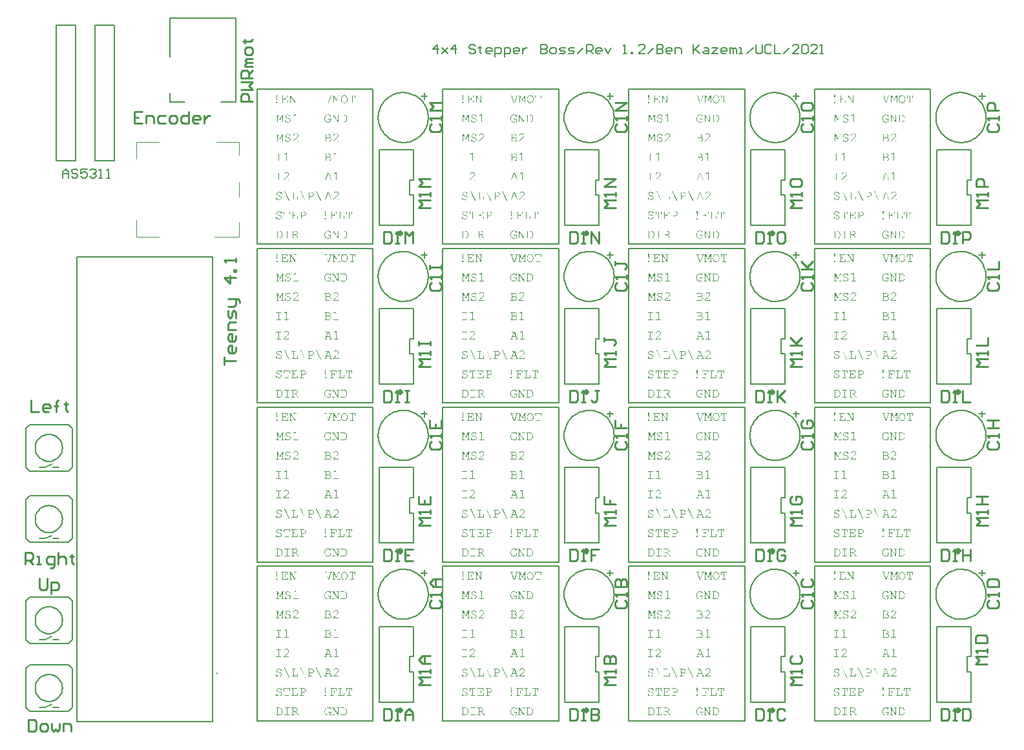
<source format=gto>
G04*
G04 #@! TF.GenerationSoftware,Altium Limited,Altium Designer,21.3.1 (25)*
G04*
G04 Layer_Color=65535*
%FSLAX25Y25*%
%MOIN*%
G70*
G04*
G04 #@! TF.SameCoordinates,7C546B25-A564-4243-A2DC-5418B6E61E03*
G04*
G04*
G04 #@! TF.FilePolarity,Positive*
G04*
G01*
G75*
%ADD10C,0.00787*%
%ADD11C,0.00800*%
%ADD12C,0.01575*%
%ADD13C,0.00394*%
%ADD14C,0.00500*%
%ADD15C,0.01000*%
G36*
X132979Y35142D02*
X133033Y35136D01*
X133092Y35125D01*
X133157Y35115D01*
X133227Y35098D01*
X133307Y35082D01*
X133388Y35056D01*
X133469Y35029D01*
X133555Y34991D01*
X133641Y34948D01*
X133727Y34900D01*
X133813Y34840D01*
X133894Y34776D01*
Y34867D01*
Y34873D01*
Y34883D01*
Y34900D01*
X133899Y34921D01*
X133910Y34969D01*
X133932Y35007D01*
X133937Y35013D01*
X133958Y35034D01*
X133991Y35050D01*
X134034Y35056D01*
X134045D01*
X134066Y35050D01*
X134098Y35034D01*
X134131Y35007D01*
X134136Y35002D01*
X134152Y34975D01*
X134168Y34932D01*
X134174Y34867D01*
Y34152D01*
Y34146D01*
Y34135D01*
Y34119D01*
X134168Y34098D01*
X134157Y34049D01*
X134131Y34012D01*
X134125Y34006D01*
X134104Y33990D01*
X134071Y33974D01*
X134034Y33969D01*
X134023D01*
X133996Y33974D01*
X133964Y33985D01*
X133932Y34006D01*
X133926Y34012D01*
X133915Y34039D01*
X133899Y34076D01*
X133894Y34135D01*
Y34141D01*
Y34146D01*
X133888Y34162D01*
Y34184D01*
X133872Y34238D01*
X133851Y34302D01*
X133813Y34383D01*
X133759Y34469D01*
X133689Y34555D01*
X133646Y34598D01*
X133598Y34641D01*
X133593Y34647D01*
X133587Y34652D01*
X133571Y34663D01*
X133549Y34679D01*
X133523Y34695D01*
X133490Y34711D01*
X133453Y34733D01*
X133410Y34754D01*
X133307Y34797D01*
X133184Y34830D01*
X133044Y34856D01*
X132888Y34867D01*
X132845D01*
X132812Y34862D01*
X132775D01*
X132726Y34856D01*
X132624Y34835D01*
X132506Y34808D01*
X132382Y34765D01*
X132264Y34706D01*
X132204Y34668D01*
X132151Y34625D01*
X132145D01*
X132140Y34614D01*
X132108Y34582D01*
X132065Y34534D01*
X132016Y34469D01*
X131968Y34383D01*
X131925Y34291D01*
X131893Y34184D01*
X131887Y34125D01*
X131882Y34066D01*
Y34060D01*
Y34039D01*
X131887Y34006D01*
X131893Y33963D01*
X131898Y33915D01*
X131914Y33867D01*
X131930Y33813D01*
X131957Y33759D01*
X131962Y33753D01*
X131973Y33737D01*
X131989Y33711D01*
X132011Y33684D01*
X132038Y33646D01*
X132075Y33608D01*
X132156Y33538D01*
X132161Y33533D01*
X132178Y33522D01*
X132204Y33506D01*
X132242Y33490D01*
X132285Y33468D01*
X132334Y33441D01*
X132447Y33399D01*
X132452D01*
X132479Y33388D01*
X132517Y33382D01*
X132570Y33366D01*
X132640Y33350D01*
X132726Y33334D01*
X132829Y33318D01*
X132947Y33296D01*
X132952D01*
X132974Y33291D01*
X133001Y33285D01*
X133038Y33280D01*
X133087Y33269D01*
X133141Y33259D01*
X133259Y33237D01*
X133388Y33205D01*
X133517Y33173D01*
X133582Y33156D01*
X133636Y33140D01*
X133689Y33119D01*
X133732Y33103D01*
X133738D01*
X133743Y33097D01*
X133759Y33092D01*
X133781Y33081D01*
X133835Y33049D01*
X133899Y33011D01*
X133969Y32957D01*
X134039Y32898D01*
X134109Y32823D01*
X134174Y32742D01*
X134179Y32731D01*
X134195Y32699D01*
X134222Y32651D01*
X134249Y32586D01*
X134276Y32505D01*
X134303Y32414D01*
X134319Y32312D01*
X134324Y32199D01*
Y32193D01*
Y32177D01*
Y32150D01*
X134319Y32118D01*
X134313Y32075D01*
X134303Y32032D01*
X134292Y31978D01*
X134276Y31919D01*
X134254Y31854D01*
X134227Y31790D01*
X134201Y31720D01*
X134163Y31650D01*
X134114Y31580D01*
X134066Y31515D01*
X134007Y31446D01*
X133937Y31381D01*
X133932Y31376D01*
X133921Y31365D01*
X133899Y31349D01*
X133867Y31327D01*
X133829Y31300D01*
X133781Y31273D01*
X133727Y31241D01*
X133662Y31214D01*
X133593Y31182D01*
X133517Y31150D01*
X133431Y31123D01*
X133340Y31096D01*
X133243Y31074D01*
X133135Y31058D01*
X133022Y31047D01*
X132904Y31042D01*
X132872D01*
X132834Y31047D01*
X132785D01*
X132721Y31058D01*
X132651Y31064D01*
X132570Y31080D01*
X132484Y31101D01*
X132393Y31123D01*
X132296Y31155D01*
X132199Y31187D01*
X132102Y31230D01*
X132005Y31284D01*
X131914Y31343D01*
X131823Y31413D01*
X131736Y31494D01*
Y31332D01*
Y31327D01*
Y31316D01*
Y31300D01*
X131731Y31279D01*
X131720Y31230D01*
X131693Y31193D01*
X131688Y31187D01*
X131667Y31171D01*
X131634Y31155D01*
X131597Y31150D01*
X131586D01*
X131559Y31155D01*
X131527Y31166D01*
X131494Y31193D01*
X131489Y31203D01*
X131478Y31225D01*
X131462Y31268D01*
X131457Y31332D01*
Y32107D01*
Y32113D01*
Y32123D01*
Y32140D01*
X131462Y32166D01*
X131473Y32210D01*
X131484Y32236D01*
X131494Y32252D01*
X131500Y32258D01*
X131521Y32279D01*
X131553Y32296D01*
X131597Y32301D01*
X131607D01*
X131629Y32296D01*
X131661Y32285D01*
X131693Y32258D01*
X131699Y32252D01*
X131715Y32226D01*
X131726Y32188D01*
X131736Y32129D01*
Y32123D01*
Y32113D01*
X131742Y32096D01*
Y32075D01*
X131758Y32021D01*
X131785Y31946D01*
X131823Y31860D01*
X131882Y31763D01*
X131919Y31714D01*
X131962Y31666D01*
X132011Y31618D01*
X132065Y31569D01*
X132070D01*
X132081Y31558D01*
X132097Y31548D01*
X132124Y31532D01*
X132151Y31510D01*
X132194Y31488D01*
X132237Y31467D01*
X132285Y31446D01*
X132344Y31424D01*
X132409Y31403D01*
X132474Y31381D01*
X132549Y31359D01*
X132630Y31343D01*
X132716Y31332D01*
X132807Y31327D01*
X132904Y31322D01*
X132952D01*
X132990Y31327D01*
X133038D01*
X133087Y31338D01*
X133146Y31343D01*
X133205Y31354D01*
X133340Y31386D01*
X133480Y31429D01*
X133614Y31494D01*
X133679Y31537D01*
X133738Y31580D01*
X133743Y31585D01*
X133749Y31591D01*
X133765Y31607D01*
X133786Y31628D01*
X133835Y31682D01*
X133894Y31758D01*
X133948Y31849D01*
X133996Y31957D01*
X134018Y32016D01*
X134034Y32075D01*
X134039Y32145D01*
X134045Y32210D01*
Y32220D01*
Y32247D01*
X134039Y32290D01*
X134028Y32344D01*
X134018Y32403D01*
X133996Y32468D01*
X133964Y32538D01*
X133926Y32602D01*
X133921Y32608D01*
X133905Y32629D01*
X133878Y32661D01*
X133840Y32699D01*
X133786Y32742D01*
X133727Y32790D01*
X133657Y32834D01*
X133576Y32871D01*
X133571Y32877D01*
X133544Y32882D01*
X133523Y32893D01*
X133501Y32898D01*
X133469Y32909D01*
X133431Y32920D01*
X133394Y32930D01*
X133345Y32941D01*
X133286Y32957D01*
X133227Y32968D01*
X133157Y32984D01*
X133081Y33000D01*
X133001Y33016D01*
X132909Y33033D01*
X132904D01*
X132877Y33038D01*
X132845Y33043D01*
X132796Y33054D01*
X132737Y33065D01*
X132673Y33081D01*
X132603Y33097D01*
X132522Y33119D01*
X132360Y33167D01*
X132194Y33232D01*
X132113Y33264D01*
X132038Y33302D01*
X131973Y33345D01*
X131909Y33388D01*
X131903Y33393D01*
X131898Y33399D01*
X131882Y33415D01*
X131860Y33431D01*
X131839Y33458D01*
X131812Y33485D01*
X131758Y33560D01*
X131699Y33657D01*
X131650Y33775D01*
X131629Y33840D01*
X131613Y33915D01*
X131607Y33990D01*
X131602Y34071D01*
Y34076D01*
Y34093D01*
Y34114D01*
X131607Y34146D01*
X131613Y34184D01*
X131618Y34227D01*
X131645Y34329D01*
X131688Y34448D01*
X131715Y34512D01*
X131747Y34577D01*
X131790Y34641D01*
X131839Y34706D01*
X131893Y34770D01*
X131952Y34830D01*
X131957Y34835D01*
X131968Y34846D01*
X131989Y34856D01*
X132016Y34878D01*
X132048Y34905D01*
X132091Y34932D01*
X132145Y34959D01*
X132199Y34991D01*
X132264Y35018D01*
X132334Y35045D01*
X132409Y35072D01*
X132490Y35098D01*
X132581Y35120D01*
X132678Y35131D01*
X132775Y35142D01*
X132882Y35147D01*
X132942D01*
X132979Y35142D01*
D02*
G37*
G36*
X149765Y35050D02*
X149813Y35045D01*
X149872Y35039D01*
X149937Y35029D01*
X150007Y35013D01*
X150152Y34969D01*
X150233Y34942D01*
X150314Y34910D01*
X150394Y34873D01*
X150470Y34824D01*
X150545Y34770D01*
X150615Y34711D01*
X150620Y34706D01*
X150631Y34695D01*
X150647Y34679D01*
X150674Y34652D01*
X150701Y34620D01*
X150733Y34582D01*
X150766Y34534D01*
X150798Y34485D01*
X150868Y34367D01*
X150921Y34232D01*
X150948Y34157D01*
X150965Y34082D01*
X150975Y34001D01*
X150981Y33915D01*
Y33910D01*
Y33904D01*
Y33872D01*
X150975Y33818D01*
X150965Y33753D01*
X150948Y33678D01*
X150927Y33597D01*
X150900Y33511D01*
X150857Y33425D01*
X150852Y33415D01*
X150835Y33388D01*
X150809Y33350D01*
X150776Y33302D01*
X150733Y33248D01*
X150685Y33194D01*
X150631Y33135D01*
X150572Y33086D01*
X150561Y33076D01*
X150529Y33054D01*
X150480Y33022D01*
X150416Y32984D01*
X150335Y32936D01*
X150249Y32893D01*
X150158Y32850D01*
X150055Y32812D01*
X150045D01*
X150023Y32801D01*
X149980Y32796D01*
X149921Y32785D01*
X149851Y32774D01*
X149770Y32764D01*
X149679Y32758D01*
X149576Y32753D01*
X148700D01*
Y31429D01*
X149689D01*
X149711Y31424D01*
X149759Y31413D01*
X149797Y31386D01*
X149802Y31381D01*
X149824Y31359D01*
X149840Y31327D01*
X149846Y31289D01*
Y31279D01*
X149840Y31252D01*
X149824Y31220D01*
X149797Y31187D01*
X149792Y31182D01*
X149765Y31171D01*
X149722Y31155D01*
X149657Y31150D01*
X148011D01*
X147989Y31155D01*
X147941Y31166D01*
X147914Y31176D01*
X147898Y31187D01*
X147893Y31193D01*
X147876Y31214D01*
X147860Y31246D01*
X147855Y31289D01*
Y31295D01*
Y31300D01*
X147860Y31322D01*
X147871Y31354D01*
X147898Y31386D01*
X147909Y31392D01*
X147930Y31408D01*
X147979Y31424D01*
X148006Y31429D01*
X148420D01*
Y34776D01*
X148011D01*
X147989Y34781D01*
X147941Y34792D01*
X147914Y34803D01*
X147898Y34813D01*
X147893Y34819D01*
X147876Y34840D01*
X147860Y34873D01*
X147855Y34916D01*
Y34921D01*
Y34926D01*
X147860Y34948D01*
X147871Y34980D01*
X147898Y35013D01*
X147909Y35018D01*
X147930Y35034D01*
X147979Y35050D01*
X148006Y35056D01*
X149722D01*
X149765Y35050D01*
D02*
G37*
G36*
X141329D02*
X141377Y35039D01*
X141415Y35013D01*
X141420Y35007D01*
X141442Y34986D01*
X141458Y34953D01*
X141463Y34916D01*
Y34905D01*
X141458Y34878D01*
X141442Y34846D01*
X141415Y34813D01*
X141410Y34808D01*
X141383Y34797D01*
X141340Y34781D01*
X141275Y34776D01*
X140608D01*
Y31429D01*
X142480D01*
Y32543D01*
Y32548D01*
Y32559D01*
Y32575D01*
X142486Y32597D01*
X142497Y32645D01*
X142518Y32683D01*
X142523Y32688D01*
X142545Y32710D01*
X142577Y32726D01*
X142620Y32731D01*
X142631D01*
X142652Y32726D01*
X142685Y32715D01*
X142717Y32688D01*
X142722Y32678D01*
X142739Y32656D01*
X142755Y32608D01*
X142760Y32581D01*
Y32543D01*
Y31150D01*
X139629D01*
X139607Y31155D01*
X139559Y31166D01*
X139532Y31176D01*
X139516Y31187D01*
X139511Y31193D01*
X139494Y31214D01*
X139478Y31246D01*
X139473Y31289D01*
Y31295D01*
Y31300D01*
X139478Y31322D01*
X139489Y31354D01*
X139516Y31386D01*
X139527Y31392D01*
X139548Y31408D01*
X139597Y31424D01*
X139623Y31429D01*
X140328D01*
Y34776D01*
X139629D01*
X139607Y34781D01*
X139559Y34792D01*
X139532Y34803D01*
X139516Y34813D01*
X139511Y34819D01*
X139494Y34840D01*
X139478Y34873D01*
X139473Y34916D01*
Y34921D01*
Y34926D01*
X139478Y34948D01*
X139489Y34980D01*
X139516Y35013D01*
X139527Y35018D01*
X139548Y35034D01*
X139597Y35050D01*
X139623Y35056D01*
X141307D01*
X141329Y35050D01*
D02*
G37*
G36*
X152293Y35760D02*
X152315Y35750D01*
X152337Y35733D01*
X152363Y35712D01*
X152385Y35685D01*
X152412Y35642D01*
X154666Y30811D01*
Y30805D01*
X154671Y30800D01*
X154682Y30768D01*
X154693Y30735D01*
X154698Y30703D01*
Y30692D01*
X154693Y30671D01*
X154682Y30639D01*
X154655Y30606D01*
X154650Y30601D01*
X154628Y30585D01*
X154596Y30569D01*
X154558Y30563D01*
X154542D01*
X154526Y30569D01*
X154505Y30579D01*
X154478Y30595D01*
X154456Y30617D01*
X154429Y30644D01*
X154408Y30687D01*
X152154Y35524D01*
Y35529D01*
X152148Y35534D01*
X152137Y35561D01*
X152121Y35599D01*
X152116Y35631D01*
Y35642D01*
X152121Y35663D01*
X152132Y35690D01*
X152159Y35723D01*
X152164Y35728D01*
X152186Y35744D01*
X152218Y35760D01*
X152261Y35766D01*
X152277D01*
X152293Y35760D01*
D02*
G37*
G36*
X144083D02*
X144105Y35750D01*
X144127Y35733D01*
X144153Y35712D01*
X144175Y35685D01*
X144202Y35642D01*
X146456Y30811D01*
Y30805D01*
X146461Y30800D01*
X146472Y30768D01*
X146483Y30735D01*
X146488Y30703D01*
Y30692D01*
X146483Y30671D01*
X146472Y30639D01*
X146445Y30606D01*
X146440Y30601D01*
X146418Y30585D01*
X146386Y30569D01*
X146349Y30563D01*
X146332D01*
X146316Y30569D01*
X146295Y30579D01*
X146268Y30595D01*
X146246Y30617D01*
X146219Y30644D01*
X146198Y30687D01*
X143944Y35524D01*
Y35529D01*
X143938Y35534D01*
X143928Y35561D01*
X143911Y35599D01*
X143906Y35631D01*
Y35642D01*
X143911Y35663D01*
X143922Y35690D01*
X143949Y35723D01*
X143954Y35728D01*
X143976Y35744D01*
X144008Y35760D01*
X144051Y35766D01*
X144067D01*
X144083Y35760D01*
D02*
G37*
G36*
X135874D02*
X135895Y35750D01*
X135917Y35733D01*
X135944Y35712D01*
X135965Y35685D01*
X135992Y35642D01*
X138246Y30811D01*
Y30805D01*
X138252Y30800D01*
X138262Y30768D01*
X138273Y30735D01*
X138278Y30703D01*
Y30692D01*
X138273Y30671D01*
X138262Y30639D01*
X138235Y30606D01*
X138230Y30601D01*
X138209Y30585D01*
X138176Y30569D01*
X138139Y30563D01*
X138122D01*
X138106Y30569D01*
X138085Y30579D01*
X138058Y30595D01*
X138036Y30617D01*
X138010Y30644D01*
X137988Y30687D01*
X135734Y35524D01*
Y35529D01*
X135728Y35534D01*
X135718Y35561D01*
X135702Y35599D01*
X135696Y35631D01*
Y35642D01*
X135702Y35663D01*
X135712Y35690D01*
X135739Y35723D01*
X135745Y35728D01*
X135766Y35744D01*
X135798Y35760D01*
X135841Y35766D01*
X135857D01*
X135874Y35760D01*
D02*
G37*
G36*
X141404Y15050D02*
X141453Y15045D01*
X141501Y15039D01*
X141560Y15029D01*
X141625Y15012D01*
X141765Y14975D01*
X141835Y14948D01*
X141910Y14916D01*
X141985Y14878D01*
X142061Y14830D01*
X142131Y14781D01*
X142201Y14722D01*
X142206Y14717D01*
X142217Y14706D01*
X142233Y14690D01*
X142260Y14663D01*
X142287Y14630D01*
X142314Y14593D01*
X142346Y14550D01*
X142384Y14501D01*
X142448Y14394D01*
X142507Y14265D01*
X142529Y14195D01*
X142545Y14119D01*
X142556Y14044D01*
X142561Y13969D01*
Y13963D01*
Y13958D01*
Y13942D01*
X142556Y13920D01*
X142550Y13861D01*
X142534Y13786D01*
X142507Y13700D01*
X142464Y13608D01*
X142410Y13506D01*
X142335Y13404D01*
Y13398D01*
X142324Y13393D01*
X142314Y13377D01*
X142292Y13361D01*
X142271Y13339D01*
X142238Y13312D01*
X142201Y13280D01*
X142157Y13248D01*
X142109Y13216D01*
X142055Y13178D01*
X141996Y13146D01*
X141931Y13108D01*
X141856Y13070D01*
X141776Y13033D01*
X141690Y12995D01*
X141593Y12963D01*
X141598D01*
X141609Y12952D01*
X141620Y12941D01*
X141641Y12925D01*
X141700Y12882D01*
X141770Y12828D01*
X141851Y12758D01*
X141937Y12677D01*
X142023Y12592D01*
X142104Y12495D01*
X142109Y12489D01*
X142114Y12484D01*
X142125Y12468D01*
X142147Y12441D01*
X142168Y12409D01*
X142195Y12371D01*
X142233Y12323D01*
X142271Y12263D01*
X142314Y12199D01*
X142367Y12123D01*
X142421Y12032D01*
X142486Y11935D01*
X142556Y11828D01*
X142626Y11709D01*
X142706Y11575D01*
X142792Y11429D01*
X143034D01*
X143056Y11424D01*
X143104Y11413D01*
X143142Y11386D01*
X143147Y11381D01*
X143169Y11359D01*
X143185Y11327D01*
X143191Y11289D01*
Y11279D01*
X143185Y11252D01*
X143169Y11220D01*
X143142Y11187D01*
X143137Y11182D01*
X143110Y11171D01*
X143067Y11155D01*
X143002Y11150D01*
X142631D01*
Y11155D01*
X142626Y11160D01*
X142609Y11193D01*
X142582Y11236D01*
X142545Y11300D01*
X142502Y11376D01*
X142453Y11462D01*
X142394Y11553D01*
X142335Y11655D01*
X142206Y11865D01*
X142071Y12070D01*
X142007Y12166D01*
X141942Y12252D01*
X141878Y12333D01*
X141824Y12398D01*
X141819Y12403D01*
X141813Y12414D01*
X141797Y12430D01*
X141776Y12452D01*
X141749Y12478D01*
X141716Y12505D01*
X141636Y12581D01*
X141539Y12656D01*
X141431Y12742D01*
X141307Y12823D01*
X141173Y12893D01*
X140280D01*
Y11429D01*
X140834D01*
X140861Y11424D01*
X140904Y11413D01*
X140931Y11402D01*
X140947Y11386D01*
X140952Y11381D01*
X140969Y11359D01*
X140985Y11327D01*
X140990Y11289D01*
Y11279D01*
X140985Y11252D01*
X140974Y11220D01*
X140947Y11187D01*
X140936Y11182D01*
X140915Y11171D01*
X140866Y11155D01*
X140839Y11150D01*
X139591D01*
X139570Y11155D01*
X139521Y11166D01*
X139494Y11176D01*
X139478Y11187D01*
X139473Y11193D01*
X139457Y11214D01*
X139441Y11247D01*
X139435Y11289D01*
Y11295D01*
Y11300D01*
X139441Y11322D01*
X139451Y11354D01*
X139478Y11386D01*
X139489Y11392D01*
X139511Y11408D01*
X139559Y11424D01*
X139586Y11429D01*
X140000D01*
Y14776D01*
X139591D01*
X139570Y14781D01*
X139521Y14792D01*
X139494Y14803D01*
X139478Y14813D01*
X139473Y14819D01*
X139457Y14840D01*
X139441Y14873D01*
X139435Y14916D01*
Y14921D01*
Y14926D01*
X139441Y14948D01*
X139451Y14980D01*
X139478Y15012D01*
X139489Y15018D01*
X139511Y15034D01*
X139559Y15050D01*
X139586Y15055D01*
X141367D01*
X141404Y15050D01*
D02*
G37*
G36*
X138241D02*
X138289Y15039D01*
X138327Y15012D01*
X138332Y15007D01*
X138354Y14986D01*
X138370Y14953D01*
X138375Y14916D01*
Y14905D01*
X138370Y14878D01*
X138354Y14846D01*
X138327Y14813D01*
X138322Y14808D01*
X138295Y14797D01*
X138252Y14781D01*
X138187Y14776D01*
X137229D01*
Y11429D01*
X138219D01*
X138241Y11424D01*
X138289Y11413D01*
X138327Y11386D01*
X138332Y11381D01*
X138354Y11359D01*
X138370Y11327D01*
X138375Y11289D01*
Y11279D01*
X138370Y11252D01*
X138354Y11220D01*
X138327Y11187D01*
X138322Y11182D01*
X138295Y11171D01*
X138252Y11155D01*
X138187Y11150D01*
X135960D01*
X135938Y11155D01*
X135890Y11166D01*
X135863Y11176D01*
X135847Y11187D01*
X135841Y11193D01*
X135825Y11214D01*
X135809Y11247D01*
X135804Y11289D01*
Y11295D01*
Y11300D01*
X135809Y11322D01*
X135820Y11354D01*
X135847Y11386D01*
X135857Y11392D01*
X135879Y11408D01*
X135927Y11424D01*
X135954Y11429D01*
X136950D01*
Y14776D01*
X135960D01*
X135938Y14781D01*
X135890Y14792D01*
X135863Y14803D01*
X135847Y14813D01*
X135841Y14819D01*
X135825Y14840D01*
X135809Y14873D01*
X135804Y14916D01*
Y14921D01*
Y14926D01*
X135809Y14948D01*
X135820Y14980D01*
X135847Y15012D01*
X135857Y15018D01*
X135879Y15034D01*
X135927Y15050D01*
X135954Y15055D01*
X138219D01*
X138241Y15050D01*
D02*
G37*
G36*
X133243D02*
X133281D01*
X133367Y15039D01*
X133463Y15018D01*
X133576Y14991D01*
X133684Y14953D01*
X133797Y14905D01*
X133802D01*
X133808Y14899D01*
X133824Y14889D01*
X133845Y14878D01*
X133899Y14851D01*
X133964Y14808D01*
X134034Y14760D01*
X134109Y14700D01*
X134179Y14641D01*
X134244Y14571D01*
X134249Y14566D01*
X134254Y14555D01*
X134270Y14539D01*
X134287Y14517D01*
X134308Y14485D01*
X134335Y14453D01*
X134394Y14367D01*
X134459Y14270D01*
X134523Y14152D01*
X134588Y14028D01*
X134647Y13899D01*
Y13893D01*
X134652Y13888D01*
X134658Y13872D01*
X134663Y13856D01*
X134679Y13802D01*
X134695Y13727D01*
X134712Y13641D01*
X134728Y13538D01*
X134739Y13420D01*
X134744Y13291D01*
Y12909D01*
Y12903D01*
Y12887D01*
Y12866D01*
X134739Y12833D01*
Y12796D01*
X134733Y12747D01*
X134728Y12699D01*
X134722Y12640D01*
X134695Y12511D01*
X134663Y12371D01*
X134615Y12220D01*
X134550Y12070D01*
Y12064D01*
X134539Y12053D01*
X134529Y12032D01*
X134512Y12000D01*
X134491Y11967D01*
X134469Y11924D01*
X134399Y11833D01*
X134356Y11779D01*
X134313Y11720D01*
X134260Y11661D01*
X134201Y11602D01*
X134141Y11542D01*
X134071Y11483D01*
X133996Y11424D01*
X133915Y11365D01*
X133910D01*
X133899Y11354D01*
X133883Y11343D01*
X133856Y11332D01*
X133824Y11316D01*
X133786Y11295D01*
X133743Y11279D01*
X133695Y11257D01*
X133587Y11220D01*
X133453Y11182D01*
X133307Y11160D01*
X133151Y11150D01*
X131613D01*
X131591Y11155D01*
X131543Y11166D01*
X131516Y11176D01*
X131500Y11187D01*
X131494Y11193D01*
X131478Y11214D01*
X131462Y11247D01*
X131457Y11289D01*
Y11295D01*
Y11300D01*
X131462Y11322D01*
X131473Y11354D01*
X131500Y11386D01*
X131510Y11392D01*
X131532Y11408D01*
X131580Y11424D01*
X131607Y11429D01*
X131882D01*
Y14776D01*
X131613D01*
X131591Y14781D01*
X131543Y14792D01*
X131516Y14803D01*
X131500Y14813D01*
X131494Y14819D01*
X131478Y14840D01*
X131462Y14873D01*
X131457Y14916D01*
Y14921D01*
Y14926D01*
X131462Y14948D01*
X131473Y14980D01*
X131500Y15012D01*
X131510Y15018D01*
X131532Y15034D01*
X131580Y15050D01*
X131607Y15055D01*
X133211D01*
X133243Y15050D01*
D02*
G37*
G36*
X132979Y25142D02*
X133033Y25136D01*
X133092Y25125D01*
X133157Y25115D01*
X133227Y25098D01*
X133307Y25082D01*
X133388Y25056D01*
X133469Y25029D01*
X133555Y24991D01*
X133641Y24948D01*
X133727Y24900D01*
X133813Y24840D01*
X133894Y24776D01*
Y24867D01*
Y24873D01*
Y24883D01*
Y24900D01*
X133899Y24921D01*
X133910Y24969D01*
X133932Y25007D01*
X133937Y25012D01*
X133958Y25034D01*
X133991Y25050D01*
X134034Y25056D01*
X134045D01*
X134066Y25050D01*
X134098Y25034D01*
X134131Y25007D01*
X134136Y25002D01*
X134152Y24975D01*
X134168Y24932D01*
X134174Y24867D01*
Y24152D01*
Y24146D01*
Y24136D01*
Y24119D01*
X134168Y24098D01*
X134157Y24049D01*
X134131Y24012D01*
X134125Y24006D01*
X134104Y23990D01*
X134071Y23974D01*
X134034Y23969D01*
X134023D01*
X133996Y23974D01*
X133964Y23985D01*
X133932Y24006D01*
X133926Y24012D01*
X133915Y24039D01*
X133899Y24076D01*
X133894Y24136D01*
Y24141D01*
Y24146D01*
X133888Y24162D01*
Y24184D01*
X133872Y24238D01*
X133851Y24302D01*
X133813Y24383D01*
X133759Y24469D01*
X133689Y24555D01*
X133646Y24598D01*
X133598Y24641D01*
X133593Y24647D01*
X133587Y24652D01*
X133571Y24663D01*
X133549Y24679D01*
X133523Y24695D01*
X133490Y24711D01*
X133453Y24733D01*
X133410Y24754D01*
X133307Y24797D01*
X133184Y24829D01*
X133044Y24856D01*
X132888Y24867D01*
X132845D01*
X132812Y24862D01*
X132775D01*
X132726Y24856D01*
X132624Y24835D01*
X132506Y24808D01*
X132382Y24765D01*
X132264Y24706D01*
X132204Y24668D01*
X132151Y24625D01*
X132145D01*
X132140Y24614D01*
X132108Y24582D01*
X132065Y24534D01*
X132016Y24469D01*
X131968Y24383D01*
X131925Y24292D01*
X131893Y24184D01*
X131887Y24125D01*
X131882Y24066D01*
Y24060D01*
Y24039D01*
X131887Y24006D01*
X131893Y23963D01*
X131898Y23915D01*
X131914Y23866D01*
X131930Y23813D01*
X131957Y23759D01*
X131962Y23753D01*
X131973Y23737D01*
X131989Y23710D01*
X132011Y23684D01*
X132038Y23646D01*
X132075Y23608D01*
X132156Y23538D01*
X132161Y23533D01*
X132178Y23522D01*
X132204Y23506D01*
X132242Y23490D01*
X132285Y23468D01*
X132334Y23441D01*
X132447Y23398D01*
X132452D01*
X132479Y23388D01*
X132517Y23382D01*
X132570Y23366D01*
X132640Y23350D01*
X132726Y23334D01*
X132829Y23318D01*
X132947Y23296D01*
X132952D01*
X132974Y23291D01*
X133001Y23286D01*
X133038Y23280D01*
X133087Y23269D01*
X133141Y23259D01*
X133259Y23237D01*
X133388Y23205D01*
X133517Y23173D01*
X133582Y23156D01*
X133636Y23140D01*
X133689Y23119D01*
X133732Y23102D01*
X133738D01*
X133743Y23097D01*
X133759Y23092D01*
X133781Y23081D01*
X133835Y23049D01*
X133899Y23011D01*
X133969Y22957D01*
X134039Y22898D01*
X134109Y22823D01*
X134174Y22742D01*
X134179Y22731D01*
X134195Y22699D01*
X134222Y22651D01*
X134249Y22586D01*
X134276Y22505D01*
X134303Y22414D01*
X134319Y22312D01*
X134324Y22199D01*
Y22193D01*
Y22177D01*
Y22150D01*
X134319Y22118D01*
X134313Y22075D01*
X134303Y22032D01*
X134292Y21978D01*
X134276Y21919D01*
X134254Y21854D01*
X134227Y21790D01*
X134201Y21720D01*
X134163Y21650D01*
X134114Y21580D01*
X134066Y21516D01*
X134007Y21445D01*
X133937Y21381D01*
X133932Y21376D01*
X133921Y21365D01*
X133899Y21349D01*
X133867Y21327D01*
X133829Y21300D01*
X133781Y21273D01*
X133727Y21241D01*
X133662Y21214D01*
X133593Y21182D01*
X133517Y21150D01*
X133431Y21123D01*
X133340Y21096D01*
X133243Y21074D01*
X133135Y21058D01*
X133022Y21047D01*
X132904Y21042D01*
X132872D01*
X132834Y21047D01*
X132785D01*
X132721Y21058D01*
X132651Y21064D01*
X132570Y21080D01*
X132484Y21101D01*
X132393Y21123D01*
X132296Y21155D01*
X132199Y21187D01*
X132102Y21230D01*
X132005Y21284D01*
X131914Y21343D01*
X131823Y21413D01*
X131736Y21494D01*
Y21332D01*
Y21327D01*
Y21316D01*
Y21300D01*
X131731Y21279D01*
X131720Y21230D01*
X131693Y21193D01*
X131688Y21187D01*
X131667Y21171D01*
X131634Y21155D01*
X131597Y21150D01*
X131586D01*
X131559Y21155D01*
X131527Y21166D01*
X131494Y21193D01*
X131489Y21203D01*
X131478Y21225D01*
X131462Y21268D01*
X131457Y21332D01*
Y22107D01*
Y22113D01*
Y22123D01*
Y22140D01*
X131462Y22166D01*
X131473Y22209D01*
X131484Y22236D01*
X131494Y22253D01*
X131500Y22258D01*
X131521Y22279D01*
X131553Y22296D01*
X131597Y22301D01*
X131607D01*
X131629Y22296D01*
X131661Y22285D01*
X131693Y22258D01*
X131699Y22253D01*
X131715Y22226D01*
X131726Y22188D01*
X131736Y22129D01*
Y22123D01*
Y22113D01*
X131742Y22096D01*
Y22075D01*
X131758Y22021D01*
X131785Y21946D01*
X131823Y21860D01*
X131882Y21763D01*
X131919Y21714D01*
X131962Y21666D01*
X132011Y21618D01*
X132065Y21569D01*
X132070D01*
X132081Y21558D01*
X132097Y21548D01*
X132124Y21532D01*
X132151Y21510D01*
X132194Y21489D01*
X132237Y21467D01*
X132285Y21445D01*
X132344Y21424D01*
X132409Y21403D01*
X132474Y21381D01*
X132549Y21359D01*
X132630Y21343D01*
X132716Y21332D01*
X132807Y21327D01*
X132904Y21322D01*
X132952D01*
X132990Y21327D01*
X133038D01*
X133087Y21338D01*
X133146Y21343D01*
X133205Y21354D01*
X133340Y21386D01*
X133480Y21429D01*
X133614Y21494D01*
X133679Y21537D01*
X133738Y21580D01*
X133743Y21585D01*
X133749Y21591D01*
X133765Y21607D01*
X133786Y21628D01*
X133835Y21682D01*
X133894Y21758D01*
X133948Y21849D01*
X133996Y21957D01*
X134018Y22016D01*
X134034Y22075D01*
X134039Y22145D01*
X134045Y22209D01*
Y22220D01*
Y22247D01*
X134039Y22290D01*
X134028Y22344D01*
X134018Y22403D01*
X133996Y22468D01*
X133964Y22538D01*
X133926Y22602D01*
X133921Y22608D01*
X133905Y22629D01*
X133878Y22661D01*
X133840Y22699D01*
X133786Y22742D01*
X133727Y22791D01*
X133657Y22833D01*
X133576Y22871D01*
X133571Y22877D01*
X133544Y22882D01*
X133523Y22893D01*
X133501Y22898D01*
X133469Y22909D01*
X133431Y22920D01*
X133394Y22930D01*
X133345Y22941D01*
X133286Y22957D01*
X133227Y22968D01*
X133157Y22984D01*
X133081Y23000D01*
X133001Y23017D01*
X132909Y23033D01*
X132904D01*
X132877Y23038D01*
X132845Y23043D01*
X132796Y23054D01*
X132737Y23065D01*
X132673Y23081D01*
X132603Y23097D01*
X132522Y23119D01*
X132360Y23167D01*
X132194Y23232D01*
X132113Y23264D01*
X132038Y23302D01*
X131973Y23345D01*
X131909Y23388D01*
X131903Y23393D01*
X131898Y23398D01*
X131882Y23415D01*
X131860Y23431D01*
X131839Y23458D01*
X131812Y23484D01*
X131758Y23560D01*
X131699Y23657D01*
X131650Y23775D01*
X131629Y23840D01*
X131613Y23915D01*
X131607Y23990D01*
X131602Y24071D01*
Y24076D01*
Y24092D01*
Y24114D01*
X131607Y24146D01*
X131613Y24184D01*
X131618Y24227D01*
X131645Y24329D01*
X131688Y24448D01*
X131715Y24512D01*
X131747Y24577D01*
X131790Y24641D01*
X131839Y24706D01*
X131893Y24770D01*
X131952Y24829D01*
X131957Y24835D01*
X131968Y24846D01*
X131989Y24856D01*
X132016Y24878D01*
X132048Y24905D01*
X132091Y24932D01*
X132145Y24959D01*
X132199Y24991D01*
X132264Y25018D01*
X132334Y25045D01*
X132409Y25072D01*
X132490Y25098D01*
X132581Y25120D01*
X132678Y25131D01*
X132775Y25142D01*
X132882Y25147D01*
X132942D01*
X132979Y25142D01*
D02*
G37*
G36*
X142480Y24092D02*
Y24087D01*
Y24076D01*
Y24060D01*
X142475Y24039D01*
X142464Y23990D01*
X142453Y23963D01*
X142437Y23947D01*
X142432Y23942D01*
X142410Y23926D01*
X142378Y23910D01*
X142340Y23904D01*
X142330D01*
X142303Y23910D01*
X142271Y23920D01*
X142238Y23947D01*
X142233Y23958D01*
X142222Y23979D01*
X142206Y24028D01*
X142201Y24055D01*
Y24092D01*
Y24776D01*
X140188D01*
Y23318D01*
X141200D01*
Y23635D01*
Y23641D01*
Y23651D01*
Y23667D01*
X141205Y23689D01*
X141216Y23737D01*
X141237Y23775D01*
X141243Y23780D01*
X141264Y23802D01*
X141297Y23818D01*
X141340Y23823D01*
X141350D01*
X141372Y23818D01*
X141404Y23802D01*
X141437Y23775D01*
X141442Y23770D01*
X141458Y23743D01*
X141474Y23700D01*
X141480Y23635D01*
Y22721D01*
Y22715D01*
Y22704D01*
Y22688D01*
X141474Y22667D01*
X141463Y22618D01*
X141453Y22591D01*
X141437Y22575D01*
X141431Y22570D01*
X141410Y22554D01*
X141377Y22538D01*
X141340Y22532D01*
X141329D01*
X141302Y22538D01*
X141270Y22548D01*
X141237Y22575D01*
X141232Y22586D01*
X141221Y22608D01*
X141205Y22656D01*
X141200Y22683D01*
Y22721D01*
Y23038D01*
X140188D01*
Y21429D01*
X142346D01*
Y22258D01*
Y22263D01*
Y22274D01*
Y22290D01*
X142351Y22312D01*
X142362Y22360D01*
X142384Y22398D01*
X142389Y22403D01*
X142410Y22425D01*
X142443Y22441D01*
X142486Y22446D01*
X142497D01*
X142518Y22441D01*
X142550Y22425D01*
X142582Y22398D01*
X142588Y22392D01*
X142604Y22366D01*
X142620Y22322D01*
X142626Y22258D01*
Y21150D01*
X139500D01*
X139478Y21155D01*
X139430Y21166D01*
X139403Y21177D01*
X139387Y21187D01*
X139381Y21193D01*
X139365Y21214D01*
X139349Y21246D01*
X139344Y21290D01*
Y21295D01*
Y21300D01*
X139349Y21322D01*
X139360Y21354D01*
X139387Y21386D01*
X139398Y21392D01*
X139419Y21408D01*
X139468Y21424D01*
X139494Y21429D01*
X139909D01*
Y24776D01*
X139500D01*
X139478Y24781D01*
X139430Y24792D01*
X139403Y24803D01*
X139387Y24813D01*
X139381Y24819D01*
X139365Y24840D01*
X139349Y24873D01*
X139344Y24916D01*
Y24921D01*
Y24926D01*
X139349Y24948D01*
X139360Y24980D01*
X139387Y25012D01*
X139398Y25018D01*
X139419Y25034D01*
X139468Y25050D01*
X139494Y25056D01*
X142480D01*
Y24092D01*
D02*
G37*
G36*
X138564Y23802D02*
Y23797D01*
Y23786D01*
Y23764D01*
X138558Y23743D01*
X138548Y23694D01*
X138537Y23673D01*
X138521Y23651D01*
X138515Y23646D01*
X138494Y23635D01*
X138461Y23619D01*
X138424Y23614D01*
X138413D01*
X138386Y23619D01*
X138354Y23630D01*
X138322Y23651D01*
X138316Y23662D01*
X138305Y23689D01*
X138295Y23705D01*
X138289Y23732D01*
X138284Y23764D01*
Y23802D01*
Y24776D01*
X137133D01*
Y21429D01*
X137891D01*
X137913Y21424D01*
X137961Y21413D01*
X137999Y21386D01*
X138004Y21381D01*
X138026Y21359D01*
X138042Y21327D01*
X138047Y21290D01*
Y21279D01*
X138042Y21252D01*
X138026Y21220D01*
X137999Y21187D01*
X137993Y21182D01*
X137967Y21171D01*
X137924Y21155D01*
X137859Y21150D01*
X136094D01*
X136073Y21155D01*
X136024Y21166D01*
X135997Y21177D01*
X135981Y21187D01*
X135976Y21193D01*
X135960Y21214D01*
X135944Y21246D01*
X135938Y21290D01*
Y21295D01*
Y21300D01*
X135944Y21322D01*
X135954Y21354D01*
X135981Y21386D01*
X135992Y21392D01*
X136014Y21408D01*
X136062Y21424D01*
X136089Y21429D01*
X136853D01*
Y24776D01*
X135702D01*
Y23802D01*
Y23797D01*
Y23786D01*
Y23764D01*
X135696Y23743D01*
X135685Y23694D01*
X135675Y23673D01*
X135659Y23651D01*
X135653Y23646D01*
X135632Y23635D01*
X135599Y23619D01*
X135562Y23614D01*
X135551D01*
X135524Y23619D01*
X135492Y23630D01*
X135459Y23651D01*
X135454Y23662D01*
X135443Y23689D01*
X135433Y23705D01*
X135427Y23732D01*
X135422Y23764D01*
Y23802D01*
Y25056D01*
X138564D01*
Y23802D01*
D02*
G37*
G36*
X145660Y25050D02*
X145708Y25045D01*
X145767Y25039D01*
X145832Y25029D01*
X145902Y25012D01*
X146047Y24969D01*
X146128Y24942D01*
X146209Y24910D01*
X146289Y24873D01*
X146365Y24824D01*
X146440Y24770D01*
X146510Y24711D01*
X146515Y24706D01*
X146526Y24695D01*
X146542Y24679D01*
X146569Y24652D01*
X146596Y24620D01*
X146628Y24582D01*
X146661Y24534D01*
X146693Y24485D01*
X146763Y24367D01*
X146817Y24232D01*
X146844Y24157D01*
X146860Y24082D01*
X146870Y24001D01*
X146876Y23915D01*
Y23910D01*
Y23904D01*
Y23872D01*
X146870Y23818D01*
X146860Y23753D01*
X146844Y23678D01*
X146822Y23597D01*
X146795Y23511D01*
X146752Y23425D01*
X146747Y23415D01*
X146730Y23388D01*
X146704Y23350D01*
X146671Y23302D01*
X146628Y23248D01*
X146580Y23194D01*
X146526Y23135D01*
X146467Y23086D01*
X146456Y23076D01*
X146424Y23054D01*
X146375Y23022D01*
X146311Y22984D01*
X146230Y22936D01*
X146144Y22893D01*
X146053Y22850D01*
X145950Y22812D01*
X145940D01*
X145918Y22801D01*
X145875Y22796D01*
X145816Y22785D01*
X145746Y22774D01*
X145665Y22764D01*
X145574Y22758D01*
X145472Y22753D01*
X144595D01*
Y21429D01*
X145585D01*
X145606Y21424D01*
X145654Y21413D01*
X145692Y21386D01*
X145698Y21381D01*
X145719Y21359D01*
X145735Y21327D01*
X145741Y21290D01*
Y21279D01*
X145735Y21252D01*
X145719Y21220D01*
X145692Y21187D01*
X145687Y21182D01*
X145660Y21171D01*
X145617Y21155D01*
X145552Y21150D01*
X143906D01*
X143885Y21155D01*
X143836Y21166D01*
X143809Y21177D01*
X143793Y21187D01*
X143788Y21193D01*
X143772Y21214D01*
X143755Y21246D01*
X143750Y21290D01*
Y21295D01*
Y21300D01*
X143755Y21322D01*
X143766Y21354D01*
X143793Y21386D01*
X143804Y21392D01*
X143825Y21408D01*
X143874Y21424D01*
X143901Y21429D01*
X144315D01*
Y24776D01*
X143906D01*
X143885Y24781D01*
X143836Y24792D01*
X143809Y24803D01*
X143793Y24813D01*
X143788Y24819D01*
X143772Y24840D01*
X143755Y24873D01*
X143750Y24916D01*
Y24921D01*
Y24926D01*
X143755Y24948D01*
X143766Y24980D01*
X143793Y25012D01*
X143804Y25018D01*
X143825Y25034D01*
X143874Y25050D01*
X143901Y25056D01*
X145617D01*
X145660Y25050D01*
D02*
G37*
G36*
X136874Y45432D02*
X136923Y45427D01*
X136977Y45416D01*
X137036Y45405D01*
X137100Y45394D01*
X137240Y45346D01*
X137315Y45319D01*
X137391Y45281D01*
X137471Y45244D01*
X137547Y45190D01*
X137622Y45136D01*
X137692Y45072D01*
X137698Y45066D01*
X137708Y45055D01*
X137730Y45034D01*
X137751Y45007D01*
X137778Y44975D01*
X137811Y44932D01*
X137848Y44883D01*
X137886Y44829D01*
X137956Y44711D01*
X138015Y44571D01*
X138036Y44496D01*
X138058Y44415D01*
X138069Y44335D01*
X138074Y44249D01*
Y44238D01*
Y44216D01*
X138069Y44179D01*
Y44130D01*
X138058Y44076D01*
X138047Y44017D01*
X138031Y43953D01*
X138010Y43893D01*
X138004Y43888D01*
X137999Y43867D01*
X137983Y43834D01*
X137961Y43791D01*
X137929Y43737D01*
X137891Y43678D01*
X137848Y43608D01*
X137794Y43538D01*
X137789Y43528D01*
X137767Y43501D01*
X137724Y43458D01*
X137671Y43398D01*
X137595Y43318D01*
X137498Y43216D01*
X137445Y43162D01*
X137385Y43097D01*
X137315Y43033D01*
X137246Y42963D01*
X137235Y42952D01*
X137203Y42920D01*
X137149Y42871D01*
X137084Y42801D01*
X136998Y42721D01*
X136901Y42624D01*
X136794Y42522D01*
X136675Y42408D01*
X136551Y42290D01*
X136422Y42166D01*
X136153Y41914D01*
X136019Y41790D01*
X135890Y41671D01*
X135761Y41559D01*
X135642Y41451D01*
Y41429D01*
X137800D01*
Y41537D01*
Y41542D01*
Y41553D01*
Y41569D01*
X137805Y41591D01*
X137816Y41639D01*
X137837Y41677D01*
X137843Y41682D01*
X137864Y41704D01*
X137897Y41720D01*
X137940Y41725D01*
X137950D01*
X137972Y41720D01*
X138004Y41704D01*
X138036Y41677D01*
X138042Y41671D01*
X138058Y41645D01*
X138074Y41601D01*
X138080Y41537D01*
Y41150D01*
X135363D01*
Y41559D01*
X135373Y41569D01*
X135400Y41596D01*
X135449Y41634D01*
X135508Y41693D01*
X135589Y41763D01*
X135675Y41844D01*
X135777Y41941D01*
X135890Y42043D01*
X136014Y42161D01*
X136148Y42279D01*
X136283Y42408D01*
X136428Y42548D01*
X136724Y42828D01*
X137030Y43124D01*
X137036Y43130D01*
X137047Y43140D01*
X137068Y43162D01*
X137090Y43183D01*
X137160Y43253D01*
X137235Y43334D01*
X137321Y43420D01*
X137407Y43511D01*
X137482Y43597D01*
X137520Y43635D01*
X137547Y43668D01*
X137552Y43673D01*
X137568Y43700D01*
X137595Y43732D01*
X137622Y43775D01*
X137654Y43818D01*
X137687Y43872D01*
X137719Y43926D01*
X137741Y43974D01*
Y43979D01*
X137751Y43996D01*
X137757Y44023D01*
X137767Y44060D01*
X137778Y44098D01*
X137784Y44141D01*
X137794Y44238D01*
Y44243D01*
Y44254D01*
Y44275D01*
X137789Y44297D01*
X137784Y44329D01*
X137778Y44367D01*
X137757Y44453D01*
X137724Y44555D01*
X137671Y44663D01*
X137638Y44717D01*
X137595Y44770D01*
X137552Y44824D01*
X137498Y44878D01*
X137493Y44883D01*
X137488Y44889D01*
X137471Y44905D01*
X137445Y44921D01*
X137418Y44943D01*
X137385Y44964D01*
X137299Y45018D01*
X137197Y45072D01*
X137079Y45115D01*
X136944Y45147D01*
X136869Y45152D01*
X136794Y45158D01*
X136756D01*
X136734Y45152D01*
X136702D01*
X136664Y45147D01*
X136573Y45131D01*
X136476Y45104D01*
X136363Y45066D01*
X136250Y45013D01*
X136143Y44943D01*
X136137D01*
X136132Y44932D01*
X136100Y44905D01*
X136046Y44862D01*
X135992Y44797D01*
X135927Y44722D01*
X135868Y44636D01*
X135814Y44534D01*
X135777Y44421D01*
Y44415D01*
X135772Y44410D01*
X135761Y44378D01*
X135745Y44345D01*
X135734Y44329D01*
X135723Y44318D01*
X135718Y44313D01*
X135696Y44302D01*
X135669Y44291D01*
X135632Y44286D01*
X135621D01*
X135599Y44291D01*
X135567Y44302D01*
X135535Y44324D01*
X135529Y44329D01*
X135519Y44351D01*
X135502Y44378D01*
X135497Y44415D01*
Y44421D01*
X135502Y44442D01*
X135508Y44480D01*
X135519Y44528D01*
X135540Y44587D01*
X135572Y44663D01*
X135610Y44749D01*
X135669Y44846D01*
Y44851D01*
X135680Y44856D01*
X135702Y44889D01*
X135739Y44943D01*
X135798Y45002D01*
X135868Y45072D01*
X135949Y45142D01*
X136046Y45211D01*
X136153Y45276D01*
X136159D01*
X136170Y45281D01*
X136186Y45292D01*
X136207Y45303D01*
X136234Y45314D01*
X136272Y45330D01*
X136353Y45357D01*
X136444Y45389D01*
X136551Y45411D01*
X136670Y45432D01*
X136788Y45437D01*
X136842D01*
X136874Y45432D01*
D02*
G37*
G36*
X133894Y45050D02*
X133942Y45039D01*
X133980Y45013D01*
X133985Y45007D01*
X134007Y44986D01*
X134023Y44953D01*
X134028Y44916D01*
Y44905D01*
X134023Y44878D01*
X134007Y44846D01*
X133980Y44813D01*
X133975Y44808D01*
X133948Y44797D01*
X133905Y44781D01*
X133840Y44776D01*
X132882D01*
Y41429D01*
X133872D01*
X133894Y41424D01*
X133942Y41413D01*
X133980Y41386D01*
X133985Y41381D01*
X134007Y41359D01*
X134023Y41327D01*
X134028Y41289D01*
Y41279D01*
X134023Y41252D01*
X134007Y41219D01*
X133980Y41187D01*
X133975Y41182D01*
X133948Y41171D01*
X133905Y41155D01*
X133840Y41150D01*
X131613D01*
X131591Y41155D01*
X131543Y41166D01*
X131516Y41177D01*
X131500Y41187D01*
X131494Y41193D01*
X131478Y41214D01*
X131462Y41246D01*
X131457Y41289D01*
Y41295D01*
Y41300D01*
X131462Y41322D01*
X131473Y41354D01*
X131500Y41386D01*
X131510Y41392D01*
X131532Y41408D01*
X131580Y41424D01*
X131607Y41429D01*
X132603D01*
Y44776D01*
X131613D01*
X131591Y44781D01*
X131543Y44792D01*
X131516Y44803D01*
X131500Y44813D01*
X131494Y44819D01*
X131478Y44840D01*
X131462Y44873D01*
X131457Y44916D01*
Y44921D01*
Y44926D01*
X131462Y44948D01*
X131473Y44980D01*
X131500Y45013D01*
X131510Y45018D01*
X131532Y45034D01*
X131580Y45050D01*
X131607Y45055D01*
X133872D01*
X133894Y45050D01*
D02*
G37*
G36*
X136982Y51429D02*
X137972D01*
X137993Y51424D01*
X138042Y51413D01*
X138080Y51386D01*
X138085Y51381D01*
X138106Y51359D01*
X138122Y51327D01*
X138128Y51289D01*
Y51279D01*
X138122Y51252D01*
X138106Y51220D01*
X138080Y51187D01*
X138074Y51182D01*
X138047Y51171D01*
X138004Y51155D01*
X137940Y51150D01*
X135712D01*
X135691Y51155D01*
X135642Y51166D01*
X135615Y51177D01*
X135599Y51187D01*
X135594Y51193D01*
X135578Y51214D01*
X135562Y51247D01*
X135556Y51289D01*
Y51295D01*
Y51300D01*
X135562Y51322D01*
X135572Y51354D01*
X135599Y51386D01*
X135610Y51392D01*
X135632Y51408D01*
X135680Y51424D01*
X135707Y51429D01*
X136702D01*
Y55007D01*
X135782Y54716D01*
X135772D01*
X135745Y54711D01*
X135712Y54706D01*
X135685Y54700D01*
X135680D01*
X135659Y54706D01*
X135626Y54716D01*
X135594Y54738D01*
X135589Y54743D01*
X135578Y54765D01*
X135562Y54797D01*
X135556Y54840D01*
Y54851D01*
X135562Y54873D01*
X135572Y54900D01*
X135589Y54932D01*
X135594Y54937D01*
X135610Y54948D01*
X135648Y54964D01*
X135696Y54986D01*
X136982Y55394D01*
Y51429D01*
D02*
G37*
G36*
X133894Y55050D02*
X133942Y55039D01*
X133980Y55013D01*
X133985Y55007D01*
X134007Y54986D01*
X134023Y54953D01*
X134028Y54916D01*
Y54905D01*
X134023Y54878D01*
X134007Y54846D01*
X133980Y54813D01*
X133975Y54808D01*
X133948Y54797D01*
X133905Y54781D01*
X133840Y54776D01*
X132882D01*
Y51429D01*
X133872D01*
X133894Y51424D01*
X133942Y51413D01*
X133980Y51386D01*
X133985Y51381D01*
X134007Y51359D01*
X134023Y51327D01*
X134028Y51289D01*
Y51279D01*
X134023Y51252D01*
X134007Y51220D01*
X133980Y51187D01*
X133975Y51182D01*
X133948Y51171D01*
X133905Y51155D01*
X133840Y51150D01*
X131613D01*
X131591Y51155D01*
X131543Y51166D01*
X131516Y51177D01*
X131500Y51187D01*
X131494Y51193D01*
X131478Y51214D01*
X131462Y51247D01*
X131457Y51289D01*
Y51295D01*
Y51300D01*
X131462Y51322D01*
X131473Y51354D01*
X131500Y51386D01*
X131510Y51392D01*
X131532Y51408D01*
X131580Y51424D01*
X131607Y51429D01*
X132603D01*
Y54776D01*
X131613D01*
X131591Y54781D01*
X131543Y54792D01*
X131516Y54803D01*
X131500Y54813D01*
X131494Y54819D01*
X131478Y54840D01*
X131462Y54873D01*
X131457Y54916D01*
Y54921D01*
Y54926D01*
X131462Y54948D01*
X131473Y54980D01*
X131500Y55013D01*
X131510Y55018D01*
X131532Y55034D01*
X131580Y55050D01*
X131607Y55055D01*
X133872D01*
X133894Y55050D01*
D02*
G37*
G36*
X137622Y65142D02*
X137676Y65136D01*
X137735Y65125D01*
X137800Y65115D01*
X137870Y65099D01*
X137950Y65082D01*
X138031Y65056D01*
X138112Y65029D01*
X138198Y64991D01*
X138284Y64948D01*
X138370Y64899D01*
X138456Y64840D01*
X138537Y64776D01*
Y64867D01*
Y64873D01*
Y64883D01*
Y64899D01*
X138542Y64921D01*
X138553Y64969D01*
X138574Y65007D01*
X138580Y65013D01*
X138601Y65034D01*
X138634Y65050D01*
X138677Y65056D01*
X138687D01*
X138709Y65050D01*
X138741Y65034D01*
X138774Y65007D01*
X138779Y65002D01*
X138795Y64975D01*
X138811Y64932D01*
X138816Y64867D01*
Y64152D01*
Y64146D01*
Y64135D01*
Y64119D01*
X138811Y64098D01*
X138800Y64049D01*
X138774Y64012D01*
X138768Y64006D01*
X138747Y63990D01*
X138714Y63974D01*
X138677Y63969D01*
X138666D01*
X138639Y63974D01*
X138607Y63985D01*
X138574Y64006D01*
X138569Y64012D01*
X138558Y64039D01*
X138542Y64076D01*
X138537Y64135D01*
Y64141D01*
Y64146D01*
X138531Y64162D01*
Y64184D01*
X138515Y64238D01*
X138494Y64302D01*
X138456Y64383D01*
X138402Y64469D01*
X138332Y64555D01*
X138289Y64598D01*
X138241Y64641D01*
X138235Y64647D01*
X138230Y64652D01*
X138214Y64663D01*
X138192Y64679D01*
X138166Y64695D01*
X138133Y64711D01*
X138096Y64733D01*
X138053Y64754D01*
X137950Y64797D01*
X137827Y64829D01*
X137687Y64856D01*
X137531Y64867D01*
X137488D01*
X137455Y64862D01*
X137418D01*
X137369Y64856D01*
X137267Y64835D01*
X137149Y64808D01*
X137025Y64765D01*
X136907Y64706D01*
X136847Y64668D01*
X136794Y64625D01*
X136788D01*
X136783Y64614D01*
X136751Y64582D01*
X136708Y64534D01*
X136659Y64469D01*
X136611Y64383D01*
X136568Y64292D01*
X136535Y64184D01*
X136530Y64125D01*
X136525Y64066D01*
Y64060D01*
Y64039D01*
X136530Y64006D01*
X136535Y63963D01*
X136541Y63915D01*
X136557Y63867D01*
X136573Y63813D01*
X136600Y63759D01*
X136605Y63753D01*
X136616Y63737D01*
X136632Y63710D01*
X136654Y63684D01*
X136681Y63646D01*
X136718Y63608D01*
X136799Y63538D01*
X136804Y63533D01*
X136821Y63522D01*
X136847Y63506D01*
X136885Y63490D01*
X136928Y63468D01*
X136977Y63441D01*
X137090Y63398D01*
X137095D01*
X137122Y63388D01*
X137160Y63382D01*
X137213Y63366D01*
X137283Y63350D01*
X137369Y63334D01*
X137471Y63318D01*
X137590Y63296D01*
X137595D01*
X137617Y63291D01*
X137644Y63285D01*
X137681Y63280D01*
X137730Y63269D01*
X137784Y63259D01*
X137902Y63237D01*
X138031Y63205D01*
X138160Y63173D01*
X138225Y63156D01*
X138278Y63140D01*
X138332Y63119D01*
X138375Y63103D01*
X138381D01*
X138386Y63097D01*
X138402Y63092D01*
X138424Y63081D01*
X138478Y63049D01*
X138542Y63011D01*
X138612Y62957D01*
X138682Y62898D01*
X138752Y62823D01*
X138816Y62742D01*
X138822Y62731D01*
X138838Y62699D01*
X138865Y62651D01*
X138892Y62586D01*
X138919Y62505D01*
X138946Y62414D01*
X138962Y62312D01*
X138967Y62199D01*
Y62193D01*
Y62177D01*
Y62150D01*
X138962Y62118D01*
X138956Y62075D01*
X138946Y62032D01*
X138935Y61978D01*
X138919Y61919D01*
X138897Y61854D01*
X138870Y61790D01*
X138843Y61720D01*
X138806Y61650D01*
X138757Y61580D01*
X138709Y61515D01*
X138650Y61445D01*
X138580Y61381D01*
X138574Y61376D01*
X138564Y61365D01*
X138542Y61349D01*
X138510Y61327D01*
X138472Y61300D01*
X138424Y61273D01*
X138370Y61241D01*
X138305Y61214D01*
X138235Y61182D01*
X138160Y61150D01*
X138074Y61123D01*
X137983Y61096D01*
X137886Y61074D01*
X137778Y61058D01*
X137665Y61047D01*
X137547Y61042D01*
X137515D01*
X137477Y61047D01*
X137428D01*
X137364Y61058D01*
X137294Y61063D01*
X137213Y61080D01*
X137127Y61101D01*
X137036Y61123D01*
X136939Y61155D01*
X136842Y61187D01*
X136745Y61230D01*
X136648Y61284D01*
X136557Y61343D01*
X136466Y61413D01*
X136379Y61494D01*
Y61332D01*
Y61327D01*
Y61316D01*
Y61300D01*
X136374Y61279D01*
X136363Y61230D01*
X136336Y61193D01*
X136331Y61187D01*
X136309Y61171D01*
X136277Y61155D01*
X136240Y61150D01*
X136229D01*
X136202Y61155D01*
X136170Y61166D01*
X136137Y61193D01*
X136132Y61203D01*
X136121Y61225D01*
X136105Y61268D01*
X136100Y61332D01*
Y62107D01*
Y62113D01*
Y62123D01*
Y62139D01*
X136105Y62166D01*
X136116Y62209D01*
X136126Y62236D01*
X136137Y62252D01*
X136143Y62258D01*
X136164Y62279D01*
X136196Y62296D01*
X136240Y62301D01*
X136250D01*
X136272Y62296D01*
X136304Y62285D01*
X136336Y62258D01*
X136342Y62252D01*
X136358Y62226D01*
X136369Y62188D01*
X136379Y62129D01*
Y62123D01*
Y62113D01*
X136385Y62097D01*
Y62075D01*
X136401Y62021D01*
X136428Y61946D01*
X136466Y61860D01*
X136525Y61763D01*
X136562Y61715D01*
X136605Y61666D01*
X136654Y61618D01*
X136708Y61569D01*
X136713D01*
X136724Y61559D01*
X136740Y61548D01*
X136767Y61532D01*
X136794Y61510D01*
X136837Y61488D01*
X136880Y61467D01*
X136928Y61445D01*
X136987Y61424D01*
X137052Y61402D01*
X137117Y61381D01*
X137192Y61359D01*
X137273Y61343D01*
X137358Y61332D01*
X137450Y61327D01*
X137547Y61322D01*
X137595D01*
X137633Y61327D01*
X137681D01*
X137730Y61338D01*
X137789Y61343D01*
X137848Y61354D01*
X137983Y61386D01*
X138122Y61429D01*
X138257Y61494D01*
X138322Y61537D01*
X138381Y61580D01*
X138386Y61585D01*
X138391Y61591D01*
X138408Y61607D01*
X138429Y61628D01*
X138478Y61682D01*
X138537Y61758D01*
X138591Y61849D01*
X138639Y61957D01*
X138661Y62016D01*
X138677Y62075D01*
X138682Y62145D01*
X138687Y62209D01*
Y62220D01*
Y62247D01*
X138682Y62290D01*
X138671Y62344D01*
X138661Y62403D01*
X138639Y62468D01*
X138607Y62538D01*
X138569Y62602D01*
X138564Y62608D01*
X138548Y62629D01*
X138521Y62661D01*
X138483Y62699D01*
X138429Y62742D01*
X138370Y62791D01*
X138300Y62834D01*
X138219Y62871D01*
X138214Y62877D01*
X138187Y62882D01*
X138166Y62893D01*
X138144Y62898D01*
X138112Y62909D01*
X138074Y62920D01*
X138036Y62930D01*
X137988Y62941D01*
X137929Y62957D01*
X137870Y62968D01*
X137800Y62984D01*
X137724Y63000D01*
X137644Y63016D01*
X137552Y63033D01*
X137547D01*
X137520Y63038D01*
X137488Y63043D01*
X137439Y63054D01*
X137380Y63065D01*
X137315Y63081D01*
X137246Y63097D01*
X137165Y63119D01*
X137004Y63167D01*
X136837Y63232D01*
X136756Y63264D01*
X136681Y63302D01*
X136616Y63345D01*
X136551Y63388D01*
X136546Y63393D01*
X136541Y63398D01*
X136525Y63415D01*
X136503Y63431D01*
X136482Y63458D01*
X136455Y63485D01*
X136401Y63560D01*
X136342Y63657D01*
X136293Y63775D01*
X136272Y63840D01*
X136256Y63915D01*
X136250Y63990D01*
X136245Y64071D01*
Y64076D01*
Y64092D01*
Y64114D01*
X136250Y64146D01*
X136256Y64184D01*
X136261Y64227D01*
X136288Y64329D01*
X136331Y64448D01*
X136358Y64512D01*
X136390Y64577D01*
X136433Y64641D01*
X136482Y64706D01*
X136535Y64770D01*
X136595Y64829D01*
X136600Y64835D01*
X136611Y64846D01*
X136632Y64856D01*
X136659Y64878D01*
X136691Y64905D01*
X136734Y64932D01*
X136788Y64959D01*
X136842Y64991D01*
X136907Y65018D01*
X136977Y65045D01*
X137052Y65072D01*
X137133Y65099D01*
X137224Y65120D01*
X137321Y65131D01*
X137418Y65142D01*
X137525Y65147D01*
X137584D01*
X137622Y65142D01*
D02*
G37*
G36*
X135250Y65050D02*
X135293Y65039D01*
X135319Y65029D01*
X135336Y65013D01*
X135341Y65007D01*
X135357Y64986D01*
X135373Y64953D01*
X135379Y64916D01*
Y64905D01*
X135373Y64878D01*
X135363Y64846D01*
X135336Y64813D01*
X135325Y64808D01*
X135303Y64797D01*
X135255Y64781D01*
X135228Y64776D01*
X135013D01*
Y61429D01*
X135282D01*
X135309Y61424D01*
X135352Y61413D01*
X135379Y61402D01*
X135395Y61386D01*
X135400Y61381D01*
X135416Y61359D01*
X135433Y61327D01*
X135438Y61290D01*
Y61279D01*
X135433Y61252D01*
X135422Y61220D01*
X135395Y61187D01*
X135384Y61182D01*
X135363Y61171D01*
X135314Y61155D01*
X135287Y61150D01*
X134179D01*
X134157Y61155D01*
X134109Y61166D01*
X134082Y61177D01*
X134066Y61187D01*
X134061Y61193D01*
X134045Y61214D01*
X134028Y61247D01*
X134023Y61290D01*
Y61295D01*
Y61300D01*
X134028Y61322D01*
X134039Y61354D01*
X134061Y61386D01*
X134071Y61392D01*
X134098Y61408D01*
X134114Y61419D01*
X134141Y61424D01*
X134174Y61429D01*
X134733D01*
Y64776D01*
X134674D01*
X133619Y62322D01*
X133297D01*
X132215Y64776D01*
X132161D01*
Y61429D01*
X132716D01*
X132737Y61424D01*
X132785Y61413D01*
X132823Y61386D01*
X132829Y61381D01*
X132850Y61359D01*
X132866Y61327D01*
X132872Y61290D01*
Y61279D01*
X132866Y61252D01*
X132850Y61220D01*
X132823Y61187D01*
X132818Y61182D01*
X132791Y61171D01*
X132748Y61155D01*
X132683Y61150D01*
X131613D01*
X131591Y61155D01*
X131543Y61166D01*
X131516Y61177D01*
X131500Y61187D01*
X131494Y61193D01*
X131478Y61214D01*
X131462Y61247D01*
X131457Y61290D01*
Y61295D01*
Y61300D01*
X131462Y61322D01*
X131473Y61354D01*
X131500Y61386D01*
X131510Y61392D01*
X131532Y61408D01*
X131580Y61424D01*
X131607Y61429D01*
X131882D01*
Y64776D01*
X131672D01*
X131650Y64781D01*
X131602Y64792D01*
X131575Y64803D01*
X131559Y64813D01*
X131553Y64819D01*
X131537Y64840D01*
X131521Y64873D01*
X131516Y64916D01*
Y64921D01*
Y64926D01*
X131521Y64948D01*
X131532Y64980D01*
X131559Y65013D01*
X131570Y65018D01*
X131591Y65034D01*
X131640Y65050D01*
X131667Y65056D01*
X132393D01*
X133458Y62645D01*
X134491Y65056D01*
X135223D01*
X135250Y65050D01*
D02*
G37*
G36*
X141668Y65432D02*
X141716Y65427D01*
X141770Y65416D01*
X141829Y65405D01*
X141894Y65394D01*
X142034Y65346D01*
X142109Y65319D01*
X142184Y65281D01*
X142265Y65244D01*
X142340Y65190D01*
X142416Y65136D01*
X142486Y65072D01*
X142491Y65066D01*
X142502Y65056D01*
X142523Y65034D01*
X142545Y65007D01*
X142572Y64975D01*
X142604Y64932D01*
X142642Y64883D01*
X142679Y64829D01*
X142749Y64711D01*
X142808Y64571D01*
X142830Y64496D01*
X142851Y64415D01*
X142862Y64335D01*
X142868Y64249D01*
Y64238D01*
Y64216D01*
X142862Y64179D01*
Y64130D01*
X142851Y64076D01*
X142841Y64017D01*
X142825Y63953D01*
X142803Y63893D01*
X142798Y63888D01*
X142792Y63867D01*
X142776Y63834D01*
X142755Y63791D01*
X142722Y63737D01*
X142685Y63678D01*
X142642Y63608D01*
X142588Y63538D01*
X142582Y63528D01*
X142561Y63501D01*
X142518Y63458D01*
X142464Y63398D01*
X142389Y63318D01*
X142292Y63216D01*
X142238Y63162D01*
X142179Y63097D01*
X142109Y63033D01*
X142039Y62963D01*
X142028Y62952D01*
X141996Y62920D01*
X141942Y62871D01*
X141878Y62801D01*
X141792Y62721D01*
X141695Y62624D01*
X141587Y62521D01*
X141469Y62409D01*
X141345Y62290D01*
X141216Y62166D01*
X140947Y61914D01*
X140813Y61790D01*
X140683Y61672D01*
X140554Y61559D01*
X140436Y61451D01*
Y61429D01*
X142593D01*
Y61537D01*
Y61542D01*
Y61553D01*
Y61569D01*
X142599Y61591D01*
X142609Y61639D01*
X142631Y61677D01*
X142636Y61682D01*
X142658Y61704D01*
X142690Y61720D01*
X142733Y61725D01*
X142744D01*
X142765Y61720D01*
X142798Y61704D01*
X142830Y61677D01*
X142835Y61672D01*
X142851Y61645D01*
X142868Y61602D01*
X142873Y61537D01*
Y61150D01*
X140156D01*
Y61559D01*
X140167Y61569D01*
X140194Y61596D01*
X140242Y61634D01*
X140301Y61693D01*
X140382Y61763D01*
X140468Y61844D01*
X140570Y61940D01*
X140683Y62043D01*
X140807Y62161D01*
X140942Y62279D01*
X141076Y62409D01*
X141221Y62548D01*
X141517Y62828D01*
X141824Y63124D01*
X141829Y63129D01*
X141840Y63140D01*
X141862Y63162D01*
X141883Y63183D01*
X141953Y63253D01*
X142028Y63334D01*
X142114Y63420D01*
X142201Y63511D01*
X142276Y63598D01*
X142314Y63635D01*
X142340Y63667D01*
X142346Y63673D01*
X142362Y63700D01*
X142389Y63732D01*
X142416Y63775D01*
X142448Y63818D01*
X142480Y63872D01*
X142513Y63926D01*
X142534Y63974D01*
Y63980D01*
X142545Y63996D01*
X142550Y64022D01*
X142561Y64060D01*
X142572Y64098D01*
X142577Y64141D01*
X142588Y64238D01*
Y64243D01*
Y64254D01*
Y64275D01*
X142582Y64297D01*
X142577Y64329D01*
X142572Y64367D01*
X142550Y64453D01*
X142518Y64555D01*
X142464Y64663D01*
X142432Y64717D01*
X142389Y64770D01*
X142346Y64824D01*
X142292Y64878D01*
X142287Y64883D01*
X142281Y64889D01*
X142265Y64905D01*
X142238Y64921D01*
X142211Y64943D01*
X142179Y64964D01*
X142093Y65018D01*
X141991Y65072D01*
X141872Y65115D01*
X141738Y65147D01*
X141663Y65152D01*
X141587Y65158D01*
X141550D01*
X141528Y65152D01*
X141496D01*
X141458Y65147D01*
X141367Y65131D01*
X141270Y65104D01*
X141157Y65066D01*
X141044Y65013D01*
X140936Y64943D01*
X140931D01*
X140926Y64932D01*
X140893Y64905D01*
X140839Y64862D01*
X140786Y64797D01*
X140721Y64722D01*
X140662Y64636D01*
X140608Y64534D01*
X140570Y64421D01*
Y64415D01*
X140565Y64410D01*
X140554Y64378D01*
X140538Y64345D01*
X140527Y64329D01*
X140517Y64318D01*
X140511Y64313D01*
X140490Y64302D01*
X140463Y64292D01*
X140425Y64286D01*
X140414D01*
X140393Y64292D01*
X140361Y64302D01*
X140328Y64324D01*
X140323Y64329D01*
X140312Y64351D01*
X140296Y64378D01*
X140291Y64415D01*
Y64421D01*
X140296Y64442D01*
X140301Y64480D01*
X140312Y64528D01*
X140334Y64587D01*
X140366Y64663D01*
X140404Y64749D01*
X140463Y64846D01*
Y64851D01*
X140474Y64856D01*
X140495Y64889D01*
X140533Y64943D01*
X140592Y65002D01*
X140662Y65072D01*
X140743Y65142D01*
X140839Y65211D01*
X140947Y65276D01*
X140952D01*
X140963Y65281D01*
X140979Y65292D01*
X141001Y65303D01*
X141028Y65314D01*
X141065Y65330D01*
X141146Y65357D01*
X141237Y65389D01*
X141345Y65411D01*
X141463Y65432D01*
X141582Y65438D01*
X141636D01*
X141668Y65432D01*
D02*
G37*
G36*
X137622Y75142D02*
X137676Y75136D01*
X137735Y75125D01*
X137800Y75115D01*
X137870Y75099D01*
X137950Y75082D01*
X138031Y75055D01*
X138112Y75029D01*
X138198Y74991D01*
X138284Y74948D01*
X138370Y74900D01*
X138456Y74840D01*
X138537Y74776D01*
Y74867D01*
Y74873D01*
Y74883D01*
Y74900D01*
X138542Y74921D01*
X138553Y74969D01*
X138574Y75007D01*
X138580Y75012D01*
X138601Y75034D01*
X138634Y75050D01*
X138677Y75055D01*
X138687D01*
X138709Y75050D01*
X138741Y75034D01*
X138774Y75007D01*
X138779Y75002D01*
X138795Y74975D01*
X138811Y74932D01*
X138816Y74867D01*
Y74152D01*
Y74146D01*
Y74136D01*
Y74119D01*
X138811Y74098D01*
X138800Y74049D01*
X138774Y74012D01*
X138768Y74006D01*
X138747Y73990D01*
X138714Y73974D01*
X138677Y73969D01*
X138666D01*
X138639Y73974D01*
X138607Y73985D01*
X138574Y74006D01*
X138569Y74012D01*
X138558Y74039D01*
X138542Y74076D01*
X138537Y74136D01*
Y74141D01*
Y74146D01*
X138531Y74162D01*
Y74184D01*
X138515Y74238D01*
X138494Y74302D01*
X138456Y74383D01*
X138402Y74469D01*
X138332Y74555D01*
X138289Y74598D01*
X138241Y74641D01*
X138235Y74647D01*
X138230Y74652D01*
X138214Y74663D01*
X138192Y74679D01*
X138166Y74695D01*
X138133Y74711D01*
X138096Y74733D01*
X138053Y74754D01*
X137950Y74797D01*
X137827Y74830D01*
X137687Y74856D01*
X137531Y74867D01*
X137488D01*
X137455Y74862D01*
X137418D01*
X137369Y74856D01*
X137267Y74835D01*
X137149Y74808D01*
X137025Y74765D01*
X136907Y74706D01*
X136847Y74668D01*
X136794Y74625D01*
X136788D01*
X136783Y74614D01*
X136751Y74582D01*
X136708Y74534D01*
X136659Y74469D01*
X136611Y74383D01*
X136568Y74291D01*
X136535Y74184D01*
X136530Y74125D01*
X136525Y74066D01*
Y74060D01*
Y74039D01*
X136530Y74006D01*
X136535Y73963D01*
X136541Y73915D01*
X136557Y73866D01*
X136573Y73813D01*
X136600Y73759D01*
X136605Y73753D01*
X136616Y73737D01*
X136632Y73711D01*
X136654Y73684D01*
X136681Y73646D01*
X136718Y73608D01*
X136799Y73538D01*
X136804Y73533D01*
X136821Y73522D01*
X136847Y73506D01*
X136885Y73490D01*
X136928Y73468D01*
X136977Y73441D01*
X137090Y73399D01*
X137095D01*
X137122Y73388D01*
X137160Y73382D01*
X137213Y73366D01*
X137283Y73350D01*
X137369Y73334D01*
X137471Y73318D01*
X137590Y73296D01*
X137595D01*
X137617Y73291D01*
X137644Y73286D01*
X137681Y73280D01*
X137730Y73269D01*
X137784Y73259D01*
X137902Y73237D01*
X138031Y73205D01*
X138160Y73172D01*
X138225Y73156D01*
X138278Y73140D01*
X138332Y73119D01*
X138375Y73102D01*
X138381D01*
X138386Y73097D01*
X138402Y73092D01*
X138424Y73081D01*
X138478Y73049D01*
X138542Y73011D01*
X138612Y72957D01*
X138682Y72898D01*
X138752Y72823D01*
X138816Y72742D01*
X138822Y72731D01*
X138838Y72699D01*
X138865Y72651D01*
X138892Y72586D01*
X138919Y72505D01*
X138946Y72414D01*
X138962Y72312D01*
X138967Y72199D01*
Y72193D01*
Y72177D01*
Y72150D01*
X138962Y72118D01*
X138956Y72075D01*
X138946Y72032D01*
X138935Y71978D01*
X138919Y71919D01*
X138897Y71854D01*
X138870Y71790D01*
X138843Y71720D01*
X138806Y71650D01*
X138757Y71580D01*
X138709Y71515D01*
X138650Y71446D01*
X138580Y71381D01*
X138574Y71376D01*
X138564Y71365D01*
X138542Y71349D01*
X138510Y71327D01*
X138472Y71300D01*
X138424Y71273D01*
X138370Y71241D01*
X138305Y71214D01*
X138235Y71182D01*
X138160Y71150D01*
X138074Y71123D01*
X137983Y71096D01*
X137886Y71074D01*
X137778Y71058D01*
X137665Y71047D01*
X137547Y71042D01*
X137515D01*
X137477Y71047D01*
X137428D01*
X137364Y71058D01*
X137294Y71064D01*
X137213Y71080D01*
X137127Y71101D01*
X137036Y71123D01*
X136939Y71155D01*
X136842Y71187D01*
X136745Y71230D01*
X136648Y71284D01*
X136557Y71343D01*
X136466Y71413D01*
X136379Y71494D01*
Y71333D01*
Y71327D01*
Y71316D01*
Y71300D01*
X136374Y71279D01*
X136363Y71230D01*
X136336Y71193D01*
X136331Y71187D01*
X136309Y71171D01*
X136277Y71155D01*
X136240Y71150D01*
X136229D01*
X136202Y71155D01*
X136170Y71166D01*
X136137Y71193D01*
X136132Y71203D01*
X136121Y71225D01*
X136105Y71268D01*
X136100Y71333D01*
Y72107D01*
Y72113D01*
Y72123D01*
Y72140D01*
X136105Y72166D01*
X136116Y72210D01*
X136126Y72236D01*
X136137Y72253D01*
X136143Y72258D01*
X136164Y72279D01*
X136196Y72296D01*
X136240Y72301D01*
X136250D01*
X136272Y72296D01*
X136304Y72285D01*
X136336Y72258D01*
X136342Y72253D01*
X136358Y72226D01*
X136369Y72188D01*
X136379Y72129D01*
Y72123D01*
Y72113D01*
X136385Y72097D01*
Y72075D01*
X136401Y72021D01*
X136428Y71946D01*
X136466Y71860D01*
X136525Y71763D01*
X136562Y71715D01*
X136605Y71666D01*
X136654Y71618D01*
X136708Y71569D01*
X136713D01*
X136724Y71558D01*
X136740Y71548D01*
X136767Y71532D01*
X136794Y71510D01*
X136837Y71488D01*
X136880Y71467D01*
X136928Y71446D01*
X136987Y71424D01*
X137052Y71403D01*
X137117Y71381D01*
X137192Y71359D01*
X137273Y71343D01*
X137358Y71333D01*
X137450Y71327D01*
X137547Y71322D01*
X137595D01*
X137633Y71327D01*
X137681D01*
X137730Y71338D01*
X137789Y71343D01*
X137848Y71354D01*
X137983Y71386D01*
X138122Y71429D01*
X138257Y71494D01*
X138322Y71537D01*
X138381Y71580D01*
X138386Y71585D01*
X138391Y71591D01*
X138408Y71607D01*
X138429Y71628D01*
X138478Y71682D01*
X138537Y71758D01*
X138591Y71849D01*
X138639Y71957D01*
X138661Y72016D01*
X138677Y72075D01*
X138682Y72145D01*
X138687Y72210D01*
Y72220D01*
Y72247D01*
X138682Y72290D01*
X138671Y72344D01*
X138661Y72403D01*
X138639Y72468D01*
X138607Y72538D01*
X138569Y72602D01*
X138564Y72608D01*
X138548Y72629D01*
X138521Y72661D01*
X138483Y72699D01*
X138429Y72742D01*
X138370Y72790D01*
X138300Y72834D01*
X138219Y72871D01*
X138214Y72877D01*
X138187Y72882D01*
X138166Y72893D01*
X138144Y72898D01*
X138112Y72909D01*
X138074Y72920D01*
X138036Y72930D01*
X137988Y72941D01*
X137929Y72957D01*
X137870Y72968D01*
X137800Y72984D01*
X137724Y73000D01*
X137644Y73017D01*
X137552Y73033D01*
X137547D01*
X137520Y73038D01*
X137488Y73043D01*
X137439Y73054D01*
X137380Y73065D01*
X137315Y73081D01*
X137246Y73097D01*
X137165Y73119D01*
X137004Y73167D01*
X136837Y73232D01*
X136756Y73264D01*
X136681Y73302D01*
X136616Y73345D01*
X136551Y73388D01*
X136546Y73393D01*
X136541Y73399D01*
X136525Y73415D01*
X136503Y73431D01*
X136482Y73458D01*
X136455Y73484D01*
X136401Y73560D01*
X136342Y73657D01*
X136293Y73775D01*
X136272Y73840D01*
X136256Y73915D01*
X136250Y73990D01*
X136245Y74071D01*
Y74076D01*
Y74093D01*
Y74114D01*
X136250Y74146D01*
X136256Y74184D01*
X136261Y74227D01*
X136288Y74329D01*
X136331Y74448D01*
X136358Y74512D01*
X136390Y74577D01*
X136433Y74641D01*
X136482Y74706D01*
X136535Y74770D01*
X136595Y74830D01*
X136600Y74835D01*
X136611Y74846D01*
X136632Y74856D01*
X136659Y74878D01*
X136691Y74905D01*
X136734Y74932D01*
X136788Y74959D01*
X136842Y74991D01*
X136907Y75018D01*
X136977Y75045D01*
X137052Y75072D01*
X137133Y75099D01*
X137224Y75120D01*
X137321Y75131D01*
X137418Y75142D01*
X137525Y75147D01*
X137584D01*
X137622Y75142D01*
D02*
G37*
G36*
X135250Y75050D02*
X135293Y75039D01*
X135319Y75029D01*
X135336Y75012D01*
X135341Y75007D01*
X135357Y74986D01*
X135373Y74953D01*
X135379Y74916D01*
Y74905D01*
X135373Y74878D01*
X135363Y74846D01*
X135336Y74813D01*
X135325Y74808D01*
X135303Y74797D01*
X135255Y74781D01*
X135228Y74776D01*
X135013D01*
Y71429D01*
X135282D01*
X135309Y71424D01*
X135352Y71413D01*
X135379Y71403D01*
X135395Y71386D01*
X135400Y71381D01*
X135416Y71359D01*
X135433Y71327D01*
X135438Y71289D01*
Y71279D01*
X135433Y71252D01*
X135422Y71220D01*
X135395Y71187D01*
X135384Y71182D01*
X135363Y71171D01*
X135314Y71155D01*
X135287Y71150D01*
X134179D01*
X134157Y71155D01*
X134109Y71166D01*
X134082Y71176D01*
X134066Y71187D01*
X134061Y71193D01*
X134045Y71214D01*
X134028Y71246D01*
X134023Y71289D01*
Y71295D01*
Y71300D01*
X134028Y71322D01*
X134039Y71354D01*
X134061Y71386D01*
X134071Y71392D01*
X134098Y71408D01*
X134114Y71419D01*
X134141Y71424D01*
X134174Y71429D01*
X134733D01*
Y74776D01*
X134674D01*
X133619Y72322D01*
X133297D01*
X132215Y74776D01*
X132161D01*
Y71429D01*
X132716D01*
X132737Y71424D01*
X132785Y71413D01*
X132823Y71386D01*
X132829Y71381D01*
X132850Y71359D01*
X132866Y71327D01*
X132872Y71289D01*
Y71279D01*
X132866Y71252D01*
X132850Y71220D01*
X132823Y71187D01*
X132818Y71182D01*
X132791Y71171D01*
X132748Y71155D01*
X132683Y71150D01*
X131613D01*
X131591Y71155D01*
X131543Y71166D01*
X131516Y71176D01*
X131500Y71187D01*
X131494Y71193D01*
X131478Y71214D01*
X131462Y71246D01*
X131457Y71289D01*
Y71295D01*
Y71300D01*
X131462Y71322D01*
X131473Y71354D01*
X131500Y71386D01*
X131510Y71392D01*
X131532Y71408D01*
X131580Y71424D01*
X131607Y71429D01*
X131882D01*
Y74776D01*
X131672D01*
X131650Y74781D01*
X131602Y74792D01*
X131575Y74803D01*
X131559Y74813D01*
X131553Y74819D01*
X131537Y74840D01*
X131521Y74873D01*
X131516Y74916D01*
Y74921D01*
Y74926D01*
X131521Y74948D01*
X131532Y74980D01*
X131559Y75012D01*
X131570Y75018D01*
X131591Y75034D01*
X131640Y75050D01*
X131667Y75055D01*
X132393D01*
X133458Y72645D01*
X134491Y75055D01*
X135223D01*
X135250Y75050D01*
D02*
G37*
G36*
X141776Y71429D02*
X142765D01*
X142787Y71424D01*
X142835Y71413D01*
X142873Y71386D01*
X142878Y71381D01*
X142900Y71359D01*
X142916Y71327D01*
X142921Y71289D01*
Y71279D01*
X142916Y71252D01*
X142900Y71220D01*
X142873Y71187D01*
X142868Y71182D01*
X142841Y71171D01*
X142798Y71155D01*
X142733Y71150D01*
X140506D01*
X140484Y71155D01*
X140436Y71166D01*
X140409Y71176D01*
X140393Y71187D01*
X140387Y71193D01*
X140371Y71214D01*
X140355Y71246D01*
X140350Y71289D01*
Y71295D01*
Y71300D01*
X140355Y71322D01*
X140366Y71354D01*
X140393Y71386D01*
X140404Y71392D01*
X140425Y71408D01*
X140474Y71424D01*
X140500Y71429D01*
X141496D01*
Y75007D01*
X140576Y74717D01*
X140565D01*
X140538Y74711D01*
X140506Y74706D01*
X140479Y74700D01*
X140474D01*
X140452Y74706D01*
X140420Y74717D01*
X140387Y74738D01*
X140382Y74743D01*
X140371Y74765D01*
X140355Y74797D01*
X140350Y74840D01*
Y74851D01*
X140355Y74873D01*
X140366Y74900D01*
X140382Y74932D01*
X140387Y74937D01*
X140404Y74948D01*
X140441Y74964D01*
X140490Y74986D01*
X141776Y75394D01*
Y71429D01*
D02*
G37*
G36*
X137353Y84092D02*
Y84087D01*
Y84076D01*
Y84060D01*
X137348Y84039D01*
X137337Y83990D01*
X137326Y83963D01*
X137310Y83947D01*
X137305Y83942D01*
X137283Y83926D01*
X137251Y83910D01*
X137213Y83904D01*
X137203D01*
X137176Y83910D01*
X137143Y83920D01*
X137111Y83947D01*
X137106Y83958D01*
X137095Y83979D01*
X137079Y84028D01*
X137073Y84055D01*
Y84092D01*
Y84776D01*
X135061D01*
Y83318D01*
X136073D01*
Y83635D01*
Y83640D01*
Y83651D01*
Y83667D01*
X136078Y83689D01*
X136089Y83737D01*
X136110Y83775D01*
X136116Y83780D01*
X136137Y83802D01*
X136170Y83818D01*
X136213Y83824D01*
X136223D01*
X136245Y83818D01*
X136277Y83802D01*
X136309Y83775D01*
X136315Y83770D01*
X136331Y83743D01*
X136347Y83700D01*
X136353Y83635D01*
Y82721D01*
Y82715D01*
Y82704D01*
Y82688D01*
X136347Y82667D01*
X136336Y82618D01*
X136326Y82591D01*
X136309Y82575D01*
X136304Y82570D01*
X136283Y82554D01*
X136250Y82538D01*
X136213Y82532D01*
X136202D01*
X136175Y82538D01*
X136143Y82548D01*
X136110Y82575D01*
X136105Y82586D01*
X136094Y82608D01*
X136078Y82656D01*
X136073Y82683D01*
Y82721D01*
Y83038D01*
X135061D01*
Y81429D01*
X137219D01*
Y82258D01*
Y82263D01*
Y82274D01*
Y82290D01*
X137224Y82312D01*
X137235Y82360D01*
X137256Y82398D01*
X137262Y82403D01*
X137283Y82425D01*
X137315Y82441D01*
X137358Y82446D01*
X137369D01*
X137391Y82441D01*
X137423Y82425D01*
X137455Y82398D01*
X137461Y82392D01*
X137477Y82366D01*
X137493Y82323D01*
X137498Y82258D01*
Y81150D01*
X134373D01*
X134351Y81155D01*
X134303Y81166D01*
X134276Y81177D01*
X134260Y81187D01*
X134254Y81193D01*
X134238Y81214D01*
X134222Y81247D01*
X134217Y81289D01*
Y81295D01*
Y81300D01*
X134222Y81322D01*
X134233Y81354D01*
X134260Y81386D01*
X134270Y81392D01*
X134292Y81408D01*
X134340Y81424D01*
X134367Y81429D01*
X134782D01*
Y84776D01*
X134373D01*
X134351Y84781D01*
X134303Y84792D01*
X134276Y84803D01*
X134260Y84813D01*
X134254Y84819D01*
X134238Y84840D01*
X134222Y84873D01*
X134217Y84916D01*
Y84921D01*
Y84926D01*
X134222Y84948D01*
X134233Y84980D01*
X134260Y85013D01*
X134270Y85018D01*
X134292Y85034D01*
X134340Y85050D01*
X134367Y85056D01*
X137353D01*
Y84092D01*
D02*
G37*
G36*
X131903Y85432D02*
X131930Y85427D01*
X131962Y85416D01*
X131995Y85405D01*
X132027Y85384D01*
X132054Y85357D01*
X132059Y85351D01*
X132065Y85346D01*
X132081Y85325D01*
X132097Y85303D01*
X132108Y85276D01*
X132124Y85244D01*
X132129Y85206D01*
X132135Y85163D01*
Y85158D01*
Y85136D01*
Y85104D01*
X132129Y85050D01*
X132005Y82785D01*
Y82780D01*
Y82769D01*
X132000Y82753D01*
X131995Y82731D01*
X131978Y82683D01*
X131968Y82656D01*
X131957Y82640D01*
X131952Y82635D01*
X131930Y82618D01*
X131903Y82602D01*
X131866Y82597D01*
X131855D01*
X131833Y82602D01*
X131801Y82613D01*
X131769Y82640D01*
X131763Y82651D01*
X131747Y82672D01*
X131736Y82721D01*
X131731Y82748D01*
X131726Y82785D01*
X131602Y85050D01*
Y85056D01*
Y85061D01*
Y85093D01*
X131597Y85136D01*
Y85168D01*
Y85174D01*
Y85190D01*
X131602Y85206D01*
X131607Y85233D01*
X131629Y85298D01*
X131645Y85330D01*
X131672Y85357D01*
X131677Y85362D01*
X131688Y85368D01*
X131704Y85384D01*
X131726Y85400D01*
X131753Y85411D01*
X131785Y85427D01*
X131823Y85432D01*
X131866Y85438D01*
X131887D01*
X131903Y85432D01*
D02*
G37*
G36*
X141743Y85050D02*
X141792Y85039D01*
X141829Y85013D01*
X141835Y85007D01*
X141856Y84986D01*
X141872Y84953D01*
X141878Y84916D01*
Y84905D01*
X141872Y84878D01*
X141856Y84846D01*
X141829Y84813D01*
X141824Y84808D01*
X141797Y84797D01*
X141754Y84781D01*
X141690Y84776D01*
X141453D01*
Y81150D01*
X141087D01*
X139016Y84647D01*
Y81429D01*
X139570D01*
X139597Y81424D01*
X139640Y81413D01*
X139667Y81402D01*
X139683Y81386D01*
X139688Y81381D01*
X139704Y81359D01*
X139720Y81327D01*
X139726Y81289D01*
Y81279D01*
X139720Y81252D01*
X139710Y81220D01*
X139683Y81187D01*
X139672Y81182D01*
X139650Y81171D01*
X139602Y81155D01*
X139575Y81150D01*
X138461D01*
X138440Y81155D01*
X138391Y81166D01*
X138370Y81177D01*
X138348Y81187D01*
X138343Y81193D01*
X138332Y81214D01*
X138316Y81247D01*
X138311Y81289D01*
Y81295D01*
Y81300D01*
X138316Y81322D01*
X138327Y81354D01*
X138348Y81386D01*
X138359Y81392D01*
X138386Y81408D01*
X138402Y81419D01*
X138429Y81424D01*
X138461Y81429D01*
X138736D01*
Y84776D01*
X138327D01*
X138305Y84781D01*
X138257Y84792D01*
X138230Y84803D01*
X138214Y84813D01*
X138209Y84819D01*
X138192Y84840D01*
X138176Y84873D01*
X138171Y84916D01*
Y84921D01*
Y84926D01*
X138176Y84948D01*
X138187Y84980D01*
X138214Y85013D01*
X138225Y85018D01*
X138246Y85034D01*
X138295Y85050D01*
X138322Y85056D01*
X139096D01*
X141173Y81553D01*
Y84776D01*
X140619D01*
X140597Y84781D01*
X140549Y84792D01*
X140522Y84803D01*
X140506Y84813D01*
X140500Y84819D01*
X140484Y84840D01*
X140468Y84873D01*
X140463Y84916D01*
Y84921D01*
Y84926D01*
X140468Y84948D01*
X140479Y84980D01*
X140500Y85013D01*
X140511Y85018D01*
X140538Y85034D01*
X140554Y85045D01*
X140581Y85050D01*
X140613Y85056D01*
X141722D01*
X141743Y85050D01*
D02*
G37*
G36*
X131978Y81736D02*
X132011Y81731D01*
X132048Y81714D01*
X132091Y81698D01*
X132135Y81672D01*
X132172Y81639D01*
X132178Y81634D01*
X132188Y81623D01*
X132204Y81602D01*
X132226Y81569D01*
X132242Y81532D01*
X132258Y81494D01*
X132269Y81445D01*
X132274Y81392D01*
Y81386D01*
Y81370D01*
X132269Y81343D01*
X132264Y81306D01*
X132248Y81268D01*
X132231Y81230D01*
X132204Y81187D01*
X132167Y81150D01*
X132161Y81144D01*
X132151Y81134D01*
X132129Y81117D01*
X132097Y81101D01*
X132065Y81080D01*
X132022Y81063D01*
X131978Y81053D01*
X131930Y81047D01*
X131780D01*
X131747Y81053D01*
X131715Y81058D01*
X131677Y81074D01*
X131634Y81090D01*
X131591Y81117D01*
X131553Y81150D01*
X131548Y81155D01*
X131537Y81166D01*
X131521Y81187D01*
X131505Y81214D01*
X131489Y81252D01*
X131473Y81289D01*
X131462Y81338D01*
X131457Y81386D01*
Y81392D01*
Y81413D01*
X131462Y81440D01*
X131467Y81472D01*
X131484Y81515D01*
X131500Y81559D01*
X131527Y81602D01*
X131559Y81639D01*
X131564Y81645D01*
X131575Y81655D01*
X131597Y81672D01*
X131629Y81693D01*
X131661Y81709D01*
X131704Y81725D01*
X131753Y81736D01*
X131801Y81741D01*
X131952D01*
X131978Y81736D01*
D02*
G37*
G36*
X158291Y15142D02*
X158351Y15136D01*
X158420Y15125D01*
X158496Y15115D01*
X158576Y15099D01*
X158662Y15082D01*
X158759Y15055D01*
X158851Y15029D01*
X158948Y14991D01*
X159050Y14948D01*
X159147Y14899D01*
X159238Y14840D01*
X159330Y14776D01*
Y14781D01*
Y14803D01*
Y14830D01*
Y14862D01*
X159335Y14926D01*
Y14953D01*
X159340Y14969D01*
Y14975D01*
X159351Y14991D01*
X159362Y15007D01*
X159383Y15029D01*
X159389Y15034D01*
X159410Y15045D01*
X159437Y15050D01*
X159469Y15055D01*
X159480D01*
X159502Y15050D01*
X159534Y15034D01*
X159566Y15007D01*
X159572Y15002D01*
X159588Y14975D01*
X159604Y14932D01*
X159609Y14867D01*
Y14232D01*
Y14227D01*
Y14216D01*
Y14200D01*
X159604Y14179D01*
X159593Y14130D01*
X159582Y14103D01*
X159566Y14087D01*
X159561Y14082D01*
X159539Y14071D01*
X159507Y14055D01*
X159469Y14049D01*
X159459D01*
X159437Y14055D01*
X159405Y14066D01*
X159373Y14087D01*
X159367Y14093D01*
X159356Y14119D01*
X159340Y14162D01*
X159335Y14189D01*
Y14222D01*
Y14227D01*
Y14232D01*
X159330Y14248D01*
X159324Y14270D01*
X159308Y14324D01*
X159281Y14388D01*
X159233Y14458D01*
X159206Y14496D01*
X159168Y14539D01*
X159131Y14577D01*
X159082Y14614D01*
X159028Y14652D01*
X158964Y14684D01*
X158958D01*
X158948Y14690D01*
X158932Y14700D01*
X158905Y14711D01*
X158872Y14727D01*
X158829Y14743D01*
X158786Y14760D01*
X158738Y14776D01*
X158625Y14808D01*
X158496Y14840D01*
X158351Y14862D01*
X158200Y14867D01*
X158135D01*
X158103Y14862D01*
X158060Y14856D01*
X157968Y14846D01*
X157861Y14824D01*
X157743Y14797D01*
X157619Y14754D01*
X157500Y14695D01*
X157495D01*
X157484Y14690D01*
X157468Y14679D01*
X157447Y14663D01*
X157387Y14620D01*
X157350Y14587D01*
X157312Y14555D01*
X157269Y14512D01*
X157221Y14464D01*
X157172Y14415D01*
X157124Y14356D01*
X157070Y14291D01*
X157016Y14216D01*
X156968Y14141D01*
X156914Y14055D01*
Y14049D01*
X156909Y14039D01*
X156898Y14022D01*
X156887Y14001D01*
X156871Y13969D01*
X156860Y13936D01*
X156828Y13850D01*
X156790Y13748D01*
X156763Y13624D01*
X156742Y13495D01*
X156736Y13350D01*
Y12839D01*
Y12833D01*
Y12807D01*
X156742Y12774D01*
Y12726D01*
X156747Y12667D01*
X156758Y12597D01*
X156774Y12521D01*
X156790Y12441D01*
X156812Y12349D01*
X156839Y12263D01*
X156876Y12166D01*
X156914Y12075D01*
X156962Y11983D01*
X157022Y11897D01*
X157086Y11811D01*
X157161Y11731D01*
X157167Y11725D01*
X157183Y11715D01*
X157204Y11693D01*
X157242Y11666D01*
X157285Y11634D01*
X157339Y11602D01*
X157398Y11564D01*
X157474Y11526D01*
X157549Y11489D01*
X157640Y11451D01*
X157737Y11419D01*
X157845Y11386D01*
X157958Y11359D01*
X158076Y11338D01*
X158205Y11327D01*
X158345Y11322D01*
X158388D01*
X158437Y11327D01*
X158501D01*
X158571Y11332D01*
X158652Y11343D01*
X158813Y11370D01*
X158824Y11376D01*
X158851Y11381D01*
X158899Y11397D01*
X158958Y11413D01*
X159034Y11440D01*
X159125Y11472D01*
X159222Y11510D01*
X159330Y11558D01*
Y12602D01*
X158340D01*
X158318Y12608D01*
X158270Y12618D01*
X158243Y12624D01*
X158227Y12634D01*
X158221Y12640D01*
X158205Y12661D01*
X158189Y12694D01*
X158184Y12737D01*
Y12742D01*
Y12747D01*
X158189Y12774D01*
X158200Y12807D01*
X158227Y12839D01*
X158238Y12844D01*
X158259Y12860D01*
X158307Y12877D01*
X158334Y12882D01*
X158372D01*
X159712Y12877D01*
X159744D01*
X159771Y12871D01*
X159814Y12860D01*
X159841Y12850D01*
X159857Y12833D01*
X159862Y12828D01*
X159884Y12807D01*
X159900Y12774D01*
X159905Y12737D01*
Y12731D01*
X159900Y12710D01*
X159895Y12677D01*
X159873Y12651D01*
X159868Y12645D01*
X159857Y12634D01*
X159835Y12618D01*
X159808Y12608D01*
X159803D01*
X159787Y12602D01*
X159744D01*
X159712Y12597D01*
X159609D01*
Y11397D01*
X159604D01*
X159593Y11392D01*
X159577Y11381D01*
X159556Y11370D01*
X159523Y11354D01*
X159491Y11338D01*
X159410Y11300D01*
X159308Y11257D01*
X159201Y11209D01*
X159082Y11171D01*
X158964Y11134D01*
X158958D01*
X158948Y11128D01*
X158932Y11123D01*
X158910Y11117D01*
X158883Y11112D01*
X158845Y11107D01*
X158765Y11090D01*
X158668Y11069D01*
X158560Y11058D01*
X158447Y11047D01*
X158329Y11042D01*
X158254D01*
X158216Y11047D01*
X158168D01*
X158119Y11053D01*
X158060Y11058D01*
X157936Y11074D01*
X157802Y11096D01*
X157667Y11128D01*
X157533Y11171D01*
X157527D01*
X157517Y11176D01*
X157500Y11187D01*
X157479Y11198D01*
X157414Y11225D01*
X157334Y11268D01*
X157242Y11322D01*
X157145Y11386D01*
X157048Y11456D01*
X156957Y11542D01*
Y11548D01*
X156946Y11553D01*
X156919Y11585D01*
X156876Y11634D01*
X156823Y11698D01*
X156763Y11779D01*
X156699Y11870D01*
X156640Y11973D01*
X156586Y12080D01*
Y12086D01*
X156580Y12096D01*
X156575Y12113D01*
X156564Y12134D01*
X156553Y12166D01*
X156543Y12199D01*
X156532Y12242D01*
X156521Y12290D01*
X156500Y12398D01*
X156478Y12527D01*
X156462Y12677D01*
X156457Y12839D01*
Y13350D01*
Y13355D01*
Y13372D01*
Y13398D01*
X156462Y13431D01*
Y13468D01*
X156467Y13522D01*
X156478Y13576D01*
X156484Y13635D01*
X156510Y13775D01*
X156553Y13926D01*
X156607Y14087D01*
X156683Y14248D01*
X156688Y14254D01*
X156693Y14270D01*
X156704Y14291D01*
X156726Y14318D01*
X156747Y14356D01*
X156780Y14399D01*
X156849Y14496D01*
X156936Y14604D01*
X157048Y14717D01*
X157172Y14819D01*
X157312Y14916D01*
X157317Y14921D01*
X157328Y14926D01*
X157350Y14937D01*
X157382Y14953D01*
X157420Y14969D01*
X157463Y14991D01*
X157511Y15012D01*
X157570Y15034D01*
X157630Y15055D01*
X157700Y15072D01*
X157845Y15109D01*
X158006Y15136D01*
X158092Y15147D01*
X158243D01*
X158291Y15142D01*
D02*
G37*
G36*
X163854Y15050D02*
X163903Y15039D01*
X163940Y15012D01*
X163946Y15007D01*
X163967Y14986D01*
X163983Y14953D01*
X163989Y14916D01*
Y14905D01*
X163983Y14878D01*
X163967Y14846D01*
X163940Y14813D01*
X163935Y14808D01*
X163908Y14797D01*
X163865Y14781D01*
X163800Y14776D01*
X163564D01*
Y11150D01*
X163198D01*
X161126Y14647D01*
Y11429D01*
X161681D01*
X161708Y11424D01*
X161751Y11413D01*
X161777Y11402D01*
X161794Y11386D01*
X161799Y11381D01*
X161815Y11359D01*
X161831Y11327D01*
X161837Y11289D01*
Y11279D01*
X161831Y11252D01*
X161821Y11220D01*
X161794Y11187D01*
X161783Y11182D01*
X161761Y11171D01*
X161713Y11155D01*
X161686Y11150D01*
X160572D01*
X160551Y11155D01*
X160502Y11166D01*
X160481Y11176D01*
X160459Y11187D01*
X160454Y11193D01*
X160443Y11214D01*
X160427Y11247D01*
X160422Y11289D01*
Y11295D01*
Y11300D01*
X160427Y11322D01*
X160438Y11354D01*
X160459Y11386D01*
X160470Y11392D01*
X160497Y11408D01*
X160513Y11419D01*
X160540Y11424D01*
X160572Y11429D01*
X160847D01*
Y14776D01*
X160438D01*
X160416Y14781D01*
X160368Y14792D01*
X160341Y14803D01*
X160325Y14813D01*
X160319Y14819D01*
X160303Y14840D01*
X160287Y14873D01*
X160282Y14916D01*
Y14921D01*
Y14926D01*
X160287Y14948D01*
X160298Y14980D01*
X160325Y15012D01*
X160336Y15018D01*
X160357Y15034D01*
X160406Y15050D01*
X160433Y15055D01*
X161207D01*
X163284Y11553D01*
Y14776D01*
X162730D01*
X162708Y14781D01*
X162660Y14792D01*
X162633Y14803D01*
X162617Y14813D01*
X162611Y14819D01*
X162595Y14840D01*
X162579Y14873D01*
X162574Y14916D01*
Y14921D01*
Y14926D01*
X162579Y14948D01*
X162590Y14980D01*
X162611Y15012D01*
X162622Y15018D01*
X162649Y15034D01*
X162665Y15045D01*
X162692Y15050D01*
X162724Y15055D01*
X163833D01*
X163854Y15050D01*
D02*
G37*
G36*
X166555D02*
X166593D01*
X166679Y15039D01*
X166776Y15018D01*
X166888Y14991D01*
X166996Y14953D01*
X167109Y14905D01*
X167114D01*
X167120Y14899D01*
X167136Y14889D01*
X167157Y14878D01*
X167211Y14851D01*
X167276Y14808D01*
X167346Y14760D01*
X167421Y14700D01*
X167491Y14641D01*
X167556Y14571D01*
X167561Y14566D01*
X167566Y14555D01*
X167582Y14539D01*
X167599Y14517D01*
X167620Y14485D01*
X167647Y14453D01*
X167706Y14367D01*
X167771Y14270D01*
X167835Y14152D01*
X167900Y14028D01*
X167959Y13899D01*
Y13893D01*
X167964Y13888D01*
X167970Y13872D01*
X167975Y13856D01*
X167991Y13802D01*
X168008Y13727D01*
X168024Y13641D01*
X168040Y13538D01*
X168051Y13420D01*
X168056Y13291D01*
Y12909D01*
Y12903D01*
Y12887D01*
Y12866D01*
X168051Y12833D01*
Y12796D01*
X168045Y12747D01*
X168040Y12699D01*
X168034Y12640D01*
X168008Y12511D01*
X167975Y12371D01*
X167927Y12220D01*
X167862Y12070D01*
Y12064D01*
X167851Y12053D01*
X167841Y12032D01*
X167825Y12000D01*
X167803Y11967D01*
X167782Y11924D01*
X167712Y11833D01*
X167669Y11779D01*
X167626Y11720D01*
X167572Y11661D01*
X167513Y11602D01*
X167453Y11542D01*
X167384Y11483D01*
X167308Y11424D01*
X167227Y11365D01*
X167222D01*
X167211Y11354D01*
X167195Y11343D01*
X167168Y11332D01*
X167136Y11316D01*
X167098Y11295D01*
X167055Y11279D01*
X167007Y11257D01*
X166899Y11220D01*
X166765Y11182D01*
X166620Y11160D01*
X166463Y11150D01*
X164925D01*
X164903Y11155D01*
X164855Y11166D01*
X164828Y11176D01*
X164812Y11187D01*
X164806Y11193D01*
X164790Y11214D01*
X164774Y11247D01*
X164769Y11289D01*
Y11295D01*
Y11300D01*
X164774Y11322D01*
X164785Y11354D01*
X164812Y11386D01*
X164823Y11392D01*
X164844Y11408D01*
X164892Y11424D01*
X164919Y11429D01*
X165194D01*
Y14776D01*
X164925D01*
X164903Y14781D01*
X164855Y14792D01*
X164828Y14803D01*
X164812Y14813D01*
X164806Y14819D01*
X164790Y14840D01*
X164774Y14873D01*
X164769Y14916D01*
Y14921D01*
Y14926D01*
X164774Y14948D01*
X164785Y14980D01*
X164812Y15012D01*
X164823Y15018D01*
X164844Y15034D01*
X164892Y15050D01*
X164919Y15055D01*
X166523D01*
X166555Y15050D01*
D02*
G37*
G36*
X172301Y83802D02*
Y83797D01*
Y83786D01*
Y83764D01*
X172295Y83743D01*
X172285Y83694D01*
X172274Y83673D01*
X172258Y83651D01*
X172252Y83646D01*
X172231Y83635D01*
X172199Y83619D01*
X172161Y83614D01*
X172150D01*
X172123Y83619D01*
X172091Y83630D01*
X172059Y83651D01*
X172053Y83662D01*
X172043Y83689D01*
X172032Y83705D01*
X172026Y83732D01*
X172021Y83764D01*
Y83802D01*
Y84776D01*
X170870D01*
Y81429D01*
X171628D01*
X171650Y81424D01*
X171698Y81413D01*
X171736Y81386D01*
X171741Y81381D01*
X171763Y81359D01*
X171779Y81327D01*
X171784Y81289D01*
Y81279D01*
X171779Y81252D01*
X171763Y81220D01*
X171736Y81187D01*
X171730Y81182D01*
X171704Y81171D01*
X171661Y81155D01*
X171596Y81150D01*
X169831D01*
X169810Y81155D01*
X169761Y81166D01*
X169735Y81177D01*
X169718Y81187D01*
X169713Y81193D01*
X169697Y81214D01*
X169681Y81247D01*
X169675Y81289D01*
Y81295D01*
Y81300D01*
X169681Y81322D01*
X169692Y81354D01*
X169718Y81386D01*
X169729Y81392D01*
X169751Y81408D01*
X169799Y81424D01*
X169826Y81429D01*
X170590D01*
Y84776D01*
X169439D01*
Y83802D01*
Y83797D01*
Y83786D01*
Y83764D01*
X169433Y83743D01*
X169422Y83694D01*
X169412Y83673D01*
X169396Y83651D01*
X169390Y83646D01*
X169369Y83635D01*
X169336Y83619D01*
X169299Y83614D01*
X169288D01*
X169261Y83619D01*
X169229Y83630D01*
X169196Y83651D01*
X169191Y83662D01*
X169180Y83689D01*
X169170Y83705D01*
X169164Y83732D01*
X169159Y83764D01*
Y83802D01*
Y85056D01*
X172301D01*
Y83802D01*
D02*
G37*
G36*
X164344Y85050D02*
X164387Y85039D01*
X164414Y85029D01*
X164430Y85013D01*
X164435Y85007D01*
X164451Y84986D01*
X164468Y84953D01*
X164473Y84916D01*
Y84905D01*
X164468Y84878D01*
X164457Y84846D01*
X164430Y84813D01*
X164419Y84808D01*
X164398Y84797D01*
X164349Y84781D01*
X164322Y84776D01*
X164107D01*
Y81429D01*
X164376D01*
X164403Y81424D01*
X164446Y81413D01*
X164473Y81402D01*
X164489Y81386D01*
X164494Y81381D01*
X164511Y81359D01*
X164527Y81327D01*
X164532Y81289D01*
Y81279D01*
X164527Y81252D01*
X164516Y81220D01*
X164489Y81187D01*
X164478Y81182D01*
X164457Y81171D01*
X164408Y81155D01*
X164381Y81150D01*
X163273D01*
X163252Y81155D01*
X163203Y81166D01*
X163176Y81177D01*
X163160Y81187D01*
X163155Y81193D01*
X163139Y81214D01*
X163122Y81247D01*
X163117Y81289D01*
Y81295D01*
Y81300D01*
X163122Y81322D01*
X163133Y81354D01*
X163155Y81386D01*
X163166Y81392D01*
X163192Y81408D01*
X163209Y81419D01*
X163235Y81424D01*
X163268Y81429D01*
X163827D01*
Y84776D01*
X163768D01*
X162714Y82323D01*
X162391D01*
X161309Y84776D01*
X161256D01*
Y81429D01*
X161810D01*
X161831Y81424D01*
X161880Y81413D01*
X161917Y81386D01*
X161923Y81381D01*
X161944Y81359D01*
X161960Y81327D01*
X161966Y81289D01*
Y81279D01*
X161960Y81252D01*
X161944Y81220D01*
X161917Y81187D01*
X161912Y81182D01*
X161885Y81171D01*
X161842Y81155D01*
X161777Y81150D01*
X160707D01*
X160685Y81155D01*
X160637Y81166D01*
X160610Y81177D01*
X160594Y81187D01*
X160589Y81193D01*
X160572Y81214D01*
X160556Y81247D01*
X160551Y81289D01*
Y81295D01*
Y81300D01*
X160556Y81322D01*
X160567Y81354D01*
X160594Y81386D01*
X160605Y81392D01*
X160626Y81408D01*
X160675Y81424D01*
X160702Y81429D01*
X160976D01*
Y84776D01*
X160766D01*
X160745Y84781D01*
X160696Y84792D01*
X160669Y84803D01*
X160653Y84813D01*
X160648Y84819D01*
X160632Y84840D01*
X160615Y84873D01*
X160610Y84916D01*
Y84921D01*
Y84926D01*
X160615Y84948D01*
X160626Y84980D01*
X160653Y85013D01*
X160664Y85018D01*
X160685Y85034D01*
X160734Y85050D01*
X160761Y85056D01*
X161487D01*
X162552Y82645D01*
X163585Y85056D01*
X164317D01*
X164344Y85050D01*
D02*
G37*
G36*
X160271D02*
X160303Y85039D01*
X160309Y85034D01*
X160325Y85029D01*
X160346Y85013D01*
X160363Y84986D01*
X160368Y84980D01*
X160373Y84964D01*
X160379Y84943D01*
X160384Y84916D01*
Y84910D01*
X160379Y84889D01*
X160373Y84862D01*
X160357Y84835D01*
X160352Y84829D01*
X160341Y84819D01*
X160325Y84803D01*
X160303Y84786D01*
X160298D01*
X160276Y84781D01*
X160244Y84776D01*
X160018D01*
X158625Y81150D01*
X158232D01*
X156823Y84776D01*
X156602D01*
X156564Y84781D01*
X156532Y84786D01*
X156527Y84792D01*
X156516Y84797D01*
X156494Y84813D01*
X156478Y84835D01*
X156473Y84840D01*
X156467Y84862D01*
X156462Y84883D01*
X156457Y84916D01*
Y84921D01*
X156462Y84937D01*
X156467Y84959D01*
X156478Y84986D01*
X156484Y84991D01*
X156494Y85007D01*
X156510Y85023D01*
X156532Y85039D01*
X156537Y85045D01*
X156559Y85050D01*
X156591Y85056D01*
X157673D01*
X157710Y85050D01*
X157737Y85039D01*
X157743Y85034D01*
X157759Y85029D01*
X157775Y85013D01*
X157791Y84986D01*
X157796Y84980D01*
X157807Y84964D01*
X157812Y84943D01*
X157818Y84916D01*
Y84910D01*
X157812Y84889D01*
X157807Y84862D01*
X157791Y84835D01*
X157785Y84829D01*
X157775Y84819D01*
X157759Y84803D01*
X157737Y84786D01*
X157732D01*
X157710Y84781D01*
X157678Y84776D01*
X157108D01*
X158415Y81429D01*
X158437D01*
X159722Y84776D01*
X159163D01*
X159120Y84781D01*
X159088Y84786D01*
X159082Y84792D01*
X159071Y84797D01*
X159050Y84813D01*
X159034Y84835D01*
Y84840D01*
X159028Y84862D01*
X159023Y84883D01*
X159018Y84916D01*
Y84921D01*
X159023Y84937D01*
X159028Y84959D01*
X159039Y84986D01*
X159045Y84991D01*
X159055Y85007D01*
X159071Y85023D01*
X159093Y85039D01*
X159098Y85045D01*
X159120Y85050D01*
X159152Y85056D01*
X160239D01*
X160271Y85050D01*
D02*
G37*
G36*
X166711Y85142D02*
X166754D01*
X166802Y85131D01*
X166856Y85125D01*
X166915Y85115D01*
X167044Y85082D01*
X167190Y85034D01*
X167260Y85002D01*
X167335Y84969D01*
X167410Y84926D01*
X167486Y84878D01*
X167491Y84873D01*
X167502Y84867D01*
X167523Y84851D01*
X167550Y84829D01*
X167588Y84803D01*
X167626Y84770D01*
X167669Y84727D01*
X167712Y84684D01*
X167765Y84636D01*
X167814Y84577D01*
X167868Y84518D01*
X167921Y84448D01*
X168024Y84302D01*
X168115Y84130D01*
X168121Y84125D01*
X168126Y84109D01*
X168137Y84082D01*
X168153Y84049D01*
X168169Y84001D01*
X168191Y83953D01*
X168212Y83888D01*
X168234Y83824D01*
X168255Y83748D01*
X168271Y83667D01*
X168293Y83581D01*
X168309Y83490D01*
X168336Y83296D01*
X168347Y83199D01*
Y83092D01*
Y83086D01*
Y83065D01*
Y83038D01*
X168341Y82995D01*
Y82946D01*
X168336Y82887D01*
X168325Y82823D01*
X168320Y82753D01*
X168303Y82672D01*
X168293Y82591D01*
X168250Y82419D01*
X168191Y82236D01*
X168158Y82145D01*
X168115Y82053D01*
Y82048D01*
X168104Y82032D01*
X168094Y82005D01*
X168072Y81973D01*
X168051Y81935D01*
X168024Y81887D01*
X167954Y81779D01*
X167862Y81661D01*
X167755Y81537D01*
X167631Y81413D01*
X167491Y81306D01*
X167486Y81300D01*
X167475Y81295D01*
X167453Y81284D01*
X167421Y81263D01*
X167384Y81247D01*
X167340Y81225D01*
X167292Y81198D01*
X167233Y81177D01*
X167109Y81128D01*
X166964Y81085D01*
X166802Y81053D01*
X166722Y81047D01*
X166636Y81042D01*
X166603D01*
X166571Y81047D01*
X166523Y81053D01*
X166463Y81058D01*
X166394Y81074D01*
X166313Y81090D01*
X166232Y81112D01*
X166141Y81144D01*
X166044Y81182D01*
X165942Y81230D01*
X165839Y81284D01*
X165737Y81349D01*
X165635Y81429D01*
X165533Y81515D01*
X165436Y81618D01*
X165430Y81623D01*
X165414Y81645D01*
X165387Y81677D01*
X165355Y81720D01*
X165318Y81779D01*
X165275Y81849D01*
X165226Y81930D01*
X165183Y82016D01*
X165135Y82118D01*
X165086Y82231D01*
X165043Y82349D01*
X165006Y82484D01*
X164973Y82624D01*
X164946Y82769D01*
X164930Y82925D01*
X164925Y83092D01*
Y83103D01*
Y83129D01*
X164930Y83178D01*
X164936Y83242D01*
X164941Y83318D01*
X164952Y83409D01*
X164968Y83506D01*
X164989Y83614D01*
X165016Y83732D01*
X165049Y83850D01*
X165092Y83974D01*
X165140Y84098D01*
X165199Y84222D01*
X165269Y84340D01*
X165345Y84458D01*
X165436Y84571D01*
X165441Y84577D01*
X165457Y84598D01*
X165490Y84625D01*
X165527Y84663D01*
X165576Y84706D01*
X165635Y84754D01*
X165705Y84808D01*
X165780Y84862D01*
X165866Y84916D01*
X165958Y84964D01*
X166055Y85013D01*
X166162Y85056D01*
X166270Y85093D01*
X166388Y85120D01*
X166512Y85142D01*
X166636Y85147D01*
X166679D01*
X166711Y85142D01*
D02*
G37*
G36*
X158291Y75142D02*
X158351Y75136D01*
X158420Y75125D01*
X158496Y75115D01*
X158576Y75099D01*
X158662Y75082D01*
X158759Y75055D01*
X158851Y75029D01*
X158948Y74991D01*
X159050Y74948D01*
X159147Y74900D01*
X159238Y74840D01*
X159330Y74776D01*
Y74781D01*
Y74803D01*
Y74830D01*
Y74862D01*
X159335Y74926D01*
Y74953D01*
X159340Y74969D01*
Y74975D01*
X159351Y74991D01*
X159362Y75007D01*
X159383Y75029D01*
X159389Y75034D01*
X159410Y75045D01*
X159437Y75050D01*
X159469Y75055D01*
X159480D01*
X159502Y75050D01*
X159534Y75034D01*
X159566Y75007D01*
X159572Y75002D01*
X159588Y74975D01*
X159604Y74932D01*
X159609Y74867D01*
Y74232D01*
Y74227D01*
Y74216D01*
Y74200D01*
X159604Y74178D01*
X159593Y74130D01*
X159582Y74103D01*
X159566Y74087D01*
X159561Y74082D01*
X159539Y74071D01*
X159507Y74055D01*
X159469Y74049D01*
X159459D01*
X159437Y74055D01*
X159405Y74066D01*
X159373Y74087D01*
X159367Y74093D01*
X159356Y74119D01*
X159340Y74162D01*
X159335Y74189D01*
Y74222D01*
Y74227D01*
Y74232D01*
X159330Y74248D01*
X159324Y74270D01*
X159308Y74324D01*
X159281Y74388D01*
X159233Y74458D01*
X159206Y74496D01*
X159168Y74539D01*
X159131Y74577D01*
X159082Y74614D01*
X159028Y74652D01*
X158964Y74684D01*
X158958D01*
X158948Y74690D01*
X158932Y74700D01*
X158905Y74711D01*
X158872Y74727D01*
X158829Y74743D01*
X158786Y74760D01*
X158738Y74776D01*
X158625Y74808D01*
X158496Y74840D01*
X158351Y74862D01*
X158200Y74867D01*
X158135D01*
X158103Y74862D01*
X158060Y74856D01*
X157968Y74846D01*
X157861Y74824D01*
X157743Y74797D01*
X157619Y74754D01*
X157500Y74695D01*
X157495D01*
X157484Y74690D01*
X157468Y74679D01*
X157447Y74663D01*
X157387Y74620D01*
X157350Y74587D01*
X157312Y74555D01*
X157269Y74512D01*
X157221Y74464D01*
X157172Y74415D01*
X157124Y74356D01*
X157070Y74291D01*
X157016Y74216D01*
X156968Y74141D01*
X156914Y74055D01*
Y74049D01*
X156909Y74039D01*
X156898Y74023D01*
X156887Y74001D01*
X156871Y73969D01*
X156860Y73936D01*
X156828Y73850D01*
X156790Y73748D01*
X156763Y73624D01*
X156742Y73495D01*
X156736Y73350D01*
Y72839D01*
Y72834D01*
Y72807D01*
X156742Y72774D01*
Y72726D01*
X156747Y72667D01*
X156758Y72597D01*
X156774Y72522D01*
X156790Y72441D01*
X156812Y72349D01*
X156839Y72263D01*
X156876Y72166D01*
X156914Y72075D01*
X156962Y71983D01*
X157022Y71897D01*
X157086Y71811D01*
X157161Y71731D01*
X157167Y71725D01*
X157183Y71715D01*
X157204Y71693D01*
X157242Y71666D01*
X157285Y71634D01*
X157339Y71601D01*
X157398Y71564D01*
X157474Y71526D01*
X157549Y71488D01*
X157640Y71451D01*
X157737Y71419D01*
X157845Y71386D01*
X157958Y71359D01*
X158076Y71338D01*
X158205Y71327D01*
X158345Y71322D01*
X158388D01*
X158437Y71327D01*
X158501D01*
X158571Y71333D01*
X158652Y71343D01*
X158813Y71370D01*
X158824Y71376D01*
X158851Y71381D01*
X158899Y71397D01*
X158958Y71413D01*
X159034Y71440D01*
X159125Y71472D01*
X159222Y71510D01*
X159330Y71558D01*
Y72602D01*
X158340D01*
X158318Y72608D01*
X158270Y72618D01*
X158243Y72624D01*
X158227Y72635D01*
X158221Y72640D01*
X158205Y72661D01*
X158189Y72694D01*
X158184Y72737D01*
Y72742D01*
Y72747D01*
X158189Y72774D01*
X158200Y72807D01*
X158227Y72839D01*
X158238Y72844D01*
X158259Y72860D01*
X158307Y72877D01*
X158334Y72882D01*
X158372D01*
X159712Y72877D01*
X159744D01*
X159771Y72871D01*
X159814Y72860D01*
X159841Y72850D01*
X159857Y72834D01*
X159862Y72828D01*
X159884Y72807D01*
X159900Y72774D01*
X159905Y72737D01*
Y72731D01*
X159900Y72710D01*
X159895Y72677D01*
X159873Y72651D01*
X159868Y72645D01*
X159857Y72635D01*
X159835Y72618D01*
X159808Y72608D01*
X159803D01*
X159787Y72602D01*
X159744D01*
X159712Y72597D01*
X159609D01*
Y71397D01*
X159604D01*
X159593Y71392D01*
X159577Y71381D01*
X159556Y71370D01*
X159523Y71354D01*
X159491Y71338D01*
X159410Y71300D01*
X159308Y71257D01*
X159201Y71209D01*
X159082Y71171D01*
X158964Y71134D01*
X158958D01*
X158948Y71128D01*
X158932Y71123D01*
X158910Y71117D01*
X158883Y71112D01*
X158845Y71107D01*
X158765Y71090D01*
X158668Y71069D01*
X158560Y71058D01*
X158447Y71047D01*
X158329Y71042D01*
X158254D01*
X158216Y71047D01*
X158168D01*
X158119Y71053D01*
X158060Y71058D01*
X157936Y71074D01*
X157802Y71096D01*
X157667Y71128D01*
X157533Y71171D01*
X157527D01*
X157517Y71176D01*
X157500Y71187D01*
X157479Y71198D01*
X157414Y71225D01*
X157334Y71268D01*
X157242Y71322D01*
X157145Y71386D01*
X157048Y71456D01*
X156957Y71542D01*
Y71548D01*
X156946Y71553D01*
X156919Y71585D01*
X156876Y71634D01*
X156823Y71698D01*
X156763Y71779D01*
X156699Y71870D01*
X156640Y71973D01*
X156586Y72080D01*
Y72086D01*
X156580Y72097D01*
X156575Y72113D01*
X156564Y72134D01*
X156553Y72166D01*
X156543Y72199D01*
X156532Y72242D01*
X156521Y72290D01*
X156500Y72398D01*
X156478Y72527D01*
X156462Y72677D01*
X156457Y72839D01*
Y73350D01*
Y73355D01*
Y73372D01*
Y73399D01*
X156462Y73431D01*
Y73468D01*
X156467Y73522D01*
X156478Y73576D01*
X156484Y73635D01*
X156510Y73775D01*
X156553Y73926D01*
X156607Y74087D01*
X156683Y74248D01*
X156688Y74254D01*
X156693Y74270D01*
X156704Y74291D01*
X156726Y74318D01*
X156747Y74356D01*
X156780Y74399D01*
X156849Y74496D01*
X156936Y74604D01*
X157048Y74717D01*
X157172Y74819D01*
X157312Y74916D01*
X157317Y74921D01*
X157328Y74926D01*
X157350Y74937D01*
X157382Y74953D01*
X157420Y74969D01*
X157463Y74991D01*
X157511Y75012D01*
X157570Y75034D01*
X157630Y75055D01*
X157700Y75072D01*
X157845Y75109D01*
X158006Y75136D01*
X158092Y75147D01*
X158243D01*
X158291Y75142D01*
D02*
G37*
G36*
X163854Y75050D02*
X163903Y75039D01*
X163940Y75012D01*
X163946Y75007D01*
X163967Y74986D01*
X163983Y74953D01*
X163989Y74916D01*
Y74905D01*
X163983Y74878D01*
X163967Y74846D01*
X163940Y74813D01*
X163935Y74808D01*
X163908Y74797D01*
X163865Y74781D01*
X163800Y74776D01*
X163564D01*
Y71150D01*
X163198D01*
X161126Y74647D01*
Y71429D01*
X161681D01*
X161708Y71424D01*
X161751Y71413D01*
X161777Y71403D01*
X161794Y71386D01*
X161799Y71381D01*
X161815Y71359D01*
X161831Y71327D01*
X161837Y71289D01*
Y71279D01*
X161831Y71252D01*
X161821Y71220D01*
X161794Y71187D01*
X161783Y71182D01*
X161761Y71171D01*
X161713Y71155D01*
X161686Y71150D01*
X160572D01*
X160551Y71155D01*
X160502Y71166D01*
X160481Y71176D01*
X160459Y71187D01*
X160454Y71193D01*
X160443Y71214D01*
X160427Y71246D01*
X160422Y71289D01*
Y71295D01*
Y71300D01*
X160427Y71322D01*
X160438Y71354D01*
X160459Y71386D01*
X160470Y71392D01*
X160497Y71408D01*
X160513Y71419D01*
X160540Y71424D01*
X160572Y71429D01*
X160847D01*
Y74776D01*
X160438D01*
X160416Y74781D01*
X160368Y74792D01*
X160341Y74803D01*
X160325Y74813D01*
X160319Y74819D01*
X160303Y74840D01*
X160287Y74873D01*
X160282Y74916D01*
Y74921D01*
Y74926D01*
X160287Y74948D01*
X160298Y74980D01*
X160325Y75012D01*
X160336Y75018D01*
X160357Y75034D01*
X160406Y75050D01*
X160433Y75055D01*
X161207D01*
X163284Y71553D01*
Y74776D01*
X162730D01*
X162708Y74781D01*
X162660Y74792D01*
X162633Y74803D01*
X162617Y74813D01*
X162611Y74819D01*
X162595Y74840D01*
X162579Y74873D01*
X162574Y74916D01*
Y74921D01*
Y74926D01*
X162579Y74948D01*
X162590Y74980D01*
X162611Y75012D01*
X162622Y75018D01*
X162649Y75034D01*
X162665Y75045D01*
X162692Y75050D01*
X162724Y75055D01*
X163833D01*
X163854Y75050D01*
D02*
G37*
G36*
X166555D02*
X166593D01*
X166679Y75039D01*
X166776Y75018D01*
X166888Y74991D01*
X166996Y74953D01*
X167109Y74905D01*
X167114D01*
X167120Y74900D01*
X167136Y74889D01*
X167157Y74878D01*
X167211Y74851D01*
X167276Y74808D01*
X167346Y74760D01*
X167421Y74700D01*
X167491Y74641D01*
X167556Y74571D01*
X167561Y74566D01*
X167566Y74555D01*
X167582Y74539D01*
X167599Y74518D01*
X167620Y74485D01*
X167647Y74453D01*
X167706Y74367D01*
X167771Y74270D01*
X167835Y74152D01*
X167900Y74028D01*
X167959Y73899D01*
Y73893D01*
X167964Y73888D01*
X167970Y73872D01*
X167975Y73856D01*
X167991Y73802D01*
X168008Y73727D01*
X168024Y73641D01*
X168040Y73538D01*
X168051Y73420D01*
X168056Y73291D01*
Y72909D01*
Y72904D01*
Y72887D01*
Y72866D01*
X168051Y72834D01*
Y72796D01*
X168045Y72747D01*
X168040Y72699D01*
X168034Y72640D01*
X168008Y72511D01*
X167975Y72371D01*
X167927Y72220D01*
X167862Y72070D01*
Y72064D01*
X167851Y72053D01*
X167841Y72032D01*
X167825Y72000D01*
X167803Y71967D01*
X167782Y71924D01*
X167712Y71833D01*
X167669Y71779D01*
X167626Y71720D01*
X167572Y71661D01*
X167513Y71601D01*
X167453Y71542D01*
X167384Y71483D01*
X167308Y71424D01*
X167227Y71365D01*
X167222D01*
X167211Y71354D01*
X167195Y71343D01*
X167168Y71333D01*
X167136Y71316D01*
X167098Y71295D01*
X167055Y71279D01*
X167007Y71257D01*
X166899Y71220D01*
X166765Y71182D01*
X166620Y71160D01*
X166463Y71150D01*
X164925D01*
X164903Y71155D01*
X164855Y71166D01*
X164828Y71176D01*
X164812Y71187D01*
X164806Y71193D01*
X164790Y71214D01*
X164774Y71246D01*
X164769Y71289D01*
Y71295D01*
Y71300D01*
X164774Y71322D01*
X164785Y71354D01*
X164812Y71386D01*
X164823Y71392D01*
X164844Y71408D01*
X164892Y71424D01*
X164919Y71429D01*
X165194D01*
Y74776D01*
X164925D01*
X164903Y74781D01*
X164855Y74792D01*
X164828Y74803D01*
X164812Y74813D01*
X164806Y74819D01*
X164790Y74840D01*
X164774Y74873D01*
X164769Y74916D01*
Y74921D01*
Y74926D01*
X164774Y74948D01*
X164785Y74980D01*
X164812Y75012D01*
X164823Y75018D01*
X164844Y75034D01*
X164892Y75050D01*
X164919Y75055D01*
X166523D01*
X166555Y75050D01*
D02*
G37*
G36*
X162353Y65432D02*
X162402Y65427D01*
X162455Y65416D01*
X162515Y65405D01*
X162579Y65394D01*
X162719Y65346D01*
X162794Y65319D01*
X162870Y65281D01*
X162950Y65244D01*
X163026Y65190D01*
X163101Y65136D01*
X163171Y65072D01*
X163176Y65066D01*
X163187Y65056D01*
X163209Y65034D01*
X163230Y65007D01*
X163257Y64975D01*
X163289Y64932D01*
X163327Y64883D01*
X163365Y64829D01*
X163435Y64711D01*
X163494Y64571D01*
X163515Y64496D01*
X163537Y64415D01*
X163548Y64335D01*
X163553Y64249D01*
Y64238D01*
Y64216D01*
X163548Y64179D01*
Y64130D01*
X163537Y64076D01*
X163526Y64017D01*
X163510Y63953D01*
X163488Y63893D01*
X163483Y63888D01*
X163478Y63867D01*
X163461Y63834D01*
X163440Y63791D01*
X163408Y63737D01*
X163370Y63678D01*
X163327Y63608D01*
X163273Y63538D01*
X163268Y63528D01*
X163246Y63501D01*
X163203Y63458D01*
X163149Y63398D01*
X163074Y63318D01*
X162977Y63216D01*
X162924Y63162D01*
X162864Y63097D01*
X162794Y63033D01*
X162724Y62963D01*
X162714Y62952D01*
X162681Y62920D01*
X162627Y62871D01*
X162563Y62801D01*
X162477Y62721D01*
X162380Y62624D01*
X162273Y62521D01*
X162154Y62409D01*
X162030Y62290D01*
X161901Y62166D01*
X161632Y61914D01*
X161498Y61790D01*
X161369Y61672D01*
X161240Y61559D01*
X161121Y61451D01*
Y61429D01*
X163278D01*
Y61537D01*
Y61542D01*
Y61553D01*
Y61569D01*
X163284Y61591D01*
X163295Y61639D01*
X163316Y61677D01*
X163322Y61682D01*
X163343Y61704D01*
X163375Y61720D01*
X163418Y61725D01*
X163429D01*
X163451Y61720D01*
X163483Y61704D01*
X163515Y61677D01*
X163521Y61672D01*
X163537Y61645D01*
X163553Y61602D01*
X163558Y61537D01*
Y61150D01*
X160841D01*
Y61559D01*
X160852Y61569D01*
X160879Y61596D01*
X160927Y61634D01*
X160987Y61693D01*
X161067Y61763D01*
X161153Y61844D01*
X161256Y61940D01*
X161369Y62043D01*
X161492Y62161D01*
X161627Y62279D01*
X161761Y62409D01*
X161907Y62548D01*
X162203Y62828D01*
X162509Y63124D01*
X162515Y63129D01*
X162525Y63140D01*
X162547Y63162D01*
X162568Y63183D01*
X162638Y63253D01*
X162714Y63334D01*
X162800Y63420D01*
X162886Y63511D01*
X162961Y63598D01*
X162999Y63635D01*
X163026Y63667D01*
X163031Y63673D01*
X163047Y63700D01*
X163074Y63732D01*
X163101Y63775D01*
X163133Y63818D01*
X163166Y63872D01*
X163198Y63926D01*
X163219Y63974D01*
Y63980D01*
X163230Y63996D01*
X163235Y64022D01*
X163246Y64060D01*
X163257Y64098D01*
X163262Y64141D01*
X163273Y64238D01*
Y64243D01*
Y64254D01*
Y64275D01*
X163268Y64297D01*
X163262Y64329D01*
X163257Y64367D01*
X163235Y64453D01*
X163203Y64555D01*
X163149Y64663D01*
X163117Y64717D01*
X163074Y64770D01*
X163031Y64824D01*
X162977Y64878D01*
X162972Y64883D01*
X162967Y64889D01*
X162950Y64905D01*
X162924Y64921D01*
X162897Y64943D01*
X162864Y64964D01*
X162778Y65018D01*
X162676Y65072D01*
X162558Y65115D01*
X162423Y65147D01*
X162348Y65152D01*
X162273Y65158D01*
X162235D01*
X162213Y65152D01*
X162181D01*
X162143Y65147D01*
X162052Y65131D01*
X161955Y65104D01*
X161842Y65066D01*
X161729Y65013D01*
X161621Y64943D01*
X161616D01*
X161611Y64932D01*
X161578Y64905D01*
X161525Y64862D01*
X161471Y64797D01*
X161406Y64722D01*
X161347Y64636D01*
X161293Y64534D01*
X161256Y64421D01*
Y64415D01*
X161250Y64410D01*
X161240Y64378D01*
X161223Y64345D01*
X161213Y64329D01*
X161202Y64318D01*
X161196Y64313D01*
X161175Y64302D01*
X161148Y64292D01*
X161110Y64286D01*
X161100D01*
X161078Y64292D01*
X161046Y64302D01*
X161014Y64324D01*
X161008Y64329D01*
X160997Y64351D01*
X160981Y64378D01*
X160976Y64415D01*
Y64421D01*
X160981Y64442D01*
X160987Y64480D01*
X160997Y64528D01*
X161019Y64587D01*
X161051Y64663D01*
X161089Y64749D01*
X161148Y64846D01*
Y64851D01*
X161159Y64856D01*
X161180Y64889D01*
X161218Y64943D01*
X161277Y65002D01*
X161347Y65072D01*
X161428Y65142D01*
X161525Y65211D01*
X161632Y65276D01*
X161638D01*
X161648Y65281D01*
X161664Y65292D01*
X161686Y65303D01*
X161713Y65314D01*
X161751Y65330D01*
X161831Y65357D01*
X161923Y65389D01*
X162030Y65411D01*
X162149Y65432D01*
X162267Y65438D01*
X162321D01*
X162353Y65432D01*
D02*
G37*
G36*
X158490Y65050D02*
X158533Y65045D01*
X158587Y65039D01*
X158646Y65029D01*
X158705Y65018D01*
X158840Y64980D01*
X158910Y64959D01*
X158985Y64926D01*
X159055Y64889D01*
X159125Y64851D01*
X159190Y64803D01*
X159254Y64749D01*
X159260Y64743D01*
X159270Y64733D01*
X159287Y64717D01*
X159308Y64695D01*
X159330Y64668D01*
X159362Y64631D01*
X159421Y64550D01*
X159480Y64442D01*
X159534Y64324D01*
X159556Y64254D01*
X159572Y64189D01*
X159582Y64114D01*
X159588Y64039D01*
Y64033D01*
Y64017D01*
X159582Y63990D01*
X159577Y63953D01*
X159572Y63910D01*
X159561Y63861D01*
X159539Y63802D01*
X159518Y63743D01*
X159491Y63678D01*
X159453Y63614D01*
X159410Y63544D01*
X159356Y63474D01*
X159292Y63404D01*
X159222Y63339D01*
X159136Y63269D01*
X159039Y63210D01*
X159045D01*
X159061Y63205D01*
X159082Y63194D01*
X159109Y63183D01*
X159147Y63167D01*
X159184Y63146D01*
X159281Y63097D01*
X159383Y63038D01*
X159491Y62968D01*
X159588Y62882D01*
X159674Y62791D01*
Y62785D01*
X159685Y62780D01*
X159695Y62764D01*
X159706Y62748D01*
X159739Y62694D01*
X159776Y62624D01*
X159814Y62538D01*
X159846Y62441D01*
X159868Y62333D01*
X159878Y62220D01*
Y62215D01*
Y62209D01*
Y62193D01*
Y62172D01*
X159873Y62118D01*
X159862Y62053D01*
X159846Y61973D01*
X159819Y61887D01*
X159787Y61795D01*
X159744Y61704D01*
X159739Y61693D01*
X159717Y61666D01*
X159685Y61623D01*
X159642Y61569D01*
X159582Y61505D01*
X159512Y61440D01*
X159432Y61376D01*
X159335Y61311D01*
X159330D01*
X159324Y61306D01*
X159308Y61295D01*
X159287Y61284D01*
X159233Y61263D01*
X159157Y61230D01*
X159071Y61203D01*
X158969Y61177D01*
X158856Y61155D01*
X158738Y61150D01*
X156613D01*
X156591Y61155D01*
X156543Y61166D01*
X156516Y61177D01*
X156500Y61187D01*
X156494Y61193D01*
X156478Y61214D01*
X156462Y61247D01*
X156457Y61290D01*
Y61295D01*
Y61300D01*
X156462Y61322D01*
X156473Y61354D01*
X156500Y61386D01*
X156510Y61392D01*
X156532Y61408D01*
X156580Y61424D01*
X156607Y61429D01*
X157022D01*
Y64776D01*
X156613D01*
X156591Y64781D01*
X156543Y64792D01*
X156516Y64803D01*
X156500Y64813D01*
X156494Y64819D01*
X156478Y64840D01*
X156462Y64873D01*
X156457Y64916D01*
Y64921D01*
Y64926D01*
X156462Y64948D01*
X156473Y64980D01*
X156500Y65013D01*
X156510Y65018D01*
X156532Y65034D01*
X156580Y65050D01*
X156607Y65056D01*
X158453D01*
X158490Y65050D01*
D02*
G37*
G36*
X162461Y51429D02*
X163451D01*
X163472Y51424D01*
X163521Y51413D01*
X163558Y51386D01*
X163564Y51381D01*
X163585Y51359D01*
X163601Y51327D01*
X163607Y51289D01*
Y51279D01*
X163601Y51252D01*
X163585Y51220D01*
X163558Y51187D01*
X163553Y51182D01*
X163526Y51171D01*
X163483Y51155D01*
X163418Y51150D01*
X161191D01*
X161170Y51155D01*
X161121Y51166D01*
X161094Y51177D01*
X161078Y51187D01*
X161073Y51193D01*
X161057Y51214D01*
X161040Y51247D01*
X161035Y51289D01*
Y51295D01*
Y51300D01*
X161040Y51322D01*
X161051Y51354D01*
X161078Y51386D01*
X161089Y51392D01*
X161110Y51408D01*
X161159Y51424D01*
X161186Y51429D01*
X162181D01*
Y55007D01*
X161261Y54716D01*
X161250D01*
X161223Y54711D01*
X161191Y54706D01*
X161164Y54700D01*
X161159D01*
X161137Y54706D01*
X161105Y54716D01*
X161073Y54738D01*
X161067Y54743D01*
X161057Y54765D01*
X161040Y54797D01*
X161035Y54840D01*
Y54851D01*
X161040Y54873D01*
X161051Y54900D01*
X161067Y54932D01*
X161073Y54937D01*
X161089Y54948D01*
X161126Y54964D01*
X161175Y54986D01*
X162461Y55394D01*
Y51429D01*
D02*
G37*
G36*
X158490Y55050D02*
X158533Y55045D01*
X158587Y55039D01*
X158646Y55029D01*
X158705Y55018D01*
X158840Y54980D01*
X158910Y54959D01*
X158985Y54926D01*
X159055Y54889D01*
X159125Y54851D01*
X159190Y54803D01*
X159254Y54749D01*
X159260Y54743D01*
X159270Y54733D01*
X159287Y54716D01*
X159308Y54695D01*
X159330Y54668D01*
X159362Y54631D01*
X159421Y54550D01*
X159480Y54442D01*
X159534Y54324D01*
X159556Y54254D01*
X159572Y54189D01*
X159582Y54114D01*
X159588Y54039D01*
Y54033D01*
Y54017D01*
X159582Y53990D01*
X159577Y53953D01*
X159572Y53910D01*
X159561Y53861D01*
X159539Y53802D01*
X159518Y53743D01*
X159491Y53678D01*
X159453Y53614D01*
X159410Y53544D01*
X159356Y53474D01*
X159292Y53404D01*
X159222Y53339D01*
X159136Y53269D01*
X159039Y53210D01*
X159045D01*
X159061Y53205D01*
X159082Y53194D01*
X159109Y53183D01*
X159147Y53167D01*
X159184Y53146D01*
X159281Y53097D01*
X159383Y53038D01*
X159491Y52968D01*
X159588Y52882D01*
X159674Y52790D01*
Y52785D01*
X159685Y52780D01*
X159695Y52764D01*
X159706Y52747D01*
X159739Y52694D01*
X159776Y52624D01*
X159814Y52538D01*
X159846Y52441D01*
X159868Y52333D01*
X159878Y52220D01*
Y52215D01*
Y52210D01*
Y52193D01*
Y52172D01*
X159873Y52118D01*
X159862Y52053D01*
X159846Y51973D01*
X159819Y51887D01*
X159787Y51795D01*
X159744Y51704D01*
X159739Y51693D01*
X159717Y51666D01*
X159685Y51623D01*
X159642Y51569D01*
X159582Y51505D01*
X159512Y51440D01*
X159432Y51376D01*
X159335Y51311D01*
X159330D01*
X159324Y51306D01*
X159308Y51295D01*
X159287Y51284D01*
X159233Y51263D01*
X159157Y51230D01*
X159071Y51203D01*
X158969Y51177D01*
X158856Y51155D01*
X158738Y51150D01*
X156613D01*
X156591Y51155D01*
X156543Y51166D01*
X156516Y51177D01*
X156500Y51187D01*
X156494Y51193D01*
X156478Y51214D01*
X156462Y51247D01*
X156457Y51289D01*
Y51295D01*
Y51300D01*
X156462Y51322D01*
X156473Y51354D01*
X156500Y51386D01*
X156510Y51392D01*
X156532Y51408D01*
X156580Y51424D01*
X156607Y51429D01*
X157022D01*
Y54776D01*
X156613D01*
X156591Y54781D01*
X156543Y54792D01*
X156516Y54803D01*
X156500Y54813D01*
X156494Y54819D01*
X156478Y54840D01*
X156462Y54873D01*
X156457Y54916D01*
Y54921D01*
Y54926D01*
X156462Y54948D01*
X156473Y54980D01*
X156500Y55013D01*
X156510Y55018D01*
X156532Y55034D01*
X156580Y55050D01*
X156607Y55055D01*
X158453D01*
X158490Y55050D01*
D02*
G37*
G36*
X162654Y41429D02*
X163644D01*
X163666Y41424D01*
X163714Y41413D01*
X163752Y41386D01*
X163757Y41381D01*
X163779Y41359D01*
X163795Y41327D01*
X163800Y41289D01*
Y41279D01*
X163795Y41252D01*
X163779Y41219D01*
X163752Y41187D01*
X163747Y41182D01*
X163720Y41171D01*
X163677Y41155D01*
X163612Y41150D01*
X161385D01*
X161363Y41155D01*
X161315Y41166D01*
X161288Y41177D01*
X161272Y41187D01*
X161266Y41193D01*
X161250Y41214D01*
X161234Y41246D01*
X161229Y41289D01*
Y41295D01*
Y41300D01*
X161234Y41322D01*
X161245Y41354D01*
X161272Y41386D01*
X161283Y41392D01*
X161304Y41408D01*
X161353Y41424D01*
X161379Y41429D01*
X162375D01*
Y45007D01*
X161455Y44717D01*
X161444D01*
X161417Y44711D01*
X161385Y44706D01*
X161358Y44700D01*
X161353D01*
X161331Y44706D01*
X161299Y44717D01*
X161266Y44738D01*
X161261Y44743D01*
X161250Y44765D01*
X161234Y44797D01*
X161229Y44840D01*
Y44851D01*
X161234Y44873D01*
X161245Y44899D01*
X161261Y44932D01*
X161266Y44937D01*
X161283Y44948D01*
X161320Y44964D01*
X161369Y44986D01*
X162654Y45394D01*
Y41429D01*
D02*
G37*
G36*
X160013D02*
X160223D01*
X160244Y41424D01*
X160293Y41413D01*
X160330Y41386D01*
X160336Y41381D01*
X160357Y41359D01*
X160373Y41327D01*
X160379Y41289D01*
Y41279D01*
X160373Y41252D01*
X160357Y41219D01*
X160330Y41187D01*
X160325Y41182D01*
X160298Y41171D01*
X160255Y41155D01*
X160190Y41150D01*
X159157D01*
X159136Y41155D01*
X159088Y41166D01*
X159066Y41177D01*
X159045Y41187D01*
X159039Y41193D01*
X159028Y41214D01*
X159012Y41246D01*
X159007Y41289D01*
Y41295D01*
Y41300D01*
X159012Y41322D01*
X159023Y41354D01*
X159045Y41386D01*
X159055Y41392D01*
X159082Y41408D01*
X159098Y41419D01*
X159125Y41424D01*
X159157Y41429D01*
X159712D01*
X159324Y42457D01*
X157495D01*
X157113Y41429D01*
X157673D01*
X157694Y41424D01*
X157743Y41413D01*
X157780Y41386D01*
X157785Y41381D01*
X157807Y41359D01*
X157823Y41327D01*
X157829Y41289D01*
Y41279D01*
X157823Y41252D01*
X157807Y41219D01*
X157780Y41187D01*
X157775Y41182D01*
X157748Y41171D01*
X157705Y41155D01*
X157640Y41150D01*
X156613D01*
X156591Y41155D01*
X156543Y41166D01*
X156516Y41177D01*
X156500Y41187D01*
X156494Y41193D01*
X156478Y41214D01*
X156462Y41246D01*
X156457Y41289D01*
Y41295D01*
Y41300D01*
X156462Y41322D01*
X156473Y41354D01*
X156500Y41386D01*
X156510Y41392D01*
X156532Y41408D01*
X156580Y41424D01*
X156607Y41429D01*
X156817D01*
X158054Y44776D01*
X157199D01*
X157178Y44781D01*
X157129Y44792D01*
X157102Y44803D01*
X157086Y44813D01*
X157081Y44819D01*
X157065Y44840D01*
X157048Y44873D01*
X157043Y44916D01*
Y44921D01*
Y44926D01*
X157048Y44948D01*
X157059Y44980D01*
X157086Y45013D01*
X157097Y45018D01*
X157118Y45034D01*
X157167Y45050D01*
X157194Y45055D01*
X158641D01*
X160013Y41429D01*
D02*
G37*
G36*
X162547Y35432D02*
X162595Y35427D01*
X162649Y35416D01*
X162708Y35405D01*
X162773Y35394D01*
X162913Y35346D01*
X162988Y35319D01*
X163063Y35282D01*
X163144Y35244D01*
X163219Y35190D01*
X163295Y35136D01*
X163365Y35072D01*
X163370Y35066D01*
X163381Y35056D01*
X163402Y35034D01*
X163424Y35007D01*
X163451Y34975D01*
X163483Y34932D01*
X163521Y34883D01*
X163558Y34830D01*
X163628Y34711D01*
X163687Y34571D01*
X163709Y34496D01*
X163730Y34415D01*
X163741Y34335D01*
X163747Y34249D01*
Y34238D01*
Y34216D01*
X163741Y34179D01*
Y34130D01*
X163730Y34076D01*
X163720Y34017D01*
X163704Y33953D01*
X163682Y33893D01*
X163677Y33888D01*
X163671Y33867D01*
X163655Y33834D01*
X163634Y33791D01*
X163601Y33737D01*
X163564Y33678D01*
X163521Y33608D01*
X163467Y33538D01*
X163461Y33528D01*
X163440Y33501D01*
X163397Y33458D01*
X163343Y33399D01*
X163268Y33318D01*
X163171Y33215D01*
X163117Y33162D01*
X163058Y33097D01*
X162988Y33033D01*
X162918Y32963D01*
X162907Y32952D01*
X162875Y32920D01*
X162821Y32871D01*
X162757Y32801D01*
X162671Y32721D01*
X162574Y32624D01*
X162466Y32522D01*
X162348Y32408D01*
X162224Y32290D01*
X162095Y32166D01*
X161826Y31914D01*
X161691Y31790D01*
X161562Y31672D01*
X161433Y31558D01*
X161315Y31451D01*
Y31429D01*
X163472D01*
Y31537D01*
Y31542D01*
Y31553D01*
Y31569D01*
X163478Y31591D01*
X163488Y31639D01*
X163510Y31677D01*
X163515Y31682D01*
X163537Y31704D01*
X163569Y31720D01*
X163612Y31725D01*
X163623D01*
X163644Y31720D01*
X163677Y31704D01*
X163709Y31677D01*
X163714Y31672D01*
X163730Y31645D01*
X163747Y31602D01*
X163752Y31537D01*
Y31150D01*
X161035D01*
Y31558D01*
X161046Y31569D01*
X161073Y31596D01*
X161121Y31634D01*
X161180Y31693D01*
X161261Y31763D01*
X161347Y31844D01*
X161449Y31940D01*
X161562Y32043D01*
X161686Y32161D01*
X161821Y32279D01*
X161955Y32408D01*
X162100Y32548D01*
X162396Y32828D01*
X162703Y33124D01*
X162708Y33130D01*
X162719Y33140D01*
X162741Y33162D01*
X162762Y33183D01*
X162832Y33253D01*
X162907Y33334D01*
X162993Y33420D01*
X163080Y33511D01*
X163155Y33597D01*
X163192Y33635D01*
X163219Y33667D01*
X163225Y33673D01*
X163241Y33700D01*
X163268Y33732D01*
X163295Y33775D01*
X163327Y33818D01*
X163359Y33872D01*
X163391Y33926D01*
X163413Y33974D01*
Y33979D01*
X163424Y33996D01*
X163429Y34023D01*
X163440Y34060D01*
X163451Y34098D01*
X163456Y34141D01*
X163467Y34238D01*
Y34243D01*
Y34254D01*
Y34275D01*
X163461Y34297D01*
X163456Y34329D01*
X163451Y34367D01*
X163429Y34453D01*
X163397Y34555D01*
X163343Y34663D01*
X163311Y34717D01*
X163268Y34770D01*
X163225Y34824D01*
X163171Y34878D01*
X163166Y34883D01*
X163160Y34889D01*
X163144Y34905D01*
X163117Y34921D01*
X163090Y34942D01*
X163058Y34964D01*
X162972Y35018D01*
X162870Y35072D01*
X162751Y35115D01*
X162617Y35147D01*
X162541Y35152D01*
X162466Y35158D01*
X162428D01*
X162407Y35152D01*
X162375D01*
X162337Y35147D01*
X162246Y35131D01*
X162149Y35104D01*
X162036Y35066D01*
X161923Y35013D01*
X161815Y34942D01*
X161810D01*
X161804Y34932D01*
X161772Y34905D01*
X161718Y34862D01*
X161664Y34797D01*
X161600Y34722D01*
X161541Y34636D01*
X161487Y34534D01*
X161449Y34421D01*
Y34415D01*
X161444Y34410D01*
X161433Y34378D01*
X161417Y34345D01*
X161406Y34329D01*
X161396Y34318D01*
X161390Y34313D01*
X161369Y34302D01*
X161342Y34291D01*
X161304Y34286D01*
X161293D01*
X161272Y34291D01*
X161240Y34302D01*
X161207Y34324D01*
X161202Y34329D01*
X161191Y34351D01*
X161175Y34378D01*
X161170Y34415D01*
Y34421D01*
X161175Y34442D01*
X161180Y34480D01*
X161191Y34528D01*
X161213Y34587D01*
X161245Y34663D01*
X161283Y34749D01*
X161342Y34846D01*
Y34851D01*
X161353Y34856D01*
X161374Y34889D01*
X161412Y34942D01*
X161471Y35002D01*
X161541Y35072D01*
X161621Y35142D01*
X161718Y35212D01*
X161826Y35276D01*
X161831D01*
X161842Y35282D01*
X161858Y35292D01*
X161880Y35303D01*
X161907Y35314D01*
X161944Y35330D01*
X162025Y35357D01*
X162117Y35389D01*
X162224Y35411D01*
X162342Y35432D01*
X162461Y35438D01*
X162515D01*
X162547Y35432D01*
D02*
G37*
G36*
X160013Y31429D02*
X160223D01*
X160244Y31424D01*
X160293Y31413D01*
X160330Y31386D01*
X160336Y31381D01*
X160357Y31359D01*
X160373Y31327D01*
X160379Y31289D01*
Y31279D01*
X160373Y31252D01*
X160357Y31220D01*
X160330Y31187D01*
X160325Y31182D01*
X160298Y31171D01*
X160255Y31155D01*
X160190Y31150D01*
X159157D01*
X159136Y31155D01*
X159088Y31166D01*
X159066Y31176D01*
X159045Y31187D01*
X159039Y31193D01*
X159028Y31214D01*
X159012Y31246D01*
X159007Y31289D01*
Y31295D01*
Y31300D01*
X159012Y31322D01*
X159023Y31354D01*
X159045Y31386D01*
X159055Y31392D01*
X159082Y31408D01*
X159098Y31419D01*
X159125Y31424D01*
X159157Y31429D01*
X159712D01*
X159324Y32457D01*
X157495D01*
X157113Y31429D01*
X157673D01*
X157694Y31424D01*
X157743Y31413D01*
X157780Y31386D01*
X157785Y31381D01*
X157807Y31359D01*
X157823Y31327D01*
X157829Y31289D01*
Y31279D01*
X157823Y31252D01*
X157807Y31220D01*
X157780Y31187D01*
X157775Y31182D01*
X157748Y31171D01*
X157705Y31155D01*
X157640Y31150D01*
X156613D01*
X156591Y31155D01*
X156543Y31166D01*
X156516Y31176D01*
X156500Y31187D01*
X156494Y31193D01*
X156478Y31214D01*
X156462Y31246D01*
X156457Y31289D01*
Y31295D01*
Y31300D01*
X156462Y31322D01*
X156473Y31354D01*
X156500Y31386D01*
X156510Y31392D01*
X156532Y31408D01*
X156580Y31424D01*
X156607Y31429D01*
X156817D01*
X158054Y34776D01*
X157199D01*
X157178Y34781D01*
X157129Y34792D01*
X157102Y34803D01*
X157086Y34813D01*
X157081Y34819D01*
X157065Y34840D01*
X157048Y34873D01*
X157043Y34916D01*
Y34921D01*
Y34926D01*
X157048Y34948D01*
X157059Y34980D01*
X157086Y35013D01*
X157097Y35018D01*
X157118Y35034D01*
X157167Y35050D01*
X157194Y35056D01*
X158641D01*
X160013Y31429D01*
D02*
G37*
G36*
X162724Y24092D02*
Y24087D01*
Y24076D01*
Y24060D01*
X162719Y24039D01*
X162708Y23990D01*
X162698Y23963D01*
X162681Y23947D01*
X162676Y23942D01*
X162654Y23926D01*
X162622Y23910D01*
X162584Y23904D01*
X162574D01*
X162547Y23910D01*
X162515Y23920D01*
X162482Y23947D01*
X162477Y23958D01*
X162466Y23979D01*
X162450Y24028D01*
X162445Y24055D01*
Y24092D01*
Y24776D01*
X160298D01*
Y23318D01*
X161309D01*
Y23635D01*
Y23641D01*
Y23651D01*
Y23667D01*
X161315Y23689D01*
X161326Y23737D01*
X161347Y23775D01*
X161353Y23780D01*
X161374Y23802D01*
X161406Y23818D01*
X161449Y23823D01*
X161460D01*
X161482Y23818D01*
X161514Y23802D01*
X161546Y23775D01*
X161551Y23770D01*
X161568Y23743D01*
X161584Y23700D01*
X161589Y23635D01*
Y22721D01*
Y22715D01*
Y22704D01*
Y22688D01*
X161584Y22667D01*
X161573Y22618D01*
X161562Y22591D01*
X161546Y22575D01*
X161541Y22570D01*
X161519Y22554D01*
X161487Y22538D01*
X161449Y22532D01*
X161439D01*
X161412Y22538D01*
X161379Y22548D01*
X161347Y22575D01*
X161342Y22586D01*
X161331Y22608D01*
X161315Y22656D01*
X161309Y22683D01*
Y22721D01*
Y23038D01*
X160298D01*
Y21429D01*
X161288D01*
X161309Y21424D01*
X161358Y21413D01*
X161396Y21386D01*
X161401Y21381D01*
X161422Y21359D01*
X161439Y21327D01*
X161444Y21290D01*
Y21279D01*
X161439Y21252D01*
X161422Y21220D01*
X161396Y21187D01*
X161390Y21182D01*
X161363Y21171D01*
X161320Y21155D01*
X161256Y21150D01*
X159609D01*
X159588Y21155D01*
X159539Y21166D01*
X159512Y21177D01*
X159496Y21187D01*
X159491Y21193D01*
X159475Y21214D01*
X159459Y21246D01*
X159453Y21290D01*
Y21295D01*
Y21300D01*
X159459Y21322D01*
X159469Y21354D01*
X159496Y21386D01*
X159507Y21392D01*
X159529Y21408D01*
X159577Y21424D01*
X159604Y21429D01*
X160018D01*
Y24776D01*
X159609D01*
X159588Y24781D01*
X159539Y24792D01*
X159512Y24803D01*
X159496Y24813D01*
X159491Y24819D01*
X159475Y24840D01*
X159459Y24873D01*
X159453Y24916D01*
Y24921D01*
Y24926D01*
X159459Y24953D01*
X159475Y24986D01*
X159502Y25018D01*
X159507Y25023D01*
X159534Y25039D01*
X159550Y25045D01*
X159577Y25050D01*
X159604Y25056D01*
X162724D01*
Y24092D01*
D02*
G37*
G36*
X170751Y23802D02*
Y23797D01*
Y23786D01*
Y23764D01*
X170746Y23743D01*
X170735Y23694D01*
X170724Y23673D01*
X170708Y23651D01*
X170703Y23646D01*
X170681Y23635D01*
X170649Y23619D01*
X170612Y23614D01*
X170601D01*
X170574Y23619D01*
X170542Y23630D01*
X170509Y23651D01*
X170504Y23662D01*
X170493Y23689D01*
X170482Y23705D01*
X170477Y23732D01*
X170472Y23764D01*
Y23802D01*
Y24776D01*
X169320D01*
Y21429D01*
X170079D01*
X170100Y21424D01*
X170149Y21413D01*
X170186Y21386D01*
X170192Y21381D01*
X170213Y21359D01*
X170229Y21327D01*
X170235Y21290D01*
Y21279D01*
X170229Y21252D01*
X170213Y21220D01*
X170186Y21187D01*
X170181Y21182D01*
X170154Y21171D01*
X170111Y21155D01*
X170047Y21150D01*
X168282D01*
X168260Y21155D01*
X168212Y21166D01*
X168185Y21177D01*
X168169Y21187D01*
X168164Y21193D01*
X168147Y21214D01*
X168131Y21246D01*
X168126Y21290D01*
Y21295D01*
Y21300D01*
X168131Y21322D01*
X168142Y21354D01*
X168169Y21386D01*
X168180Y21392D01*
X168201Y21408D01*
X168250Y21424D01*
X168277Y21429D01*
X169041D01*
Y24776D01*
X167889D01*
Y23802D01*
Y23797D01*
Y23786D01*
Y23764D01*
X167884Y23743D01*
X167873Y23694D01*
X167862Y23673D01*
X167846Y23651D01*
X167841Y23646D01*
X167819Y23635D01*
X167787Y23619D01*
X167749Y23614D01*
X167739D01*
X167712Y23619D01*
X167679Y23630D01*
X167647Y23651D01*
X167642Y23662D01*
X167631Y23689D01*
X167620Y23705D01*
X167615Y23732D01*
X167609Y23764D01*
Y23802D01*
Y25056D01*
X170751D01*
Y23802D01*
D02*
G37*
G36*
X156903Y25432D02*
X156930Y25427D01*
X156962Y25416D01*
X156995Y25405D01*
X157027Y25384D01*
X157054Y25357D01*
X157059Y25351D01*
X157065Y25346D01*
X157081Y25324D01*
X157097Y25303D01*
X157108Y25276D01*
X157124Y25244D01*
X157129Y25206D01*
X157135Y25163D01*
Y25158D01*
Y25136D01*
Y25104D01*
X157129Y25050D01*
X157005Y22785D01*
Y22780D01*
Y22769D01*
X157000Y22753D01*
X156995Y22731D01*
X156978Y22683D01*
X156968Y22656D01*
X156957Y22640D01*
X156952Y22635D01*
X156930Y22618D01*
X156903Y22602D01*
X156866Y22597D01*
X156855D01*
X156833Y22602D01*
X156801Y22613D01*
X156769Y22640D01*
X156763Y22651D01*
X156747Y22672D01*
X156736Y22721D01*
X156731Y22748D01*
X156726Y22785D01*
X156602Y25050D01*
Y25056D01*
Y25061D01*
Y25093D01*
X156597Y25136D01*
Y25168D01*
Y25174D01*
Y25190D01*
X156602Y25206D01*
X156607Y25233D01*
X156629Y25298D01*
X156645Y25330D01*
X156672Y25357D01*
X156677Y25362D01*
X156688Y25368D01*
X156704Y25384D01*
X156726Y25400D01*
X156753Y25411D01*
X156785Y25427D01*
X156823Y25432D01*
X156866Y25438D01*
X156887D01*
X156903Y25432D01*
D02*
G37*
G36*
X165307Y25050D02*
X165355Y25039D01*
X165393Y25012D01*
X165398Y25007D01*
X165420Y24986D01*
X165436Y24953D01*
X165441Y24916D01*
Y24905D01*
X165436Y24878D01*
X165420Y24846D01*
X165393Y24813D01*
X165387Y24808D01*
X165361Y24797D01*
X165318Y24781D01*
X165253Y24776D01*
X164586D01*
Y21429D01*
X166458D01*
Y22543D01*
Y22548D01*
Y22559D01*
Y22575D01*
X166463Y22597D01*
X166474Y22645D01*
X166496Y22683D01*
X166501Y22688D01*
X166523Y22710D01*
X166555Y22726D01*
X166598Y22731D01*
X166609D01*
X166630Y22726D01*
X166663Y22715D01*
X166695Y22688D01*
X166700Y22678D01*
X166716Y22656D01*
X166733Y22608D01*
X166738Y22581D01*
Y22543D01*
Y21150D01*
X163607D01*
X163585Y21155D01*
X163537Y21166D01*
X163510Y21177D01*
X163494Y21187D01*
X163488Y21193D01*
X163472Y21214D01*
X163456Y21246D01*
X163451Y21290D01*
Y21295D01*
Y21300D01*
X163456Y21322D01*
X163467Y21354D01*
X163494Y21386D01*
X163505Y21392D01*
X163526Y21408D01*
X163574Y21424D01*
X163601Y21429D01*
X164306D01*
Y24776D01*
X163607D01*
X163585Y24781D01*
X163537Y24792D01*
X163510Y24803D01*
X163494Y24813D01*
X163488Y24819D01*
X163472Y24840D01*
X163456Y24873D01*
X163451Y24916D01*
Y24921D01*
Y24926D01*
X163456Y24948D01*
X163467Y24980D01*
X163494Y25012D01*
X163505Y25018D01*
X163526Y25034D01*
X163574Y25050D01*
X163601Y25056D01*
X165285D01*
X165307Y25050D01*
D02*
G37*
G36*
X156978Y21736D02*
X157011Y21731D01*
X157048Y21714D01*
X157091Y21698D01*
X157135Y21671D01*
X157172Y21639D01*
X157178Y21634D01*
X157188Y21623D01*
X157204Y21601D01*
X157226Y21569D01*
X157242Y21532D01*
X157258Y21494D01*
X157269Y21445D01*
X157274Y21392D01*
Y21386D01*
Y21370D01*
X157269Y21343D01*
X157264Y21306D01*
X157248Y21268D01*
X157231Y21230D01*
X157204Y21187D01*
X157167Y21150D01*
X157161Y21144D01*
X157151Y21134D01*
X157129Y21117D01*
X157097Y21101D01*
X157065Y21080D01*
X157022Y21064D01*
X156978Y21053D01*
X156930Y21047D01*
X156780D01*
X156747Y21053D01*
X156715Y21058D01*
X156677Y21074D01*
X156634Y21090D01*
X156591Y21117D01*
X156553Y21150D01*
X156548Y21155D01*
X156537Y21166D01*
X156521Y21187D01*
X156505Y21214D01*
X156489Y21252D01*
X156473Y21290D01*
X156462Y21338D01*
X156457Y21386D01*
Y21392D01*
Y21413D01*
X156462Y21440D01*
X156467Y21472D01*
X156484Y21516D01*
X156500Y21558D01*
X156527Y21601D01*
X156559Y21639D01*
X156564Y21645D01*
X156575Y21655D01*
X156597Y21671D01*
X156629Y21693D01*
X156661Y21709D01*
X156704Y21725D01*
X156753Y21736D01*
X156801Y21741D01*
X156952D01*
X156978Y21736D01*
D02*
G37*
G36*
X228901Y35142D02*
X228954Y35136D01*
X229013Y35125D01*
X229078Y35115D01*
X229148Y35098D01*
X229229Y35082D01*
X229309Y35056D01*
X229390Y35029D01*
X229476Y34991D01*
X229562Y34948D01*
X229648Y34900D01*
X229734Y34840D01*
X229815Y34776D01*
Y34867D01*
Y34873D01*
Y34883D01*
Y34900D01*
X229820Y34921D01*
X229831Y34969D01*
X229853Y35007D01*
X229858Y35013D01*
X229880Y35034D01*
X229912Y35050D01*
X229955Y35056D01*
X229966D01*
X229987Y35050D01*
X230019Y35034D01*
X230052Y35007D01*
X230057Y35002D01*
X230073Y34975D01*
X230089Y34932D01*
X230095Y34867D01*
Y34152D01*
Y34146D01*
Y34135D01*
Y34119D01*
X230089Y34098D01*
X230079Y34049D01*
X230052Y34012D01*
X230046Y34006D01*
X230025Y33990D01*
X229993Y33974D01*
X229955Y33969D01*
X229944D01*
X229917Y33974D01*
X229885Y33985D01*
X229853Y34006D01*
X229847Y34012D01*
X229837Y34039D01*
X229820Y34076D01*
X229815Y34135D01*
Y34141D01*
Y34146D01*
X229810Y34162D01*
Y34184D01*
X229794Y34238D01*
X229772Y34302D01*
X229734Y34383D01*
X229681Y34469D01*
X229611Y34555D01*
X229568Y34598D01*
X229519Y34641D01*
X229514Y34647D01*
X229508Y34652D01*
X229492Y34663D01*
X229471Y34679D01*
X229444Y34695D01*
X229412Y34711D01*
X229374Y34733D01*
X229331Y34754D01*
X229229Y34797D01*
X229105Y34830D01*
X228965Y34856D01*
X228809Y34867D01*
X228766D01*
X228734Y34862D01*
X228696D01*
X228648Y34856D01*
X228545Y34835D01*
X228427Y34808D01*
X228303Y34765D01*
X228185Y34706D01*
X228126Y34668D01*
X228072Y34625D01*
X228067D01*
X228061Y34614D01*
X228029Y34582D01*
X227986Y34534D01*
X227938Y34469D01*
X227889Y34383D01*
X227846Y34291D01*
X227814Y34184D01*
X227808Y34125D01*
X227803Y34066D01*
Y34060D01*
Y34039D01*
X227808Y34006D01*
X227814Y33963D01*
X227819Y33915D01*
X227835Y33867D01*
X227851Y33813D01*
X227878Y33759D01*
X227884Y33753D01*
X227894Y33737D01*
X227911Y33711D01*
X227932Y33684D01*
X227959Y33646D01*
X227997Y33608D01*
X228077Y33538D01*
X228083Y33533D01*
X228099Y33522D01*
X228126Y33506D01*
X228163Y33490D01*
X228206Y33468D01*
X228255Y33441D01*
X228368Y33399D01*
X228373D01*
X228400Y33388D01*
X228438Y33382D01*
X228492Y33366D01*
X228561Y33350D01*
X228648Y33334D01*
X228750Y33318D01*
X228868Y33296D01*
X228874D01*
X228895Y33291D01*
X228922Y33285D01*
X228960Y33280D01*
X229008Y33269D01*
X229062Y33259D01*
X229180Y33237D01*
X229309Y33205D01*
X229438Y33173D01*
X229503Y33156D01*
X229557Y33140D01*
X229611Y33119D01*
X229654Y33103D01*
X229659D01*
X229664Y33097D01*
X229681Y33092D01*
X229702Y33081D01*
X229756Y33049D01*
X229820Y33011D01*
X229890Y32957D01*
X229960Y32898D01*
X230030Y32823D01*
X230095Y32742D01*
X230100Y32731D01*
X230116Y32699D01*
X230143Y32651D01*
X230170Y32586D01*
X230197Y32505D01*
X230224Y32414D01*
X230240Y32312D01*
X230245Y32199D01*
Y32193D01*
Y32177D01*
Y32150D01*
X230240Y32118D01*
X230235Y32075D01*
X230224Y32032D01*
X230213Y31978D01*
X230197Y31919D01*
X230176Y31854D01*
X230149Y31790D01*
X230122Y31720D01*
X230084Y31650D01*
X230036Y31580D01*
X229987Y31515D01*
X229928Y31446D01*
X229858Y31381D01*
X229853Y31376D01*
X229842Y31365D01*
X229820Y31349D01*
X229788Y31327D01*
X229750Y31300D01*
X229702Y31273D01*
X229648Y31241D01*
X229584Y31214D01*
X229514Y31182D01*
X229438Y31150D01*
X229352Y31123D01*
X229261Y31096D01*
X229164Y31074D01*
X229057Y31058D01*
X228943Y31047D01*
X228825Y31042D01*
X228793D01*
X228755Y31047D01*
X228707D01*
X228642Y31058D01*
X228572Y31064D01*
X228492Y31080D01*
X228405Y31101D01*
X228314Y31123D01*
X228217Y31155D01*
X228120Y31187D01*
X228024Y31230D01*
X227927Y31284D01*
X227835Y31343D01*
X227744Y31413D01*
X227658Y31494D01*
Y31332D01*
Y31327D01*
Y31316D01*
Y31300D01*
X227652Y31279D01*
X227642Y31230D01*
X227615Y31193D01*
X227609Y31187D01*
X227588Y31171D01*
X227555Y31155D01*
X227518Y31150D01*
X227507D01*
X227480Y31155D01*
X227448Y31166D01*
X227416Y31193D01*
X227410Y31203D01*
X227399Y31225D01*
X227383Y31268D01*
X227378Y31332D01*
Y32107D01*
Y32113D01*
Y32123D01*
Y32140D01*
X227383Y32166D01*
X227394Y32210D01*
X227405Y32236D01*
X227416Y32252D01*
X227421Y32258D01*
X227443Y32279D01*
X227475Y32296D01*
X227518Y32301D01*
X227529D01*
X227550Y32296D01*
X227582Y32285D01*
X227615Y32258D01*
X227620Y32252D01*
X227636Y32226D01*
X227647Y32188D01*
X227658Y32129D01*
Y32123D01*
Y32113D01*
X227663Y32096D01*
Y32075D01*
X227679Y32021D01*
X227706Y31946D01*
X227744Y31860D01*
X227803Y31763D01*
X227841Y31714D01*
X227884Y31666D01*
X227932Y31618D01*
X227986Y31569D01*
X227991D01*
X228002Y31558D01*
X228018Y31548D01*
X228045Y31532D01*
X228072Y31510D01*
X228115Y31488D01*
X228158Y31467D01*
X228206Y31446D01*
X228266Y31424D01*
X228330Y31403D01*
X228395Y31381D01*
X228470Y31359D01*
X228551Y31343D01*
X228637Y31332D01*
X228728Y31327D01*
X228825Y31322D01*
X228874D01*
X228911Y31327D01*
X228960D01*
X229008Y31338D01*
X229067Y31343D01*
X229127Y31354D01*
X229261Y31386D01*
X229401Y31429D01*
X229535Y31494D01*
X229600Y31537D01*
X229659Y31580D01*
X229664Y31585D01*
X229670Y31591D01*
X229686Y31607D01*
X229708Y31628D01*
X229756Y31682D01*
X229815Y31758D01*
X229869Y31849D01*
X229917Y31957D01*
X229939Y32016D01*
X229955Y32075D01*
X229960Y32145D01*
X229966Y32210D01*
Y32220D01*
Y32247D01*
X229960Y32290D01*
X229950Y32344D01*
X229939Y32403D01*
X229917Y32468D01*
X229885Y32538D01*
X229847Y32602D01*
X229842Y32608D01*
X229826Y32629D01*
X229799Y32661D01*
X229761Y32699D01*
X229708Y32742D01*
X229648Y32790D01*
X229578Y32834D01*
X229498Y32871D01*
X229492Y32877D01*
X229465Y32882D01*
X229444Y32893D01*
X229422Y32898D01*
X229390Y32909D01*
X229352Y32920D01*
X229315Y32930D01*
X229266Y32941D01*
X229207Y32957D01*
X229148Y32968D01*
X229078Y32984D01*
X229003Y33000D01*
X228922Y33016D01*
X228831Y33033D01*
X228825D01*
X228798Y33038D01*
X228766Y33043D01*
X228718Y33054D01*
X228658Y33065D01*
X228594Y33081D01*
X228524Y33097D01*
X228443Y33119D01*
X228282Y33167D01*
X228115Y33232D01*
X228034Y33264D01*
X227959Y33302D01*
X227894Y33345D01*
X227830Y33388D01*
X227824Y33393D01*
X227819Y33399D01*
X227803Y33415D01*
X227781Y33431D01*
X227760Y33458D01*
X227733Y33485D01*
X227679Y33560D01*
X227620Y33657D01*
X227572Y33775D01*
X227550Y33840D01*
X227534Y33915D01*
X227529Y33990D01*
X227523Y34071D01*
Y34076D01*
Y34093D01*
Y34114D01*
X227529Y34146D01*
X227534Y34184D01*
X227539Y34227D01*
X227566Y34329D01*
X227609Y34448D01*
X227636Y34512D01*
X227668Y34577D01*
X227712Y34641D01*
X227760Y34706D01*
X227814Y34770D01*
X227873Y34830D01*
X227878Y34835D01*
X227889Y34846D01*
X227911Y34856D01*
X227938Y34878D01*
X227970Y34905D01*
X228013Y34932D01*
X228067Y34959D01*
X228120Y34991D01*
X228185Y35018D01*
X228255Y35045D01*
X228330Y35072D01*
X228411Y35098D01*
X228502Y35120D01*
X228599Y35131D01*
X228696Y35142D01*
X228804Y35147D01*
X228863D01*
X228901Y35142D01*
D02*
G37*
G36*
X245686Y35050D02*
X245735Y35045D01*
X245794Y35039D01*
X245858Y35029D01*
X245928Y35013D01*
X246074Y34969D01*
X246154Y34942D01*
X246235Y34910D01*
X246316Y34873D01*
X246391Y34824D01*
X246466Y34770D01*
X246536Y34711D01*
X246542Y34706D01*
X246552Y34695D01*
X246568Y34679D01*
X246595Y34652D01*
X246622Y34620D01*
X246655Y34582D01*
X246687Y34534D01*
X246719Y34485D01*
X246789Y34367D01*
X246843Y34232D01*
X246870Y34157D01*
X246886Y34082D01*
X246897Y34001D01*
X246902Y33915D01*
Y33910D01*
Y33904D01*
Y33872D01*
X246897Y33818D01*
X246886Y33753D01*
X246870Y33678D01*
X246848Y33597D01*
X246821Y33511D01*
X246778Y33425D01*
X246773Y33415D01*
X246757Y33388D01*
X246730Y33350D01*
X246697Y33302D01*
X246655Y33248D01*
X246606Y33194D01*
X246552Y33135D01*
X246493Y33086D01*
X246482Y33076D01*
X246450Y33054D01*
X246402Y33022D01*
X246337Y32984D01*
X246256Y32936D01*
X246170Y32893D01*
X246079Y32850D01*
X245977Y32812D01*
X245966D01*
X245944Y32801D01*
X245901Y32796D01*
X245842Y32785D01*
X245772Y32774D01*
X245691Y32764D01*
X245600Y32758D01*
X245498Y32753D01*
X244621D01*
Y31429D01*
X245611D01*
X245632Y31424D01*
X245681Y31413D01*
X245718Y31386D01*
X245724Y31381D01*
X245745Y31359D01*
X245761Y31327D01*
X245767Y31289D01*
Y31279D01*
X245761Y31252D01*
X245745Y31220D01*
X245718Y31187D01*
X245713Y31182D01*
X245686Y31171D01*
X245643Y31155D01*
X245579Y31150D01*
X243932D01*
X243911Y31155D01*
X243862Y31166D01*
X243835Y31176D01*
X243819Y31187D01*
X243814Y31193D01*
X243798Y31214D01*
X243782Y31246D01*
X243776Y31289D01*
Y31295D01*
Y31300D01*
X243782Y31322D01*
X243792Y31354D01*
X243819Y31386D01*
X243830Y31392D01*
X243851Y31408D01*
X243900Y31424D01*
X243927Y31429D01*
X244341D01*
Y34776D01*
X243932D01*
X243911Y34781D01*
X243862Y34792D01*
X243835Y34803D01*
X243819Y34813D01*
X243814Y34819D01*
X243798Y34840D01*
X243782Y34873D01*
X243776Y34916D01*
Y34921D01*
Y34926D01*
X243782Y34948D01*
X243792Y34980D01*
X243819Y35013D01*
X243830Y35018D01*
X243851Y35034D01*
X243900Y35050D01*
X243927Y35056D01*
X245643D01*
X245686Y35050D01*
D02*
G37*
G36*
X237250D02*
X237299Y35039D01*
X237336Y35013D01*
X237342Y35007D01*
X237363Y34986D01*
X237379Y34953D01*
X237385Y34916D01*
Y34905D01*
X237379Y34878D01*
X237363Y34846D01*
X237336Y34813D01*
X237331Y34808D01*
X237304Y34797D01*
X237261Y34781D01*
X237196Y34776D01*
X236529D01*
Y31429D01*
X238402D01*
Y32543D01*
Y32548D01*
Y32559D01*
Y32575D01*
X238407Y32597D01*
X238418Y32645D01*
X238439Y32683D01*
X238445Y32688D01*
X238466Y32710D01*
X238498Y32726D01*
X238541Y32731D01*
X238552D01*
X238574Y32726D01*
X238606Y32715D01*
X238638Y32688D01*
X238644Y32678D01*
X238660Y32656D01*
X238676Y32608D01*
X238681Y32581D01*
Y32543D01*
Y31150D01*
X235550D01*
X235529Y31155D01*
X235480Y31166D01*
X235453Y31176D01*
X235437Y31187D01*
X235432Y31193D01*
X235416Y31214D01*
X235400Y31246D01*
X235394Y31289D01*
Y31295D01*
Y31300D01*
X235400Y31322D01*
X235410Y31354D01*
X235437Y31386D01*
X235448Y31392D01*
X235470Y31408D01*
X235518Y31424D01*
X235545Y31429D01*
X236250D01*
Y34776D01*
X235550D01*
X235529Y34781D01*
X235480Y34792D01*
X235453Y34803D01*
X235437Y34813D01*
X235432Y34819D01*
X235416Y34840D01*
X235400Y34873D01*
X235394Y34916D01*
Y34921D01*
Y34926D01*
X235400Y34948D01*
X235410Y34980D01*
X235437Y35013D01*
X235448Y35018D01*
X235470Y35034D01*
X235518Y35050D01*
X235545Y35056D01*
X237229D01*
X237250Y35050D01*
D02*
G37*
G36*
X248215Y35760D02*
X248236Y35750D01*
X248258Y35733D01*
X248285Y35712D01*
X248306Y35685D01*
X248333Y35642D01*
X250587Y30811D01*
Y30805D01*
X250593Y30800D01*
X250603Y30768D01*
X250614Y30735D01*
X250620Y30703D01*
Y30692D01*
X250614Y30671D01*
X250603Y30639D01*
X250576Y30606D01*
X250571Y30601D01*
X250550Y30585D01*
X250517Y30569D01*
X250480Y30563D01*
X250464D01*
X250447Y30569D01*
X250426Y30579D01*
X250399Y30595D01*
X250377Y30617D01*
X250351Y30644D01*
X250329Y30687D01*
X248075Y35524D01*
Y35529D01*
X248069Y35534D01*
X248059Y35561D01*
X248042Y35599D01*
X248037Y35631D01*
Y35642D01*
X248042Y35663D01*
X248053Y35690D01*
X248080Y35723D01*
X248086Y35728D01*
X248107Y35744D01*
X248139Y35760D01*
X248182Y35766D01*
X248199D01*
X248215Y35760D01*
D02*
G37*
G36*
X240005D02*
X240026Y35750D01*
X240048Y35733D01*
X240075Y35712D01*
X240096Y35685D01*
X240123Y35642D01*
X242377Y30811D01*
Y30805D01*
X242383Y30800D01*
X242393Y30768D01*
X242404Y30735D01*
X242410Y30703D01*
Y30692D01*
X242404Y30671D01*
X242393Y30639D01*
X242367Y30606D01*
X242361Y30601D01*
X242340Y30585D01*
X242307Y30569D01*
X242270Y30563D01*
X242254D01*
X242237Y30569D01*
X242216Y30579D01*
X242189Y30595D01*
X242168Y30617D01*
X242141Y30644D01*
X242119Y30687D01*
X239865Y35524D01*
Y35529D01*
X239860Y35534D01*
X239849Y35561D01*
X239833Y35599D01*
X239827Y35631D01*
Y35642D01*
X239833Y35663D01*
X239843Y35690D01*
X239870Y35723D01*
X239876Y35728D01*
X239897Y35744D01*
X239930Y35760D01*
X239972Y35766D01*
X239989D01*
X240005Y35760D01*
D02*
G37*
G36*
X231795D02*
X231816Y35750D01*
X231838Y35733D01*
X231865Y35712D01*
X231886Y35685D01*
X231913Y35642D01*
X234168Y30811D01*
Y30805D01*
X234173Y30800D01*
X234184Y30768D01*
X234194Y30735D01*
X234200Y30703D01*
Y30692D01*
X234194Y30671D01*
X234184Y30639D01*
X234157Y30606D01*
X234151Y30601D01*
X234130Y30585D01*
X234098Y30569D01*
X234060Y30563D01*
X234044D01*
X234028Y30569D01*
X234006Y30579D01*
X233979Y30595D01*
X233958Y30617D01*
X233931Y30644D01*
X233909Y30687D01*
X231655Y35524D01*
Y35529D01*
X231650Y35534D01*
X231639Y35561D01*
X231623Y35599D01*
X231617Y35631D01*
Y35642D01*
X231623Y35663D01*
X231633Y35690D01*
X231660Y35723D01*
X231666Y35728D01*
X231687Y35744D01*
X231720Y35760D01*
X231763Y35766D01*
X231779D01*
X231795Y35760D01*
D02*
G37*
G36*
X237326Y15050D02*
X237374Y15045D01*
X237422Y15039D01*
X237482Y15029D01*
X237546Y15012D01*
X237686Y14975D01*
X237756Y14948D01*
X237831Y14916D01*
X237907Y14878D01*
X237982Y14830D01*
X238052Y14781D01*
X238122Y14722D01*
X238127Y14717D01*
X238138Y14706D01*
X238154Y14690D01*
X238181Y14663D01*
X238208Y14630D01*
X238235Y14593D01*
X238267Y14550D01*
X238305Y14501D01*
X238369Y14394D01*
X238428Y14265D01*
X238450Y14195D01*
X238466Y14119D01*
X238477Y14044D01*
X238482Y13969D01*
Y13963D01*
Y13958D01*
Y13942D01*
X238477Y13920D01*
X238472Y13861D01*
X238455Y13786D01*
X238428Y13700D01*
X238385Y13608D01*
X238332Y13506D01*
X238256Y13404D01*
Y13398D01*
X238246Y13393D01*
X238235Y13377D01*
X238213Y13361D01*
X238192Y13339D01*
X238159Y13312D01*
X238122Y13280D01*
X238079Y13248D01*
X238030Y13216D01*
X237977Y13178D01*
X237917Y13146D01*
X237853Y13108D01*
X237777Y13070D01*
X237697Y13033D01*
X237611Y12995D01*
X237514Y12963D01*
X237519D01*
X237530Y12952D01*
X237541Y12941D01*
X237562Y12925D01*
X237621Y12882D01*
X237691Y12828D01*
X237772Y12758D01*
X237858Y12677D01*
X237944Y12592D01*
X238025Y12495D01*
X238030Y12489D01*
X238036Y12484D01*
X238047Y12468D01*
X238068Y12441D01*
X238089Y12409D01*
X238116Y12371D01*
X238154Y12323D01*
X238192Y12263D01*
X238235Y12199D01*
X238289Y12123D01*
X238342Y12032D01*
X238407Y11935D01*
X238477Y11828D01*
X238547Y11709D01*
X238628Y11575D01*
X238714Y11429D01*
X238956D01*
X238977Y11424D01*
X239026Y11413D01*
X239063Y11386D01*
X239069Y11381D01*
X239090Y11359D01*
X239106Y11327D01*
X239112Y11289D01*
Y11279D01*
X239106Y11252D01*
X239090Y11220D01*
X239063Y11187D01*
X239058Y11182D01*
X239031Y11171D01*
X238988Y11155D01*
X238923Y11150D01*
X238552D01*
Y11155D01*
X238547Y11160D01*
X238531Y11193D01*
X238504Y11236D01*
X238466Y11300D01*
X238423Y11376D01*
X238375Y11462D01*
X238316Y11553D01*
X238256Y11655D01*
X238127Y11865D01*
X237993Y12070D01*
X237928Y12166D01*
X237864Y12252D01*
X237799Y12333D01*
X237745Y12398D01*
X237740Y12403D01*
X237735Y12414D01*
X237718Y12430D01*
X237697Y12452D01*
X237670Y12478D01*
X237638Y12505D01*
X237557Y12581D01*
X237460Y12656D01*
X237352Y12742D01*
X237229Y12823D01*
X237094Y12893D01*
X236201D01*
Y11429D01*
X236755D01*
X236782Y11424D01*
X236825Y11413D01*
X236852Y11402D01*
X236868Y11386D01*
X236874Y11381D01*
X236890Y11359D01*
X236906Y11327D01*
X236911Y11289D01*
Y11279D01*
X236906Y11252D01*
X236895Y11220D01*
X236868Y11187D01*
X236858Y11182D01*
X236836Y11171D01*
X236788Y11155D01*
X236761Y11150D01*
X235512D01*
X235491Y11155D01*
X235443Y11166D01*
X235416Y11176D01*
X235400Y11187D01*
X235394Y11193D01*
X235378Y11214D01*
X235362Y11247D01*
X235356Y11289D01*
Y11295D01*
Y11300D01*
X235362Y11322D01*
X235373Y11354D01*
X235400Y11386D01*
X235410Y11392D01*
X235432Y11408D01*
X235480Y11424D01*
X235507Y11429D01*
X235921D01*
Y14776D01*
X235512D01*
X235491Y14781D01*
X235443Y14792D01*
X235416Y14803D01*
X235400Y14813D01*
X235394Y14819D01*
X235378Y14840D01*
X235362Y14873D01*
X235356Y14916D01*
Y14921D01*
Y14926D01*
X235362Y14948D01*
X235373Y14980D01*
X235400Y15012D01*
X235410Y15018D01*
X235432Y15034D01*
X235480Y15050D01*
X235507Y15055D01*
X237288D01*
X237326Y15050D01*
D02*
G37*
G36*
X234162D02*
X234211Y15039D01*
X234248Y15012D01*
X234254Y15007D01*
X234275Y14986D01*
X234291Y14953D01*
X234297Y14916D01*
Y14905D01*
X234291Y14878D01*
X234275Y14846D01*
X234248Y14813D01*
X234243Y14808D01*
X234216Y14797D01*
X234173Y14781D01*
X234108Y14776D01*
X233151D01*
Y11429D01*
X234141D01*
X234162Y11424D01*
X234211Y11413D01*
X234248Y11386D01*
X234254Y11381D01*
X234275Y11359D01*
X234291Y11327D01*
X234297Y11289D01*
Y11279D01*
X234291Y11252D01*
X234275Y11220D01*
X234248Y11187D01*
X234243Y11182D01*
X234216Y11171D01*
X234173Y11155D01*
X234108Y11150D01*
X231881D01*
X231859Y11155D01*
X231811Y11166D01*
X231784Y11176D01*
X231768Y11187D01*
X231763Y11193D01*
X231747Y11214D01*
X231730Y11247D01*
X231725Y11289D01*
Y11295D01*
Y11300D01*
X231730Y11322D01*
X231741Y11354D01*
X231768Y11386D01*
X231779Y11392D01*
X231800Y11408D01*
X231849Y11424D01*
X231876Y11429D01*
X232871D01*
Y14776D01*
X231881D01*
X231859Y14781D01*
X231811Y14792D01*
X231784Y14803D01*
X231768Y14813D01*
X231763Y14819D01*
X231747Y14840D01*
X231730Y14873D01*
X231725Y14916D01*
Y14921D01*
Y14926D01*
X231730Y14948D01*
X231741Y14980D01*
X231768Y15012D01*
X231779Y15018D01*
X231800Y15034D01*
X231849Y15050D01*
X231876Y15055D01*
X234141D01*
X234162Y15050D01*
D02*
G37*
G36*
X229164D02*
X229202D01*
X229288Y15039D01*
X229385Y15018D01*
X229498Y14991D01*
X229605Y14953D01*
X229718Y14905D01*
X229724D01*
X229729Y14899D01*
X229745Y14889D01*
X229767Y14878D01*
X229820Y14851D01*
X229885Y14808D01*
X229955Y14760D01*
X230030Y14700D01*
X230100Y14641D01*
X230165Y14571D01*
X230170Y14566D01*
X230176Y14555D01*
X230192Y14539D01*
X230208Y14517D01*
X230229Y14485D01*
X230256Y14453D01*
X230315Y14367D01*
X230380Y14270D01*
X230445Y14152D01*
X230509Y14028D01*
X230568Y13899D01*
Y13893D01*
X230574Y13888D01*
X230579Y13872D01*
X230584Y13856D01*
X230601Y13802D01*
X230617Y13727D01*
X230633Y13641D01*
X230649Y13538D01*
X230660Y13420D01*
X230665Y13291D01*
Y12909D01*
Y12903D01*
Y12887D01*
Y12866D01*
X230660Y12833D01*
Y12796D01*
X230654Y12747D01*
X230649Y12699D01*
X230644Y12640D01*
X230617Y12511D01*
X230584Y12371D01*
X230536Y12220D01*
X230471Y12070D01*
Y12064D01*
X230461Y12053D01*
X230450Y12032D01*
X230434Y12000D01*
X230412Y11967D01*
X230391Y11924D01*
X230321Y11833D01*
X230278Y11779D01*
X230235Y11720D01*
X230181Y11661D01*
X230122Y11602D01*
X230063Y11542D01*
X229993Y11483D01*
X229917Y11424D01*
X229837Y11365D01*
X229831D01*
X229820Y11354D01*
X229804Y11343D01*
X229777Y11332D01*
X229745Y11316D01*
X229708Y11295D01*
X229664Y11279D01*
X229616Y11257D01*
X229508Y11220D01*
X229374Y11182D01*
X229229Y11160D01*
X229073Y11150D01*
X227534D01*
X227512Y11155D01*
X227464Y11166D01*
X227437Y11176D01*
X227421Y11187D01*
X227416Y11193D01*
X227399Y11214D01*
X227383Y11247D01*
X227378Y11289D01*
Y11295D01*
Y11300D01*
X227383Y11322D01*
X227394Y11354D01*
X227421Y11386D01*
X227432Y11392D01*
X227453Y11408D01*
X227502Y11424D01*
X227529Y11429D01*
X227803D01*
Y14776D01*
X227534D01*
X227512Y14781D01*
X227464Y14792D01*
X227437Y14803D01*
X227421Y14813D01*
X227416Y14819D01*
X227399Y14840D01*
X227383Y14873D01*
X227378Y14916D01*
Y14921D01*
Y14926D01*
X227383Y14948D01*
X227394Y14980D01*
X227421Y15012D01*
X227432Y15018D01*
X227453Y15034D01*
X227502Y15050D01*
X227529Y15055D01*
X229132D01*
X229164Y15050D01*
D02*
G37*
G36*
X228901Y25142D02*
X228954Y25136D01*
X229013Y25125D01*
X229078Y25115D01*
X229148Y25098D01*
X229229Y25082D01*
X229309Y25056D01*
X229390Y25029D01*
X229476Y24991D01*
X229562Y24948D01*
X229648Y24900D01*
X229734Y24840D01*
X229815Y24776D01*
Y24867D01*
Y24873D01*
Y24883D01*
Y24900D01*
X229820Y24921D01*
X229831Y24969D01*
X229853Y25007D01*
X229858Y25012D01*
X229880Y25034D01*
X229912Y25050D01*
X229955Y25056D01*
X229966D01*
X229987Y25050D01*
X230019Y25034D01*
X230052Y25007D01*
X230057Y25002D01*
X230073Y24975D01*
X230089Y24932D01*
X230095Y24867D01*
Y24152D01*
Y24146D01*
Y24136D01*
Y24119D01*
X230089Y24098D01*
X230079Y24049D01*
X230052Y24012D01*
X230046Y24006D01*
X230025Y23990D01*
X229993Y23974D01*
X229955Y23969D01*
X229944D01*
X229917Y23974D01*
X229885Y23985D01*
X229853Y24006D01*
X229847Y24012D01*
X229837Y24039D01*
X229820Y24076D01*
X229815Y24136D01*
Y24141D01*
Y24146D01*
X229810Y24162D01*
Y24184D01*
X229794Y24238D01*
X229772Y24302D01*
X229734Y24383D01*
X229681Y24469D01*
X229611Y24555D01*
X229568Y24598D01*
X229519Y24641D01*
X229514Y24647D01*
X229508Y24652D01*
X229492Y24663D01*
X229471Y24679D01*
X229444Y24695D01*
X229412Y24711D01*
X229374Y24733D01*
X229331Y24754D01*
X229229Y24797D01*
X229105Y24829D01*
X228965Y24856D01*
X228809Y24867D01*
X228766D01*
X228734Y24862D01*
X228696D01*
X228648Y24856D01*
X228545Y24835D01*
X228427Y24808D01*
X228303Y24765D01*
X228185Y24706D01*
X228126Y24668D01*
X228072Y24625D01*
X228067D01*
X228061Y24614D01*
X228029Y24582D01*
X227986Y24534D01*
X227938Y24469D01*
X227889Y24383D01*
X227846Y24292D01*
X227814Y24184D01*
X227808Y24125D01*
X227803Y24066D01*
Y24060D01*
Y24039D01*
X227808Y24006D01*
X227814Y23963D01*
X227819Y23915D01*
X227835Y23866D01*
X227851Y23813D01*
X227878Y23759D01*
X227884Y23753D01*
X227894Y23737D01*
X227911Y23710D01*
X227932Y23684D01*
X227959Y23646D01*
X227997Y23608D01*
X228077Y23538D01*
X228083Y23533D01*
X228099Y23522D01*
X228126Y23506D01*
X228163Y23490D01*
X228206Y23468D01*
X228255Y23441D01*
X228368Y23398D01*
X228373D01*
X228400Y23388D01*
X228438Y23382D01*
X228492Y23366D01*
X228561Y23350D01*
X228648Y23334D01*
X228750Y23318D01*
X228868Y23296D01*
X228874D01*
X228895Y23291D01*
X228922Y23286D01*
X228960Y23280D01*
X229008Y23269D01*
X229062Y23259D01*
X229180Y23237D01*
X229309Y23205D01*
X229438Y23173D01*
X229503Y23156D01*
X229557Y23140D01*
X229611Y23119D01*
X229654Y23102D01*
X229659D01*
X229664Y23097D01*
X229681Y23092D01*
X229702Y23081D01*
X229756Y23049D01*
X229820Y23011D01*
X229890Y22957D01*
X229960Y22898D01*
X230030Y22823D01*
X230095Y22742D01*
X230100Y22731D01*
X230116Y22699D01*
X230143Y22651D01*
X230170Y22586D01*
X230197Y22505D01*
X230224Y22414D01*
X230240Y22312D01*
X230245Y22199D01*
Y22193D01*
Y22177D01*
Y22150D01*
X230240Y22118D01*
X230235Y22075D01*
X230224Y22032D01*
X230213Y21978D01*
X230197Y21919D01*
X230176Y21854D01*
X230149Y21790D01*
X230122Y21720D01*
X230084Y21650D01*
X230036Y21580D01*
X229987Y21516D01*
X229928Y21445D01*
X229858Y21381D01*
X229853Y21376D01*
X229842Y21365D01*
X229820Y21349D01*
X229788Y21327D01*
X229750Y21300D01*
X229702Y21273D01*
X229648Y21241D01*
X229584Y21214D01*
X229514Y21182D01*
X229438Y21150D01*
X229352Y21123D01*
X229261Y21096D01*
X229164Y21074D01*
X229057Y21058D01*
X228943Y21047D01*
X228825Y21042D01*
X228793D01*
X228755Y21047D01*
X228707D01*
X228642Y21058D01*
X228572Y21064D01*
X228492Y21080D01*
X228405Y21101D01*
X228314Y21123D01*
X228217Y21155D01*
X228120Y21187D01*
X228024Y21230D01*
X227927Y21284D01*
X227835Y21343D01*
X227744Y21413D01*
X227658Y21494D01*
Y21332D01*
Y21327D01*
Y21316D01*
Y21300D01*
X227652Y21279D01*
X227642Y21230D01*
X227615Y21193D01*
X227609Y21187D01*
X227588Y21171D01*
X227555Y21155D01*
X227518Y21150D01*
X227507D01*
X227480Y21155D01*
X227448Y21166D01*
X227416Y21193D01*
X227410Y21203D01*
X227399Y21225D01*
X227383Y21268D01*
X227378Y21332D01*
Y22107D01*
Y22113D01*
Y22123D01*
Y22140D01*
X227383Y22166D01*
X227394Y22209D01*
X227405Y22236D01*
X227416Y22253D01*
X227421Y22258D01*
X227443Y22279D01*
X227475Y22296D01*
X227518Y22301D01*
X227529D01*
X227550Y22296D01*
X227582Y22285D01*
X227615Y22258D01*
X227620Y22253D01*
X227636Y22226D01*
X227647Y22188D01*
X227658Y22129D01*
Y22123D01*
Y22113D01*
X227663Y22096D01*
Y22075D01*
X227679Y22021D01*
X227706Y21946D01*
X227744Y21860D01*
X227803Y21763D01*
X227841Y21714D01*
X227884Y21666D01*
X227932Y21618D01*
X227986Y21569D01*
X227991D01*
X228002Y21558D01*
X228018Y21548D01*
X228045Y21532D01*
X228072Y21510D01*
X228115Y21489D01*
X228158Y21467D01*
X228206Y21445D01*
X228266Y21424D01*
X228330Y21403D01*
X228395Y21381D01*
X228470Y21359D01*
X228551Y21343D01*
X228637Y21332D01*
X228728Y21327D01*
X228825Y21322D01*
X228874D01*
X228911Y21327D01*
X228960D01*
X229008Y21338D01*
X229067Y21343D01*
X229127Y21354D01*
X229261Y21386D01*
X229401Y21429D01*
X229535Y21494D01*
X229600Y21537D01*
X229659Y21580D01*
X229664Y21585D01*
X229670Y21591D01*
X229686Y21607D01*
X229708Y21628D01*
X229756Y21682D01*
X229815Y21758D01*
X229869Y21849D01*
X229917Y21957D01*
X229939Y22016D01*
X229955Y22075D01*
X229960Y22145D01*
X229966Y22209D01*
Y22220D01*
Y22247D01*
X229960Y22290D01*
X229950Y22344D01*
X229939Y22403D01*
X229917Y22468D01*
X229885Y22538D01*
X229847Y22602D01*
X229842Y22608D01*
X229826Y22629D01*
X229799Y22661D01*
X229761Y22699D01*
X229708Y22742D01*
X229648Y22791D01*
X229578Y22833D01*
X229498Y22871D01*
X229492Y22877D01*
X229465Y22882D01*
X229444Y22893D01*
X229422Y22898D01*
X229390Y22909D01*
X229352Y22920D01*
X229315Y22930D01*
X229266Y22941D01*
X229207Y22957D01*
X229148Y22968D01*
X229078Y22984D01*
X229003Y23000D01*
X228922Y23017D01*
X228831Y23033D01*
X228825D01*
X228798Y23038D01*
X228766Y23043D01*
X228718Y23054D01*
X228658Y23065D01*
X228594Y23081D01*
X228524Y23097D01*
X228443Y23119D01*
X228282Y23167D01*
X228115Y23232D01*
X228034Y23264D01*
X227959Y23302D01*
X227894Y23345D01*
X227830Y23388D01*
X227824Y23393D01*
X227819Y23398D01*
X227803Y23415D01*
X227781Y23431D01*
X227760Y23458D01*
X227733Y23484D01*
X227679Y23560D01*
X227620Y23657D01*
X227572Y23775D01*
X227550Y23840D01*
X227534Y23915D01*
X227529Y23990D01*
X227523Y24071D01*
Y24076D01*
Y24092D01*
Y24114D01*
X227529Y24146D01*
X227534Y24184D01*
X227539Y24227D01*
X227566Y24329D01*
X227609Y24448D01*
X227636Y24512D01*
X227668Y24577D01*
X227712Y24641D01*
X227760Y24706D01*
X227814Y24770D01*
X227873Y24829D01*
X227878Y24835D01*
X227889Y24846D01*
X227911Y24856D01*
X227938Y24878D01*
X227970Y24905D01*
X228013Y24932D01*
X228067Y24959D01*
X228120Y24991D01*
X228185Y25018D01*
X228255Y25045D01*
X228330Y25072D01*
X228411Y25098D01*
X228502Y25120D01*
X228599Y25131D01*
X228696Y25142D01*
X228804Y25147D01*
X228863D01*
X228901Y25142D01*
D02*
G37*
G36*
X238402Y24092D02*
Y24087D01*
Y24076D01*
Y24060D01*
X238396Y24039D01*
X238385Y23990D01*
X238375Y23963D01*
X238358Y23947D01*
X238353Y23942D01*
X238332Y23926D01*
X238299Y23910D01*
X238262Y23904D01*
X238251D01*
X238224Y23910D01*
X238192Y23920D01*
X238159Y23947D01*
X238154Y23958D01*
X238143Y23979D01*
X238127Y24028D01*
X238122Y24055D01*
Y24092D01*
Y24776D01*
X236110D01*
Y23318D01*
X237121D01*
Y23635D01*
Y23641D01*
Y23651D01*
Y23667D01*
X237126Y23689D01*
X237137Y23737D01*
X237159Y23775D01*
X237164Y23780D01*
X237186Y23802D01*
X237218Y23818D01*
X237261Y23823D01*
X237272D01*
X237293Y23818D01*
X237326Y23802D01*
X237358Y23775D01*
X237363Y23770D01*
X237379Y23743D01*
X237396Y23700D01*
X237401Y23635D01*
Y22721D01*
Y22715D01*
Y22704D01*
Y22688D01*
X237396Y22667D01*
X237385Y22618D01*
X237374Y22591D01*
X237358Y22575D01*
X237352Y22570D01*
X237331Y22554D01*
X237299Y22538D01*
X237261Y22532D01*
X237250D01*
X237223Y22538D01*
X237191Y22548D01*
X237159Y22575D01*
X237153Y22586D01*
X237143Y22608D01*
X237126Y22656D01*
X237121Y22683D01*
Y22721D01*
Y23038D01*
X236110D01*
Y21429D01*
X238267D01*
Y22258D01*
Y22263D01*
Y22274D01*
Y22290D01*
X238272Y22312D01*
X238283Y22360D01*
X238305Y22398D01*
X238310Y22403D01*
X238332Y22425D01*
X238364Y22441D01*
X238407Y22446D01*
X238418D01*
X238439Y22441D01*
X238472Y22425D01*
X238504Y22398D01*
X238509Y22392D01*
X238525Y22366D01*
X238541Y22322D01*
X238547Y22258D01*
Y21150D01*
X235421D01*
X235400Y21155D01*
X235351Y21166D01*
X235324Y21177D01*
X235308Y21187D01*
X235303Y21193D01*
X235286Y21214D01*
X235270Y21246D01*
X235265Y21290D01*
Y21295D01*
Y21300D01*
X235270Y21322D01*
X235281Y21354D01*
X235308Y21386D01*
X235319Y21392D01*
X235340Y21408D01*
X235389Y21424D01*
X235416Y21429D01*
X235830D01*
Y24776D01*
X235421D01*
X235400Y24781D01*
X235351Y24792D01*
X235324Y24803D01*
X235308Y24813D01*
X235303Y24819D01*
X235286Y24840D01*
X235270Y24873D01*
X235265Y24916D01*
Y24921D01*
Y24926D01*
X235270Y24948D01*
X235281Y24980D01*
X235308Y25012D01*
X235319Y25018D01*
X235340Y25034D01*
X235389Y25050D01*
X235416Y25056D01*
X238402D01*
Y24092D01*
D02*
G37*
G36*
X234485Y23802D02*
Y23797D01*
Y23786D01*
Y23764D01*
X234480Y23743D01*
X234469Y23694D01*
X234458Y23673D01*
X234442Y23651D01*
X234436Y23646D01*
X234415Y23635D01*
X234383Y23619D01*
X234345Y23614D01*
X234334D01*
X234307Y23619D01*
X234275Y23630D01*
X234243Y23651D01*
X234237Y23662D01*
X234227Y23689D01*
X234216Y23705D01*
X234211Y23732D01*
X234205Y23764D01*
Y23802D01*
Y24776D01*
X233054D01*
Y21429D01*
X233812D01*
X233834Y21424D01*
X233882Y21413D01*
X233920Y21386D01*
X233925Y21381D01*
X233947Y21359D01*
X233963Y21327D01*
X233968Y21290D01*
Y21279D01*
X233963Y21252D01*
X233947Y21220D01*
X233920Y21187D01*
X233915Y21182D01*
X233888Y21171D01*
X233845Y21155D01*
X233780Y21150D01*
X232015D01*
X231994Y21155D01*
X231946Y21166D01*
X231919Y21177D01*
X231903Y21187D01*
X231897Y21193D01*
X231881Y21214D01*
X231865Y21246D01*
X231859Y21290D01*
Y21295D01*
Y21300D01*
X231865Y21322D01*
X231876Y21354D01*
X231903Y21386D01*
X231913Y21392D01*
X231935Y21408D01*
X231983Y21424D01*
X232010Y21429D01*
X232774D01*
Y24776D01*
X231623D01*
Y23802D01*
Y23797D01*
Y23786D01*
Y23764D01*
X231617Y23743D01*
X231607Y23694D01*
X231596Y23673D01*
X231580Y23651D01*
X231574Y23646D01*
X231553Y23635D01*
X231521Y23619D01*
X231483Y23614D01*
X231472D01*
X231445Y23619D01*
X231413Y23630D01*
X231381Y23651D01*
X231375Y23662D01*
X231364Y23689D01*
X231354Y23705D01*
X231348Y23732D01*
X231343Y23764D01*
Y23802D01*
Y25056D01*
X234485D01*
Y23802D01*
D02*
G37*
G36*
X241581Y25050D02*
X241630Y25045D01*
X241689Y25039D01*
X241753Y25029D01*
X241823Y25012D01*
X241968Y24969D01*
X242049Y24942D01*
X242130Y24910D01*
X242211Y24873D01*
X242286Y24824D01*
X242361Y24770D01*
X242431Y24711D01*
X242437Y24706D01*
X242447Y24695D01*
X242463Y24679D01*
X242490Y24652D01*
X242517Y24620D01*
X242549Y24582D01*
X242582Y24534D01*
X242614Y24485D01*
X242684Y24367D01*
X242738Y24232D01*
X242765Y24157D01*
X242781Y24082D01*
X242792Y24001D01*
X242797Y23915D01*
Y23910D01*
Y23904D01*
Y23872D01*
X242792Y23818D01*
X242781Y23753D01*
X242765Y23678D01*
X242743Y23597D01*
X242716Y23511D01*
X242673Y23425D01*
X242668Y23415D01*
X242652Y23388D01*
X242625Y23350D01*
X242593Y23302D01*
X242549Y23248D01*
X242501Y23194D01*
X242447Y23135D01*
X242388Y23086D01*
X242377Y23076D01*
X242345Y23054D01*
X242297Y23022D01*
X242232Y22984D01*
X242151Y22936D01*
X242065Y22893D01*
X241974Y22850D01*
X241872Y22812D01*
X241861D01*
X241839Y22801D01*
X241796Y22796D01*
X241737Y22785D01*
X241667Y22774D01*
X241586Y22764D01*
X241495Y22758D01*
X241393Y22753D01*
X240516D01*
Y21429D01*
X241506D01*
X241527Y21424D01*
X241576Y21413D01*
X241613Y21386D01*
X241619Y21381D01*
X241640Y21359D01*
X241656Y21327D01*
X241662Y21290D01*
Y21279D01*
X241656Y21252D01*
X241640Y21220D01*
X241613Y21187D01*
X241608Y21182D01*
X241581Y21171D01*
X241538Y21155D01*
X241474Y21150D01*
X239827D01*
X239806Y21155D01*
X239757Y21166D01*
X239730Y21177D01*
X239714Y21187D01*
X239709Y21193D01*
X239693Y21214D01*
X239677Y21246D01*
X239671Y21290D01*
Y21295D01*
Y21300D01*
X239677Y21322D01*
X239687Y21354D01*
X239714Y21386D01*
X239725Y21392D01*
X239747Y21408D01*
X239795Y21424D01*
X239822Y21429D01*
X240236D01*
Y24776D01*
X239827D01*
X239806Y24781D01*
X239757Y24792D01*
X239730Y24803D01*
X239714Y24813D01*
X239709Y24819D01*
X239693Y24840D01*
X239677Y24873D01*
X239671Y24916D01*
Y24921D01*
Y24926D01*
X239677Y24948D01*
X239687Y24980D01*
X239714Y25012D01*
X239725Y25018D01*
X239747Y25034D01*
X239795Y25050D01*
X239822Y25056D01*
X241538D01*
X241581Y25050D01*
D02*
G37*
G36*
X232796Y45432D02*
X232844Y45427D01*
X232898Y45416D01*
X232957Y45405D01*
X233022Y45394D01*
X233161Y45346D01*
X233237Y45319D01*
X233312Y45281D01*
X233393Y45244D01*
X233468Y45190D01*
X233543Y45136D01*
X233613Y45072D01*
X233619Y45066D01*
X233629Y45055D01*
X233651Y45034D01*
X233673Y45007D01*
X233699Y44975D01*
X233732Y44932D01*
X233769Y44883D01*
X233807Y44829D01*
X233877Y44711D01*
X233936Y44571D01*
X233958Y44496D01*
X233979Y44415D01*
X233990Y44335D01*
X233995Y44249D01*
Y44238D01*
Y44216D01*
X233990Y44179D01*
Y44130D01*
X233979Y44076D01*
X233968Y44017D01*
X233952Y43953D01*
X233931Y43893D01*
X233925Y43888D01*
X233920Y43867D01*
X233904Y43834D01*
X233882Y43791D01*
X233850Y43737D01*
X233812Y43678D01*
X233769Y43608D01*
X233716Y43538D01*
X233710Y43528D01*
X233689Y43501D01*
X233646Y43458D01*
X233592Y43398D01*
X233517Y43318D01*
X233420Y43216D01*
X233366Y43162D01*
X233307Y43097D01*
X233237Y43033D01*
X233167Y42963D01*
X233156Y42952D01*
X233124Y42920D01*
X233070Y42871D01*
X233005Y42801D01*
X232919Y42721D01*
X232822Y42624D01*
X232715Y42522D01*
X232596Y42408D01*
X232473Y42290D01*
X232344Y42166D01*
X232075Y41914D01*
X231940Y41790D01*
X231811Y41671D01*
X231682Y41559D01*
X231564Y41451D01*
Y41429D01*
X233721D01*
Y41537D01*
Y41542D01*
Y41553D01*
Y41569D01*
X233726Y41591D01*
X233737Y41639D01*
X233759Y41677D01*
X233764Y41682D01*
X233786Y41704D01*
X233818Y41720D01*
X233861Y41725D01*
X233872D01*
X233893Y41720D01*
X233925Y41704D01*
X233958Y41677D01*
X233963Y41671D01*
X233979Y41645D01*
X233995Y41601D01*
X234001Y41537D01*
Y41150D01*
X231284D01*
Y41559D01*
X231295Y41569D01*
X231322Y41596D01*
X231370Y41634D01*
X231429Y41693D01*
X231510Y41763D01*
X231596Y41844D01*
X231698Y41941D01*
X231811Y42043D01*
X231935Y42161D01*
X232069Y42279D01*
X232204Y42408D01*
X232349Y42548D01*
X232645Y42828D01*
X232952Y43124D01*
X232957Y43130D01*
X232968Y43140D01*
X232989Y43162D01*
X233011Y43183D01*
X233081Y43253D01*
X233156Y43334D01*
X233242Y43420D01*
X233328Y43511D01*
X233403Y43597D01*
X233441Y43635D01*
X233468Y43668D01*
X233473Y43673D01*
X233490Y43700D01*
X233517Y43732D01*
X233543Y43775D01*
X233576Y43818D01*
X233608Y43872D01*
X233640Y43926D01*
X233662Y43974D01*
Y43979D01*
X233673Y43996D01*
X233678Y44023D01*
X233689Y44060D01*
X233699Y44098D01*
X233705Y44141D01*
X233716Y44238D01*
Y44243D01*
Y44254D01*
Y44275D01*
X233710Y44297D01*
X233705Y44329D01*
X233699Y44367D01*
X233678Y44453D01*
X233646Y44555D01*
X233592Y44663D01*
X233560Y44717D01*
X233517Y44770D01*
X233473Y44824D01*
X233420Y44878D01*
X233414Y44883D01*
X233409Y44889D01*
X233393Y44905D01*
X233366Y44921D01*
X233339Y44943D01*
X233307Y44964D01*
X233221Y45018D01*
X233118Y45072D01*
X233000Y45115D01*
X232866Y45147D01*
X232790Y45152D01*
X232715Y45158D01*
X232677D01*
X232656Y45152D01*
X232624D01*
X232586Y45147D01*
X232494Y45131D01*
X232398Y45104D01*
X232284Y45066D01*
X232172Y45013D01*
X232064Y44943D01*
X232059D01*
X232053Y44932D01*
X232021Y44905D01*
X231967Y44862D01*
X231913Y44797D01*
X231849Y44722D01*
X231790Y44636D01*
X231736Y44534D01*
X231698Y44421D01*
Y44415D01*
X231693Y44410D01*
X231682Y44378D01*
X231666Y44345D01*
X231655Y44329D01*
X231644Y44318D01*
X231639Y44313D01*
X231617Y44302D01*
X231591Y44291D01*
X231553Y44286D01*
X231542D01*
X231521Y44291D01*
X231488Y44302D01*
X231456Y44324D01*
X231451Y44329D01*
X231440Y44351D01*
X231424Y44378D01*
X231418Y44415D01*
Y44421D01*
X231424Y44442D01*
X231429Y44480D01*
X231440Y44528D01*
X231461Y44587D01*
X231494Y44663D01*
X231531Y44749D01*
X231591Y44846D01*
Y44851D01*
X231601Y44856D01*
X231623Y44889D01*
X231660Y44943D01*
X231720Y45002D01*
X231790Y45072D01*
X231870Y45142D01*
X231967Y45211D01*
X232075Y45276D01*
X232080D01*
X232091Y45281D01*
X232107Y45292D01*
X232129Y45303D01*
X232155Y45314D01*
X232193Y45330D01*
X232274Y45357D01*
X232365Y45389D01*
X232473Y45411D01*
X232591Y45432D01*
X232710Y45437D01*
X232763D01*
X232796Y45432D01*
D02*
G37*
G36*
X229815Y45050D02*
X229864Y45039D01*
X229901Y45013D01*
X229907Y45007D01*
X229928Y44986D01*
X229944Y44953D01*
X229950Y44916D01*
Y44905D01*
X229944Y44878D01*
X229928Y44846D01*
X229901Y44813D01*
X229896Y44808D01*
X229869Y44797D01*
X229826Y44781D01*
X229761Y44776D01*
X228804D01*
Y41429D01*
X229794D01*
X229815Y41424D01*
X229864Y41413D01*
X229901Y41386D01*
X229907Y41381D01*
X229928Y41359D01*
X229944Y41327D01*
X229950Y41289D01*
Y41279D01*
X229944Y41252D01*
X229928Y41219D01*
X229901Y41187D01*
X229896Y41182D01*
X229869Y41171D01*
X229826Y41155D01*
X229761Y41150D01*
X227534D01*
X227512Y41155D01*
X227464Y41166D01*
X227437Y41177D01*
X227421Y41187D01*
X227416Y41193D01*
X227399Y41214D01*
X227383Y41246D01*
X227378Y41289D01*
Y41295D01*
Y41300D01*
X227383Y41322D01*
X227394Y41354D01*
X227421Y41386D01*
X227432Y41392D01*
X227453Y41408D01*
X227502Y41424D01*
X227529Y41429D01*
X228524D01*
Y44776D01*
X227534D01*
X227512Y44781D01*
X227464Y44792D01*
X227437Y44803D01*
X227421Y44813D01*
X227416Y44819D01*
X227399Y44840D01*
X227383Y44873D01*
X227378Y44916D01*
Y44921D01*
Y44926D01*
X227383Y44948D01*
X227394Y44980D01*
X227421Y45013D01*
X227432Y45018D01*
X227453Y45034D01*
X227502Y45050D01*
X227529Y45055D01*
X229794D01*
X229815Y45050D01*
D02*
G37*
G36*
X232903Y51429D02*
X233893D01*
X233915Y51424D01*
X233963Y51413D01*
X234001Y51386D01*
X234006Y51381D01*
X234028Y51359D01*
X234044Y51327D01*
X234049Y51289D01*
Y51279D01*
X234044Y51252D01*
X234028Y51220D01*
X234001Y51187D01*
X233995Y51182D01*
X233968Y51171D01*
X233925Y51155D01*
X233861Y51150D01*
X231633D01*
X231612Y51155D01*
X231564Y51166D01*
X231537Y51177D01*
X231521Y51187D01*
X231515Y51193D01*
X231499Y51214D01*
X231483Y51247D01*
X231477Y51289D01*
Y51295D01*
Y51300D01*
X231483Y51322D01*
X231494Y51354D01*
X231521Y51386D01*
X231531Y51392D01*
X231553Y51408D01*
X231601Y51424D01*
X231628Y51429D01*
X232624D01*
Y55007D01*
X231703Y54716D01*
X231693D01*
X231666Y54711D01*
X231633Y54706D01*
X231607Y54700D01*
X231601D01*
X231580Y54706D01*
X231547Y54716D01*
X231515Y54738D01*
X231510Y54743D01*
X231499Y54765D01*
X231483Y54797D01*
X231477Y54840D01*
Y54851D01*
X231483Y54873D01*
X231494Y54900D01*
X231510Y54932D01*
X231515Y54937D01*
X231531Y54948D01*
X231569Y54964D01*
X231617Y54986D01*
X232903Y55394D01*
Y51429D01*
D02*
G37*
G36*
X229815Y55050D02*
X229864Y55039D01*
X229901Y55013D01*
X229907Y55007D01*
X229928Y54986D01*
X229944Y54953D01*
X229950Y54916D01*
Y54905D01*
X229944Y54878D01*
X229928Y54846D01*
X229901Y54813D01*
X229896Y54808D01*
X229869Y54797D01*
X229826Y54781D01*
X229761Y54776D01*
X228804D01*
Y51429D01*
X229794D01*
X229815Y51424D01*
X229864Y51413D01*
X229901Y51386D01*
X229907Y51381D01*
X229928Y51359D01*
X229944Y51327D01*
X229950Y51289D01*
Y51279D01*
X229944Y51252D01*
X229928Y51220D01*
X229901Y51187D01*
X229896Y51182D01*
X229869Y51171D01*
X229826Y51155D01*
X229761Y51150D01*
X227534D01*
X227512Y51155D01*
X227464Y51166D01*
X227437Y51177D01*
X227421Y51187D01*
X227416Y51193D01*
X227399Y51214D01*
X227383Y51247D01*
X227378Y51289D01*
Y51295D01*
Y51300D01*
X227383Y51322D01*
X227394Y51354D01*
X227421Y51386D01*
X227432Y51392D01*
X227453Y51408D01*
X227502Y51424D01*
X227529Y51429D01*
X228524D01*
Y54776D01*
X227534D01*
X227512Y54781D01*
X227464Y54792D01*
X227437Y54803D01*
X227421Y54813D01*
X227416Y54819D01*
X227399Y54840D01*
X227383Y54873D01*
X227378Y54916D01*
Y54921D01*
Y54926D01*
X227383Y54948D01*
X227394Y54980D01*
X227421Y55013D01*
X227432Y55018D01*
X227453Y55034D01*
X227502Y55050D01*
X227529Y55055D01*
X229794D01*
X229815Y55050D01*
D02*
G37*
G36*
X233543Y65142D02*
X233597Y65136D01*
X233656Y65125D01*
X233721Y65115D01*
X233791Y65099D01*
X233872Y65082D01*
X233952Y65056D01*
X234033Y65029D01*
X234119Y64991D01*
X234205Y64948D01*
X234291Y64899D01*
X234377Y64840D01*
X234458Y64776D01*
Y64867D01*
Y64873D01*
Y64883D01*
Y64899D01*
X234463Y64921D01*
X234474Y64969D01*
X234496Y65007D01*
X234501Y65013D01*
X234523Y65034D01*
X234555Y65050D01*
X234598Y65056D01*
X234609D01*
X234630Y65050D01*
X234663Y65034D01*
X234695Y65007D01*
X234700Y65002D01*
X234716Y64975D01*
X234732Y64932D01*
X234738Y64867D01*
Y64152D01*
Y64146D01*
Y64135D01*
Y64119D01*
X234732Y64098D01*
X234722Y64049D01*
X234695Y64012D01*
X234689Y64006D01*
X234668Y63990D01*
X234636Y63974D01*
X234598Y63969D01*
X234587D01*
X234560Y63974D01*
X234528Y63985D01*
X234496Y64006D01*
X234490Y64012D01*
X234480Y64039D01*
X234463Y64076D01*
X234458Y64135D01*
Y64141D01*
Y64146D01*
X234453Y64162D01*
Y64184D01*
X234436Y64238D01*
X234415Y64302D01*
X234377Y64383D01*
X234324Y64469D01*
X234254Y64555D01*
X234211Y64598D01*
X234162Y64641D01*
X234157Y64647D01*
X234151Y64652D01*
X234135Y64663D01*
X234114Y64679D01*
X234087Y64695D01*
X234054Y64711D01*
X234017Y64733D01*
X233974Y64754D01*
X233872Y64797D01*
X233748Y64829D01*
X233608Y64856D01*
X233452Y64867D01*
X233409D01*
X233377Y64862D01*
X233339D01*
X233291Y64856D01*
X233188Y64835D01*
X233070Y64808D01*
X232946Y64765D01*
X232828Y64706D01*
X232769Y64668D01*
X232715Y64625D01*
X232710D01*
X232704Y64614D01*
X232672Y64582D01*
X232629Y64534D01*
X232580Y64469D01*
X232532Y64383D01*
X232489Y64292D01*
X232457Y64184D01*
X232451Y64125D01*
X232446Y64066D01*
Y64060D01*
Y64039D01*
X232451Y64006D01*
X232457Y63963D01*
X232462Y63915D01*
X232478Y63867D01*
X232494Y63813D01*
X232521Y63759D01*
X232527Y63753D01*
X232537Y63737D01*
X232554Y63710D01*
X232575Y63684D01*
X232602Y63646D01*
X232640Y63608D01*
X232720Y63538D01*
X232726Y63533D01*
X232742Y63522D01*
X232769Y63506D01*
X232806Y63490D01*
X232849Y63468D01*
X232898Y63441D01*
X233011Y63398D01*
X233016D01*
X233043Y63388D01*
X233081Y63382D01*
X233135Y63366D01*
X233205Y63350D01*
X233291Y63334D01*
X233393Y63318D01*
X233511Y63296D01*
X233517D01*
X233538Y63291D01*
X233565Y63285D01*
X233603Y63280D01*
X233651Y63269D01*
X233705Y63259D01*
X233823Y63237D01*
X233952Y63205D01*
X234081Y63173D01*
X234146Y63156D01*
X234200Y63140D01*
X234254Y63119D01*
X234297Y63103D01*
X234302D01*
X234307Y63097D01*
X234324Y63092D01*
X234345Y63081D01*
X234399Y63049D01*
X234463Y63011D01*
X234533Y62957D01*
X234603Y62898D01*
X234673Y62823D01*
X234738Y62742D01*
X234743Y62731D01*
X234759Y62699D01*
X234786Y62651D01*
X234813Y62586D01*
X234840Y62505D01*
X234867Y62414D01*
X234883Y62312D01*
X234888Y62199D01*
Y62193D01*
Y62177D01*
Y62150D01*
X234883Y62118D01*
X234878Y62075D01*
X234867Y62032D01*
X234856Y61978D01*
X234840Y61919D01*
X234819Y61854D01*
X234792Y61790D01*
X234765Y61720D01*
X234727Y61650D01*
X234679Y61580D01*
X234630Y61515D01*
X234571Y61445D01*
X234501Y61381D01*
X234496Y61376D01*
X234485Y61365D01*
X234463Y61349D01*
X234431Y61327D01*
X234394Y61300D01*
X234345Y61273D01*
X234291Y61241D01*
X234227Y61214D01*
X234157Y61182D01*
X234081Y61150D01*
X233995Y61123D01*
X233904Y61096D01*
X233807Y61074D01*
X233699Y61058D01*
X233587Y61047D01*
X233468Y61042D01*
X233436D01*
X233398Y61047D01*
X233350D01*
X233285Y61058D01*
X233215Y61063D01*
X233135Y61080D01*
X233049Y61101D01*
X232957Y61123D01*
X232860Y61155D01*
X232763Y61187D01*
X232666Y61230D01*
X232570Y61284D01*
X232478Y61343D01*
X232387Y61413D01*
X232301Y61494D01*
Y61332D01*
Y61327D01*
Y61316D01*
Y61300D01*
X232295Y61279D01*
X232284Y61230D01*
X232258Y61193D01*
X232252Y61187D01*
X232231Y61171D01*
X232198Y61155D01*
X232161Y61150D01*
X232150D01*
X232123Y61155D01*
X232091Y61166D01*
X232059Y61193D01*
X232053Y61203D01*
X232042Y61225D01*
X232026Y61268D01*
X232021Y61332D01*
Y62107D01*
Y62113D01*
Y62123D01*
Y62139D01*
X232026Y62166D01*
X232037Y62209D01*
X232048Y62236D01*
X232059Y62252D01*
X232064Y62258D01*
X232085Y62279D01*
X232118Y62296D01*
X232161Y62301D01*
X232172D01*
X232193Y62296D01*
X232225Y62285D01*
X232258Y62258D01*
X232263Y62252D01*
X232279Y62226D01*
X232290Y62188D01*
X232301Y62129D01*
Y62123D01*
Y62113D01*
X232306Y62097D01*
Y62075D01*
X232322Y62021D01*
X232349Y61946D01*
X232387Y61860D01*
X232446Y61763D01*
X232484Y61715D01*
X232527Y61666D01*
X232575Y61618D01*
X232629Y61569D01*
X232634D01*
X232645Y61559D01*
X232661Y61548D01*
X232688Y61532D01*
X232715Y61510D01*
X232758Y61488D01*
X232801Y61467D01*
X232849Y61445D01*
X232909Y61424D01*
X232973Y61402D01*
X233038Y61381D01*
X233113Y61359D01*
X233194Y61343D01*
X233280Y61332D01*
X233371Y61327D01*
X233468Y61322D01*
X233517D01*
X233554Y61327D01*
X233603D01*
X233651Y61338D01*
X233710Y61343D01*
X233769Y61354D01*
X233904Y61386D01*
X234044Y61429D01*
X234178Y61494D01*
X234243Y61537D01*
X234302Y61580D01*
X234307Y61585D01*
X234313Y61591D01*
X234329Y61607D01*
X234350Y61628D01*
X234399Y61682D01*
X234458Y61758D01*
X234512Y61849D01*
X234560Y61957D01*
X234582Y62016D01*
X234598Y62075D01*
X234603Y62145D01*
X234609Y62209D01*
Y62220D01*
Y62247D01*
X234603Y62290D01*
X234593Y62344D01*
X234582Y62403D01*
X234560Y62468D01*
X234528Y62538D01*
X234490Y62602D01*
X234485Y62608D01*
X234469Y62629D01*
X234442Y62661D01*
X234404Y62699D01*
X234350Y62742D01*
X234291Y62791D01*
X234221Y62834D01*
X234141Y62871D01*
X234135Y62877D01*
X234108Y62882D01*
X234087Y62893D01*
X234065Y62898D01*
X234033Y62909D01*
X233995Y62920D01*
X233958Y62930D01*
X233909Y62941D01*
X233850Y62957D01*
X233791Y62968D01*
X233721Y62984D01*
X233646Y63000D01*
X233565Y63016D01*
X233473Y63033D01*
X233468D01*
X233441Y63038D01*
X233409Y63043D01*
X233361Y63054D01*
X233301Y63065D01*
X233237Y63081D01*
X233167Y63097D01*
X233086Y63119D01*
X232925Y63167D01*
X232758Y63232D01*
X232677Y63264D01*
X232602Y63302D01*
X232537Y63345D01*
X232473Y63388D01*
X232467Y63393D01*
X232462Y63398D01*
X232446Y63415D01*
X232424Y63431D01*
X232403Y63458D01*
X232376Y63485D01*
X232322Y63560D01*
X232263Y63657D01*
X232215Y63775D01*
X232193Y63840D01*
X232177Y63915D01*
X232172Y63990D01*
X232166Y64071D01*
Y64076D01*
Y64092D01*
Y64114D01*
X232172Y64146D01*
X232177Y64184D01*
X232182Y64227D01*
X232209Y64329D01*
X232252Y64448D01*
X232279Y64512D01*
X232311Y64577D01*
X232354Y64641D01*
X232403Y64706D01*
X232457Y64770D01*
X232516Y64829D01*
X232521Y64835D01*
X232532Y64846D01*
X232554Y64856D01*
X232580Y64878D01*
X232613Y64905D01*
X232656Y64932D01*
X232710Y64959D01*
X232763Y64991D01*
X232828Y65018D01*
X232898Y65045D01*
X232973Y65072D01*
X233054Y65099D01*
X233145Y65120D01*
X233242Y65131D01*
X233339Y65142D01*
X233447Y65147D01*
X233506D01*
X233543Y65142D01*
D02*
G37*
G36*
X231171Y65050D02*
X231214Y65039D01*
X231241Y65029D01*
X231257Y65013D01*
X231262Y65007D01*
X231278Y64986D01*
X231295Y64953D01*
X231300Y64916D01*
Y64905D01*
X231295Y64878D01*
X231284Y64846D01*
X231257Y64813D01*
X231246Y64808D01*
X231225Y64797D01*
X231176Y64781D01*
X231149Y64776D01*
X230934D01*
Y61429D01*
X231203D01*
X231230Y61424D01*
X231273Y61413D01*
X231300Y61402D01*
X231316Y61386D01*
X231322Y61381D01*
X231338Y61359D01*
X231354Y61327D01*
X231359Y61290D01*
Y61279D01*
X231354Y61252D01*
X231343Y61220D01*
X231316Y61187D01*
X231305Y61182D01*
X231284Y61171D01*
X231235Y61155D01*
X231208Y61150D01*
X230100D01*
X230079Y61155D01*
X230030Y61166D01*
X230003Y61177D01*
X229987Y61187D01*
X229982Y61193D01*
X229966Y61214D01*
X229950Y61247D01*
X229944Y61290D01*
Y61295D01*
Y61300D01*
X229950Y61322D01*
X229960Y61354D01*
X229982Y61386D01*
X229993Y61392D01*
X230019Y61408D01*
X230036Y61419D01*
X230063Y61424D01*
X230095Y61429D01*
X230654D01*
Y64776D01*
X230595D01*
X229541Y62322D01*
X229218D01*
X228136Y64776D01*
X228083D01*
Y61429D01*
X228637D01*
X228658Y61424D01*
X228707Y61413D01*
X228745Y61386D01*
X228750Y61381D01*
X228771Y61359D01*
X228787Y61327D01*
X228793Y61290D01*
Y61279D01*
X228787Y61252D01*
X228771Y61220D01*
X228745Y61187D01*
X228739Y61182D01*
X228712Y61171D01*
X228669Y61155D01*
X228605Y61150D01*
X227534D01*
X227512Y61155D01*
X227464Y61166D01*
X227437Y61177D01*
X227421Y61187D01*
X227416Y61193D01*
X227399Y61214D01*
X227383Y61247D01*
X227378Y61290D01*
Y61295D01*
Y61300D01*
X227383Y61322D01*
X227394Y61354D01*
X227421Y61386D01*
X227432Y61392D01*
X227453Y61408D01*
X227502Y61424D01*
X227529Y61429D01*
X227803D01*
Y64776D01*
X227593D01*
X227572Y64781D01*
X227523Y64792D01*
X227496Y64803D01*
X227480Y64813D01*
X227475Y64819D01*
X227459Y64840D01*
X227443Y64873D01*
X227437Y64916D01*
Y64921D01*
Y64926D01*
X227443Y64948D01*
X227453Y64980D01*
X227480Y65013D01*
X227491Y65018D01*
X227512Y65034D01*
X227561Y65050D01*
X227588Y65056D01*
X228314D01*
X229379Y62645D01*
X230412Y65056D01*
X231144D01*
X231171Y65050D01*
D02*
G37*
G36*
X237589Y65432D02*
X237638Y65427D01*
X237691Y65416D01*
X237751Y65405D01*
X237815Y65394D01*
X237955Y65346D01*
X238030Y65319D01*
X238106Y65281D01*
X238186Y65244D01*
X238262Y65190D01*
X238337Y65136D01*
X238407Y65072D01*
X238412Y65066D01*
X238423Y65056D01*
X238445Y65034D01*
X238466Y65007D01*
X238493Y64975D01*
X238525Y64932D01*
X238563Y64883D01*
X238601Y64829D01*
X238671Y64711D01*
X238730Y64571D01*
X238751Y64496D01*
X238773Y64415D01*
X238784Y64335D01*
X238789Y64249D01*
Y64238D01*
Y64216D01*
X238784Y64179D01*
Y64130D01*
X238773Y64076D01*
X238762Y64017D01*
X238746Y63953D01*
X238724Y63893D01*
X238719Y63888D01*
X238714Y63867D01*
X238698Y63834D01*
X238676Y63791D01*
X238644Y63737D01*
X238606Y63678D01*
X238563Y63608D01*
X238509Y63538D01*
X238504Y63528D01*
X238482Y63501D01*
X238439Y63458D01*
X238385Y63398D01*
X238310Y63318D01*
X238213Y63216D01*
X238159Y63162D01*
X238100Y63097D01*
X238030Y63033D01*
X237960Y62963D01*
X237950Y62952D01*
X237917Y62920D01*
X237864Y62871D01*
X237799Y62801D01*
X237713Y62721D01*
X237616Y62624D01*
X237509Y62521D01*
X237390Y62409D01*
X237266Y62290D01*
X237137Y62166D01*
X236868Y61914D01*
X236734Y61790D01*
X236605Y61672D01*
X236475Y61559D01*
X236357Y61451D01*
Y61429D01*
X238515D01*
Y61537D01*
Y61542D01*
Y61553D01*
Y61569D01*
X238520Y61591D01*
X238531Y61639D01*
X238552Y61677D01*
X238558Y61682D01*
X238579Y61704D01*
X238611Y61720D01*
X238654Y61725D01*
X238665D01*
X238687Y61720D01*
X238719Y61704D01*
X238751Y61677D01*
X238757Y61672D01*
X238773Y61645D01*
X238789Y61602D01*
X238794Y61537D01*
Y61150D01*
X236077D01*
Y61559D01*
X236088Y61569D01*
X236115Y61596D01*
X236163Y61634D01*
X236223Y61693D01*
X236303Y61763D01*
X236389Y61844D01*
X236492Y61940D01*
X236605Y62043D01*
X236728Y62161D01*
X236863Y62279D01*
X236997Y62409D01*
X237143Y62548D01*
X237439Y62828D01*
X237745Y63124D01*
X237751Y63129D01*
X237761Y63140D01*
X237783Y63162D01*
X237804Y63183D01*
X237874Y63253D01*
X237950Y63334D01*
X238036Y63420D01*
X238122Y63511D01*
X238197Y63598D01*
X238235Y63635D01*
X238262Y63667D01*
X238267Y63673D01*
X238283Y63700D01*
X238310Y63732D01*
X238337Y63775D01*
X238369Y63818D01*
X238402Y63872D01*
X238434Y63926D01*
X238455Y63974D01*
Y63980D01*
X238466Y63996D01*
X238472Y64022D01*
X238482Y64060D01*
X238493Y64098D01*
X238498Y64141D01*
X238509Y64238D01*
Y64243D01*
Y64254D01*
Y64275D01*
X238504Y64297D01*
X238498Y64329D01*
X238493Y64367D01*
X238472Y64453D01*
X238439Y64555D01*
X238385Y64663D01*
X238353Y64717D01*
X238310Y64770D01*
X238267Y64824D01*
X238213Y64878D01*
X238208Y64883D01*
X238203Y64889D01*
X238186Y64905D01*
X238159Y64921D01*
X238133Y64943D01*
X238100Y64964D01*
X238014Y65018D01*
X237912Y65072D01*
X237794Y65115D01*
X237659Y65147D01*
X237584Y65152D01*
X237509Y65158D01*
X237471D01*
X237449Y65152D01*
X237417D01*
X237379Y65147D01*
X237288Y65131D01*
X237191Y65104D01*
X237078Y65066D01*
X236965Y65013D01*
X236858Y64943D01*
X236852D01*
X236847Y64932D01*
X236814Y64905D01*
X236761Y64862D01*
X236707Y64797D01*
X236642Y64722D01*
X236583Y64636D01*
X236529Y64534D01*
X236492Y64421D01*
Y64415D01*
X236486Y64410D01*
X236475Y64378D01*
X236459Y64345D01*
X236449Y64329D01*
X236438Y64318D01*
X236433Y64313D01*
X236411Y64302D01*
X236384Y64292D01*
X236346Y64286D01*
X236336D01*
X236314Y64292D01*
X236282Y64302D01*
X236250Y64324D01*
X236244Y64329D01*
X236233Y64351D01*
X236217Y64378D01*
X236212Y64415D01*
Y64421D01*
X236217Y64442D01*
X236223Y64480D01*
X236233Y64528D01*
X236255Y64587D01*
X236287Y64663D01*
X236325Y64749D01*
X236384Y64846D01*
Y64851D01*
X236395Y64856D01*
X236416Y64889D01*
X236454Y64943D01*
X236513Y65002D01*
X236583Y65072D01*
X236664Y65142D01*
X236761Y65211D01*
X236868Y65276D01*
X236874D01*
X236884Y65281D01*
X236901Y65292D01*
X236922Y65303D01*
X236949Y65314D01*
X236987Y65330D01*
X237067Y65357D01*
X237159Y65389D01*
X237266Y65411D01*
X237385Y65432D01*
X237503Y65438D01*
X237557D01*
X237589Y65432D01*
D02*
G37*
G36*
X233543Y75142D02*
X233597Y75136D01*
X233656Y75125D01*
X233721Y75115D01*
X233791Y75099D01*
X233872Y75082D01*
X233952Y75055D01*
X234033Y75029D01*
X234119Y74991D01*
X234205Y74948D01*
X234291Y74900D01*
X234377Y74840D01*
X234458Y74776D01*
Y74867D01*
Y74873D01*
Y74883D01*
Y74900D01*
X234463Y74921D01*
X234474Y74969D01*
X234496Y75007D01*
X234501Y75012D01*
X234523Y75034D01*
X234555Y75050D01*
X234598Y75055D01*
X234609D01*
X234630Y75050D01*
X234663Y75034D01*
X234695Y75007D01*
X234700Y75002D01*
X234716Y74975D01*
X234732Y74932D01*
X234738Y74867D01*
Y74152D01*
Y74146D01*
Y74136D01*
Y74119D01*
X234732Y74098D01*
X234722Y74049D01*
X234695Y74012D01*
X234689Y74006D01*
X234668Y73990D01*
X234636Y73974D01*
X234598Y73969D01*
X234587D01*
X234560Y73974D01*
X234528Y73985D01*
X234496Y74006D01*
X234490Y74012D01*
X234480Y74039D01*
X234463Y74076D01*
X234458Y74136D01*
Y74141D01*
Y74146D01*
X234453Y74162D01*
Y74184D01*
X234436Y74238D01*
X234415Y74302D01*
X234377Y74383D01*
X234324Y74469D01*
X234254Y74555D01*
X234211Y74598D01*
X234162Y74641D01*
X234157Y74647D01*
X234151Y74652D01*
X234135Y74663D01*
X234114Y74679D01*
X234087Y74695D01*
X234054Y74711D01*
X234017Y74733D01*
X233974Y74754D01*
X233872Y74797D01*
X233748Y74830D01*
X233608Y74856D01*
X233452Y74867D01*
X233409D01*
X233377Y74862D01*
X233339D01*
X233291Y74856D01*
X233188Y74835D01*
X233070Y74808D01*
X232946Y74765D01*
X232828Y74706D01*
X232769Y74668D01*
X232715Y74625D01*
X232710D01*
X232704Y74614D01*
X232672Y74582D01*
X232629Y74534D01*
X232580Y74469D01*
X232532Y74383D01*
X232489Y74291D01*
X232457Y74184D01*
X232451Y74125D01*
X232446Y74066D01*
Y74060D01*
Y74039D01*
X232451Y74006D01*
X232457Y73963D01*
X232462Y73915D01*
X232478Y73866D01*
X232494Y73813D01*
X232521Y73759D01*
X232527Y73753D01*
X232537Y73737D01*
X232554Y73711D01*
X232575Y73684D01*
X232602Y73646D01*
X232640Y73608D01*
X232720Y73538D01*
X232726Y73533D01*
X232742Y73522D01*
X232769Y73506D01*
X232806Y73490D01*
X232849Y73468D01*
X232898Y73441D01*
X233011Y73399D01*
X233016D01*
X233043Y73388D01*
X233081Y73382D01*
X233135Y73366D01*
X233205Y73350D01*
X233291Y73334D01*
X233393Y73318D01*
X233511Y73296D01*
X233517D01*
X233538Y73291D01*
X233565Y73286D01*
X233603Y73280D01*
X233651Y73269D01*
X233705Y73259D01*
X233823Y73237D01*
X233952Y73205D01*
X234081Y73172D01*
X234146Y73156D01*
X234200Y73140D01*
X234254Y73119D01*
X234297Y73102D01*
X234302D01*
X234307Y73097D01*
X234324Y73092D01*
X234345Y73081D01*
X234399Y73049D01*
X234463Y73011D01*
X234533Y72957D01*
X234603Y72898D01*
X234673Y72823D01*
X234738Y72742D01*
X234743Y72731D01*
X234759Y72699D01*
X234786Y72651D01*
X234813Y72586D01*
X234840Y72505D01*
X234867Y72414D01*
X234883Y72312D01*
X234888Y72199D01*
Y72193D01*
Y72177D01*
Y72150D01*
X234883Y72118D01*
X234878Y72075D01*
X234867Y72032D01*
X234856Y71978D01*
X234840Y71919D01*
X234819Y71854D01*
X234792Y71790D01*
X234765Y71720D01*
X234727Y71650D01*
X234679Y71580D01*
X234630Y71515D01*
X234571Y71446D01*
X234501Y71381D01*
X234496Y71376D01*
X234485Y71365D01*
X234463Y71349D01*
X234431Y71327D01*
X234394Y71300D01*
X234345Y71273D01*
X234291Y71241D01*
X234227Y71214D01*
X234157Y71182D01*
X234081Y71150D01*
X233995Y71123D01*
X233904Y71096D01*
X233807Y71074D01*
X233699Y71058D01*
X233587Y71047D01*
X233468Y71042D01*
X233436D01*
X233398Y71047D01*
X233350D01*
X233285Y71058D01*
X233215Y71064D01*
X233135Y71080D01*
X233049Y71101D01*
X232957Y71123D01*
X232860Y71155D01*
X232763Y71187D01*
X232666Y71230D01*
X232570Y71284D01*
X232478Y71343D01*
X232387Y71413D01*
X232301Y71494D01*
Y71333D01*
Y71327D01*
Y71316D01*
Y71300D01*
X232295Y71279D01*
X232284Y71230D01*
X232258Y71193D01*
X232252Y71187D01*
X232231Y71171D01*
X232198Y71155D01*
X232161Y71150D01*
X232150D01*
X232123Y71155D01*
X232091Y71166D01*
X232059Y71193D01*
X232053Y71203D01*
X232042Y71225D01*
X232026Y71268D01*
X232021Y71333D01*
Y72107D01*
Y72113D01*
Y72123D01*
Y72140D01*
X232026Y72166D01*
X232037Y72210D01*
X232048Y72236D01*
X232059Y72253D01*
X232064Y72258D01*
X232085Y72279D01*
X232118Y72296D01*
X232161Y72301D01*
X232172D01*
X232193Y72296D01*
X232225Y72285D01*
X232258Y72258D01*
X232263Y72253D01*
X232279Y72226D01*
X232290Y72188D01*
X232301Y72129D01*
Y72123D01*
Y72113D01*
X232306Y72097D01*
Y72075D01*
X232322Y72021D01*
X232349Y71946D01*
X232387Y71860D01*
X232446Y71763D01*
X232484Y71715D01*
X232527Y71666D01*
X232575Y71618D01*
X232629Y71569D01*
X232634D01*
X232645Y71558D01*
X232661Y71548D01*
X232688Y71532D01*
X232715Y71510D01*
X232758Y71488D01*
X232801Y71467D01*
X232849Y71446D01*
X232909Y71424D01*
X232973Y71403D01*
X233038Y71381D01*
X233113Y71359D01*
X233194Y71343D01*
X233280Y71333D01*
X233371Y71327D01*
X233468Y71322D01*
X233517D01*
X233554Y71327D01*
X233603D01*
X233651Y71338D01*
X233710Y71343D01*
X233769Y71354D01*
X233904Y71386D01*
X234044Y71429D01*
X234178Y71494D01*
X234243Y71537D01*
X234302Y71580D01*
X234307Y71585D01*
X234313Y71591D01*
X234329Y71607D01*
X234350Y71628D01*
X234399Y71682D01*
X234458Y71758D01*
X234512Y71849D01*
X234560Y71957D01*
X234582Y72016D01*
X234598Y72075D01*
X234603Y72145D01*
X234609Y72210D01*
Y72220D01*
Y72247D01*
X234603Y72290D01*
X234593Y72344D01*
X234582Y72403D01*
X234560Y72468D01*
X234528Y72538D01*
X234490Y72602D01*
X234485Y72608D01*
X234469Y72629D01*
X234442Y72661D01*
X234404Y72699D01*
X234350Y72742D01*
X234291Y72790D01*
X234221Y72834D01*
X234141Y72871D01*
X234135Y72877D01*
X234108Y72882D01*
X234087Y72893D01*
X234065Y72898D01*
X234033Y72909D01*
X233995Y72920D01*
X233958Y72930D01*
X233909Y72941D01*
X233850Y72957D01*
X233791Y72968D01*
X233721Y72984D01*
X233646Y73000D01*
X233565Y73017D01*
X233473Y73033D01*
X233468D01*
X233441Y73038D01*
X233409Y73043D01*
X233361Y73054D01*
X233301Y73065D01*
X233237Y73081D01*
X233167Y73097D01*
X233086Y73119D01*
X232925Y73167D01*
X232758Y73232D01*
X232677Y73264D01*
X232602Y73302D01*
X232537Y73345D01*
X232473Y73388D01*
X232467Y73393D01*
X232462Y73399D01*
X232446Y73415D01*
X232424Y73431D01*
X232403Y73458D01*
X232376Y73484D01*
X232322Y73560D01*
X232263Y73657D01*
X232215Y73775D01*
X232193Y73840D01*
X232177Y73915D01*
X232172Y73990D01*
X232166Y74071D01*
Y74076D01*
Y74093D01*
Y74114D01*
X232172Y74146D01*
X232177Y74184D01*
X232182Y74227D01*
X232209Y74329D01*
X232252Y74448D01*
X232279Y74512D01*
X232311Y74577D01*
X232354Y74641D01*
X232403Y74706D01*
X232457Y74770D01*
X232516Y74830D01*
X232521Y74835D01*
X232532Y74846D01*
X232554Y74856D01*
X232580Y74878D01*
X232613Y74905D01*
X232656Y74932D01*
X232710Y74959D01*
X232763Y74991D01*
X232828Y75018D01*
X232898Y75045D01*
X232973Y75072D01*
X233054Y75099D01*
X233145Y75120D01*
X233242Y75131D01*
X233339Y75142D01*
X233447Y75147D01*
X233506D01*
X233543Y75142D01*
D02*
G37*
G36*
X231171Y75050D02*
X231214Y75039D01*
X231241Y75029D01*
X231257Y75012D01*
X231262Y75007D01*
X231278Y74986D01*
X231295Y74953D01*
X231300Y74916D01*
Y74905D01*
X231295Y74878D01*
X231284Y74846D01*
X231257Y74813D01*
X231246Y74808D01*
X231225Y74797D01*
X231176Y74781D01*
X231149Y74776D01*
X230934D01*
Y71429D01*
X231203D01*
X231230Y71424D01*
X231273Y71413D01*
X231300Y71403D01*
X231316Y71386D01*
X231322Y71381D01*
X231338Y71359D01*
X231354Y71327D01*
X231359Y71289D01*
Y71279D01*
X231354Y71252D01*
X231343Y71220D01*
X231316Y71187D01*
X231305Y71182D01*
X231284Y71171D01*
X231235Y71155D01*
X231208Y71150D01*
X230100D01*
X230079Y71155D01*
X230030Y71166D01*
X230003Y71176D01*
X229987Y71187D01*
X229982Y71193D01*
X229966Y71214D01*
X229950Y71246D01*
X229944Y71289D01*
Y71295D01*
Y71300D01*
X229950Y71322D01*
X229960Y71354D01*
X229982Y71386D01*
X229993Y71392D01*
X230019Y71408D01*
X230036Y71419D01*
X230063Y71424D01*
X230095Y71429D01*
X230654D01*
Y74776D01*
X230595D01*
X229541Y72322D01*
X229218D01*
X228136Y74776D01*
X228083D01*
Y71429D01*
X228637D01*
X228658Y71424D01*
X228707Y71413D01*
X228745Y71386D01*
X228750Y71381D01*
X228771Y71359D01*
X228787Y71327D01*
X228793Y71289D01*
Y71279D01*
X228787Y71252D01*
X228771Y71220D01*
X228745Y71187D01*
X228739Y71182D01*
X228712Y71171D01*
X228669Y71155D01*
X228605Y71150D01*
X227534D01*
X227512Y71155D01*
X227464Y71166D01*
X227437Y71176D01*
X227421Y71187D01*
X227416Y71193D01*
X227399Y71214D01*
X227383Y71246D01*
X227378Y71289D01*
Y71295D01*
Y71300D01*
X227383Y71322D01*
X227394Y71354D01*
X227421Y71386D01*
X227432Y71392D01*
X227453Y71408D01*
X227502Y71424D01*
X227529Y71429D01*
X227803D01*
Y74776D01*
X227593D01*
X227572Y74781D01*
X227523Y74792D01*
X227496Y74803D01*
X227480Y74813D01*
X227475Y74819D01*
X227459Y74840D01*
X227443Y74873D01*
X227437Y74916D01*
Y74921D01*
Y74926D01*
X227443Y74948D01*
X227453Y74980D01*
X227480Y75012D01*
X227491Y75018D01*
X227512Y75034D01*
X227561Y75050D01*
X227588Y75055D01*
X228314D01*
X229379Y72645D01*
X230412Y75055D01*
X231144D01*
X231171Y75050D01*
D02*
G37*
G36*
X237697Y71429D02*
X238687D01*
X238708Y71424D01*
X238757Y71413D01*
X238794Y71386D01*
X238800Y71381D01*
X238821Y71359D01*
X238837Y71327D01*
X238843Y71289D01*
Y71279D01*
X238837Y71252D01*
X238821Y71220D01*
X238794Y71187D01*
X238789Y71182D01*
X238762Y71171D01*
X238719Y71155D01*
X238654Y71150D01*
X236427D01*
X236406Y71155D01*
X236357Y71166D01*
X236330Y71176D01*
X236314Y71187D01*
X236309Y71193D01*
X236293Y71214D01*
X236277Y71246D01*
X236271Y71289D01*
Y71295D01*
Y71300D01*
X236277Y71322D01*
X236287Y71354D01*
X236314Y71386D01*
X236325Y71392D01*
X236346Y71408D01*
X236395Y71424D01*
X236422Y71429D01*
X237417D01*
Y75007D01*
X236497Y74717D01*
X236486D01*
X236459Y74711D01*
X236427Y74706D01*
X236400Y74700D01*
X236395D01*
X236373Y74706D01*
X236341Y74717D01*
X236309Y74738D01*
X236303Y74743D01*
X236293Y74765D01*
X236277Y74797D01*
X236271Y74840D01*
Y74851D01*
X236277Y74873D01*
X236287Y74900D01*
X236303Y74932D01*
X236309Y74937D01*
X236325Y74948D01*
X236363Y74964D01*
X236411Y74986D01*
X237697Y75394D01*
Y71429D01*
D02*
G37*
G36*
X233274Y84092D02*
Y84087D01*
Y84076D01*
Y84060D01*
X233269Y84039D01*
X233258Y83990D01*
X233247Y83963D01*
X233231Y83947D01*
X233226Y83942D01*
X233205Y83926D01*
X233172Y83910D01*
X233135Y83904D01*
X233124D01*
X233097Y83910D01*
X233065Y83920D01*
X233032Y83947D01*
X233027Y83958D01*
X233016Y83979D01*
X233000Y84028D01*
X232995Y84055D01*
Y84092D01*
Y84776D01*
X230982D01*
Y83318D01*
X231994D01*
Y83635D01*
Y83640D01*
Y83651D01*
Y83667D01*
X231999Y83689D01*
X232010Y83737D01*
X232032Y83775D01*
X232037Y83780D01*
X232059Y83802D01*
X232091Y83818D01*
X232134Y83824D01*
X232145D01*
X232166Y83818D01*
X232198Y83802D01*
X232231Y83775D01*
X232236Y83770D01*
X232252Y83743D01*
X232268Y83700D01*
X232274Y83635D01*
Y82721D01*
Y82715D01*
Y82704D01*
Y82688D01*
X232268Y82667D01*
X232258Y82618D01*
X232247Y82591D01*
X232231Y82575D01*
X232225Y82570D01*
X232204Y82554D01*
X232172Y82538D01*
X232134Y82532D01*
X232123D01*
X232096Y82538D01*
X232064Y82548D01*
X232032Y82575D01*
X232026Y82586D01*
X232015Y82608D01*
X231999Y82656D01*
X231994Y82683D01*
Y82721D01*
Y83038D01*
X230982D01*
Y81429D01*
X233140D01*
Y82258D01*
Y82263D01*
Y82274D01*
Y82290D01*
X233145Y82312D01*
X233156Y82360D01*
X233178Y82398D01*
X233183Y82403D01*
X233205Y82425D01*
X233237Y82441D01*
X233280Y82446D01*
X233291D01*
X233312Y82441D01*
X233344Y82425D01*
X233377Y82398D01*
X233382Y82392D01*
X233398Y82366D01*
X233414Y82323D01*
X233420Y82258D01*
Y81150D01*
X230294D01*
X230272Y81155D01*
X230224Y81166D01*
X230197Y81177D01*
X230181Y81187D01*
X230176Y81193D01*
X230159Y81214D01*
X230143Y81247D01*
X230138Y81289D01*
Y81295D01*
Y81300D01*
X230143Y81322D01*
X230154Y81354D01*
X230181Y81386D01*
X230192Y81392D01*
X230213Y81408D01*
X230262Y81424D01*
X230289Y81429D01*
X230703D01*
Y84776D01*
X230294D01*
X230272Y84781D01*
X230224Y84792D01*
X230197Y84803D01*
X230181Y84813D01*
X230176Y84819D01*
X230159Y84840D01*
X230143Y84873D01*
X230138Y84916D01*
Y84921D01*
Y84926D01*
X230143Y84948D01*
X230154Y84980D01*
X230181Y85013D01*
X230192Y85018D01*
X230213Y85034D01*
X230262Y85050D01*
X230289Y85056D01*
X233274D01*
Y84092D01*
D02*
G37*
G36*
X227824Y85432D02*
X227851Y85427D01*
X227884Y85416D01*
X227916Y85405D01*
X227948Y85384D01*
X227975Y85357D01*
X227980Y85351D01*
X227986Y85346D01*
X228002Y85325D01*
X228018Y85303D01*
X228029Y85276D01*
X228045Y85244D01*
X228050Y85206D01*
X228056Y85163D01*
Y85158D01*
Y85136D01*
Y85104D01*
X228050Y85050D01*
X227927Y82785D01*
Y82780D01*
Y82769D01*
X227921Y82753D01*
X227916Y82731D01*
X227900Y82683D01*
X227889Y82656D01*
X227878Y82640D01*
X227873Y82635D01*
X227851Y82618D01*
X227824Y82602D01*
X227787Y82597D01*
X227776D01*
X227755Y82602D01*
X227722Y82613D01*
X227690Y82640D01*
X227685Y82651D01*
X227668Y82672D01*
X227658Y82721D01*
X227652Y82748D01*
X227647Y82785D01*
X227523Y85050D01*
Y85056D01*
Y85061D01*
Y85093D01*
X227518Y85136D01*
Y85168D01*
Y85174D01*
Y85190D01*
X227523Y85206D01*
X227529Y85233D01*
X227550Y85298D01*
X227566Y85330D01*
X227593Y85357D01*
X227599Y85362D01*
X227609Y85368D01*
X227625Y85384D01*
X227647Y85400D01*
X227674Y85411D01*
X227706Y85427D01*
X227744Y85432D01*
X227787Y85438D01*
X227808D01*
X227824Y85432D01*
D02*
G37*
G36*
X237665Y85050D02*
X237713Y85039D01*
X237751Y85013D01*
X237756Y85007D01*
X237777Y84986D01*
X237794Y84953D01*
X237799Y84916D01*
Y84905D01*
X237794Y84878D01*
X237777Y84846D01*
X237751Y84813D01*
X237745Y84808D01*
X237718Y84797D01*
X237675Y84781D01*
X237611Y84776D01*
X237374D01*
Y81150D01*
X237008D01*
X234937Y84647D01*
Y81429D01*
X235491D01*
X235518Y81424D01*
X235561Y81413D01*
X235588Y81402D01*
X235604Y81386D01*
X235609Y81381D01*
X235626Y81359D01*
X235642Y81327D01*
X235647Y81289D01*
Y81279D01*
X235642Y81252D01*
X235631Y81220D01*
X235604Y81187D01*
X235593Y81182D01*
X235572Y81171D01*
X235523Y81155D01*
X235496Y81150D01*
X234383D01*
X234361Y81155D01*
X234313Y81166D01*
X234291Y81177D01*
X234270Y81187D01*
X234264Y81193D01*
X234254Y81214D01*
X234237Y81247D01*
X234232Y81289D01*
Y81295D01*
Y81300D01*
X234237Y81322D01*
X234248Y81354D01*
X234270Y81386D01*
X234280Y81392D01*
X234307Y81408D01*
X234324Y81419D01*
X234350Y81424D01*
X234383Y81429D01*
X234657D01*
Y84776D01*
X234248D01*
X234227Y84781D01*
X234178Y84792D01*
X234151Y84803D01*
X234135Y84813D01*
X234130Y84819D01*
X234114Y84840D01*
X234098Y84873D01*
X234092Y84916D01*
Y84921D01*
Y84926D01*
X234098Y84948D01*
X234108Y84980D01*
X234135Y85013D01*
X234146Y85018D01*
X234168Y85034D01*
X234216Y85050D01*
X234243Y85056D01*
X235017D01*
X237094Y81553D01*
Y84776D01*
X236540D01*
X236519Y84781D01*
X236470Y84792D01*
X236443Y84803D01*
X236427Y84813D01*
X236422Y84819D01*
X236406Y84840D01*
X236389Y84873D01*
X236384Y84916D01*
Y84921D01*
Y84926D01*
X236389Y84948D01*
X236400Y84980D01*
X236422Y85013D01*
X236433Y85018D01*
X236459Y85034D01*
X236475Y85045D01*
X236502Y85050D01*
X236535Y85056D01*
X237643D01*
X237665Y85050D01*
D02*
G37*
G36*
X227900Y81736D02*
X227932Y81731D01*
X227970Y81714D01*
X228013Y81698D01*
X228056Y81672D01*
X228094Y81639D01*
X228099Y81634D01*
X228110Y81623D01*
X228126Y81602D01*
X228147Y81569D01*
X228163Y81532D01*
X228180Y81494D01*
X228190Y81445D01*
X228196Y81392D01*
Y81386D01*
Y81370D01*
X228190Y81343D01*
X228185Y81306D01*
X228169Y81268D01*
X228153Y81230D01*
X228126Y81187D01*
X228088Y81150D01*
X228083Y81144D01*
X228072Y81134D01*
X228050Y81117D01*
X228018Y81101D01*
X227986Y81080D01*
X227943Y81063D01*
X227900Y81053D01*
X227851Y81047D01*
X227701D01*
X227668Y81053D01*
X227636Y81058D01*
X227599Y81074D01*
X227555Y81090D01*
X227512Y81117D01*
X227475Y81150D01*
X227469Y81155D01*
X227459Y81166D01*
X227443Y81187D01*
X227426Y81214D01*
X227410Y81252D01*
X227394Y81289D01*
X227383Y81338D01*
X227378Y81386D01*
Y81392D01*
Y81413D01*
X227383Y81440D01*
X227389Y81472D01*
X227405Y81515D01*
X227421Y81559D01*
X227448Y81602D01*
X227480Y81639D01*
X227486Y81645D01*
X227496Y81655D01*
X227518Y81672D01*
X227550Y81693D01*
X227582Y81709D01*
X227625Y81725D01*
X227674Y81736D01*
X227722Y81741D01*
X227873D01*
X227900Y81736D01*
D02*
G37*
G36*
X254212Y15142D02*
X254272Y15136D01*
X254342Y15125D01*
X254417Y15115D01*
X254498Y15099D01*
X254584Y15082D01*
X254681Y15055D01*
X254772Y15029D01*
X254869Y14991D01*
X254971Y14948D01*
X255068Y14899D01*
X255159Y14840D01*
X255251Y14776D01*
Y14781D01*
Y14803D01*
Y14830D01*
Y14862D01*
X255256Y14926D01*
Y14953D01*
X255262Y14969D01*
Y14975D01*
X255272Y14991D01*
X255283Y15007D01*
X255305Y15029D01*
X255310Y15034D01*
X255332Y15045D01*
X255359Y15050D01*
X255391Y15055D01*
X255401D01*
X255423Y15050D01*
X255455Y15034D01*
X255488Y15007D01*
X255493Y15002D01*
X255509Y14975D01*
X255525Y14932D01*
X255531Y14867D01*
Y14232D01*
Y14227D01*
Y14216D01*
Y14200D01*
X255525Y14179D01*
X255515Y14130D01*
X255504Y14103D01*
X255488Y14087D01*
X255482Y14082D01*
X255461Y14071D01*
X255428Y14055D01*
X255391Y14049D01*
X255380D01*
X255359Y14055D01*
X255326Y14066D01*
X255294Y14087D01*
X255289Y14093D01*
X255278Y14119D01*
X255262Y14162D01*
X255256Y14189D01*
Y14222D01*
Y14227D01*
Y14232D01*
X255251Y14248D01*
X255245Y14270D01*
X255229Y14324D01*
X255202Y14388D01*
X255154Y14458D01*
X255127Y14496D01*
X255089Y14539D01*
X255052Y14577D01*
X255003Y14614D01*
X254950Y14652D01*
X254885Y14684D01*
X254880D01*
X254869Y14690D01*
X254853Y14700D01*
X254826Y14711D01*
X254794Y14727D01*
X254750Y14743D01*
X254708Y14760D01*
X254659Y14776D01*
X254546Y14808D01*
X254417Y14840D01*
X254272Y14862D01*
X254121Y14867D01*
X254057D01*
X254024Y14862D01*
X253981Y14856D01*
X253890Y14846D01*
X253782Y14824D01*
X253664Y14797D01*
X253540Y14754D01*
X253422Y14695D01*
X253416D01*
X253405Y14690D01*
X253389Y14679D01*
X253368Y14663D01*
X253309Y14620D01*
X253271Y14587D01*
X253233Y14555D01*
X253190Y14512D01*
X253142Y14464D01*
X253094Y14415D01*
X253045Y14356D01*
X252991Y14291D01*
X252938Y14216D01*
X252889Y14141D01*
X252835Y14055D01*
Y14049D01*
X252830Y14039D01*
X252819Y14022D01*
X252808Y14001D01*
X252792Y13969D01*
X252781Y13936D01*
X252749Y13850D01*
X252712Y13748D01*
X252685Y13624D01*
X252663Y13495D01*
X252658Y13350D01*
Y12839D01*
Y12833D01*
Y12807D01*
X252663Y12774D01*
Y12726D01*
X252668Y12667D01*
X252679Y12597D01*
X252695Y12521D01*
X252712Y12441D01*
X252733Y12349D01*
X252760Y12263D01*
X252798Y12166D01*
X252835Y12075D01*
X252884Y11983D01*
X252943Y11897D01*
X253007Y11811D01*
X253083Y11731D01*
X253088Y11725D01*
X253104Y11715D01*
X253126Y11693D01*
X253163Y11666D01*
X253206Y11634D01*
X253260Y11602D01*
X253320Y11564D01*
X253395Y11526D01*
X253470Y11489D01*
X253561Y11451D01*
X253658Y11419D01*
X253766Y11386D01*
X253879Y11359D01*
X253997Y11338D01*
X254127Y11327D01*
X254266Y11322D01*
X254309D01*
X254358Y11327D01*
X254422D01*
X254492Y11332D01*
X254573Y11343D01*
X254734Y11370D01*
X254745Y11376D01*
X254772Y11381D01*
X254820Y11397D01*
X254880Y11413D01*
X254955Y11440D01*
X255046Y11472D01*
X255143Y11510D01*
X255251Y11558D01*
Y12602D01*
X254261D01*
X254239Y12608D01*
X254191Y12618D01*
X254164Y12624D01*
X254148Y12634D01*
X254143Y12640D01*
X254127Y12661D01*
X254110Y12694D01*
X254105Y12737D01*
Y12742D01*
Y12747D01*
X254110Y12774D01*
X254121Y12807D01*
X254148Y12839D01*
X254159Y12844D01*
X254180Y12860D01*
X254229Y12877D01*
X254256Y12882D01*
X254293D01*
X255633Y12877D01*
X255665D01*
X255692Y12871D01*
X255735Y12860D01*
X255762Y12850D01*
X255778Y12833D01*
X255784Y12828D01*
X255805Y12807D01*
X255821Y12774D01*
X255826Y12737D01*
Y12731D01*
X255821Y12710D01*
X255816Y12677D01*
X255794Y12651D01*
X255789Y12645D01*
X255778Y12634D01*
X255757Y12618D01*
X255730Y12608D01*
X255724D01*
X255708Y12602D01*
X255665D01*
X255633Y12597D01*
X255531D01*
Y11397D01*
X255525D01*
X255515Y11392D01*
X255498Y11381D01*
X255477Y11370D01*
X255445Y11354D01*
X255412Y11338D01*
X255332Y11300D01*
X255229Y11257D01*
X255122Y11209D01*
X255003Y11171D01*
X254885Y11134D01*
X254880D01*
X254869Y11128D01*
X254853Y11123D01*
X254831Y11117D01*
X254804Y11112D01*
X254767Y11107D01*
X254686Y11090D01*
X254589Y11069D01*
X254482Y11058D01*
X254369Y11047D01*
X254250Y11042D01*
X254175D01*
X254137Y11047D01*
X254089D01*
X254040Y11053D01*
X253981Y11058D01*
X253857Y11074D01*
X253723Y11096D01*
X253589Y11128D01*
X253454Y11171D01*
X253449D01*
X253438Y11176D01*
X253422Y11187D01*
X253400Y11198D01*
X253336Y11225D01*
X253255Y11268D01*
X253163Y11322D01*
X253067Y11386D01*
X252970Y11456D01*
X252878Y11542D01*
Y11548D01*
X252868Y11553D01*
X252841Y11585D01*
X252798Y11634D01*
X252744Y11698D01*
X252685Y11779D01*
X252620Y11870D01*
X252561Y11973D01*
X252507Y12080D01*
Y12086D01*
X252502Y12096D01*
X252496Y12113D01*
X252486Y12134D01*
X252475Y12166D01*
X252464Y12199D01*
X252453Y12242D01*
X252443Y12290D01*
X252421Y12398D01*
X252399Y12527D01*
X252383Y12677D01*
X252378Y12839D01*
Y13350D01*
Y13355D01*
Y13372D01*
Y13398D01*
X252383Y13431D01*
Y13468D01*
X252389Y13522D01*
X252399Y13576D01*
X252405Y13635D01*
X252432Y13775D01*
X252475Y13926D01*
X252529Y14087D01*
X252604Y14248D01*
X252609Y14254D01*
X252615Y14270D01*
X252625Y14291D01*
X252647Y14318D01*
X252668Y14356D01*
X252701Y14399D01*
X252771Y14496D01*
X252857Y14604D01*
X252970Y14717D01*
X253094Y14819D01*
X253233Y14916D01*
X253239Y14921D01*
X253250Y14926D01*
X253271Y14937D01*
X253303Y14953D01*
X253341Y14969D01*
X253384Y14991D01*
X253432Y15012D01*
X253492Y15034D01*
X253551Y15055D01*
X253621Y15072D01*
X253766Y15109D01*
X253927Y15136D01*
X254013Y15147D01*
X254164D01*
X254212Y15142D01*
D02*
G37*
G36*
X259775Y15050D02*
X259824Y15039D01*
X259861Y15012D01*
X259867Y15007D01*
X259888Y14986D01*
X259905Y14953D01*
X259910Y14916D01*
Y14905D01*
X259905Y14878D01*
X259888Y14846D01*
X259861Y14813D01*
X259856Y14808D01*
X259829Y14797D01*
X259786Y14781D01*
X259722Y14776D01*
X259485D01*
Y11150D01*
X259119D01*
X257048Y14647D01*
Y11429D01*
X257602D01*
X257629Y11424D01*
X257672Y11413D01*
X257699Y11402D01*
X257715Y11386D01*
X257720Y11381D01*
X257736Y11359D01*
X257753Y11327D01*
X257758Y11289D01*
Y11279D01*
X257753Y11252D01*
X257742Y11220D01*
X257715Y11187D01*
X257704Y11182D01*
X257683Y11171D01*
X257634Y11155D01*
X257607Y11150D01*
X256494D01*
X256472Y11155D01*
X256424Y11166D01*
X256402Y11176D01*
X256381Y11187D01*
X256375Y11193D01*
X256364Y11214D01*
X256348Y11247D01*
X256343Y11289D01*
Y11295D01*
Y11300D01*
X256348Y11322D01*
X256359Y11354D01*
X256381Y11386D01*
X256391Y11392D01*
X256418Y11408D01*
X256434Y11419D01*
X256461Y11424D01*
X256494Y11429D01*
X256768D01*
Y14776D01*
X256359D01*
X256338Y14781D01*
X256289Y14792D01*
X256262Y14803D01*
X256246Y14813D01*
X256241Y14819D01*
X256225Y14840D01*
X256208Y14873D01*
X256203Y14916D01*
Y14921D01*
Y14926D01*
X256208Y14948D01*
X256219Y14980D01*
X256246Y15012D01*
X256257Y15018D01*
X256278Y15034D01*
X256327Y15050D01*
X256354Y15055D01*
X257129D01*
X259205Y11553D01*
Y14776D01*
X258651D01*
X258629Y14781D01*
X258581Y14792D01*
X258554Y14803D01*
X258538Y14813D01*
X258533Y14819D01*
X258517Y14840D01*
X258500Y14873D01*
X258495Y14916D01*
Y14921D01*
Y14926D01*
X258500Y14948D01*
X258511Y14980D01*
X258533Y15012D01*
X258543Y15018D01*
X258570Y15034D01*
X258587Y15045D01*
X258613Y15050D01*
X258646Y15055D01*
X259754D01*
X259775Y15050D01*
D02*
G37*
G36*
X262476D02*
X262514D01*
X262600Y15039D01*
X262697Y15018D01*
X262810Y14991D01*
X262917Y14953D01*
X263030Y14905D01*
X263036D01*
X263041Y14899D01*
X263057Y14889D01*
X263079Y14878D01*
X263133Y14851D01*
X263197Y14808D01*
X263267Y14760D01*
X263342Y14700D01*
X263412Y14641D01*
X263477Y14571D01*
X263482Y14566D01*
X263488Y14555D01*
X263504Y14539D01*
X263520Y14517D01*
X263541Y14485D01*
X263568Y14453D01*
X263628Y14367D01*
X263692Y14270D01*
X263757Y14152D01*
X263821Y14028D01*
X263880Y13899D01*
Y13893D01*
X263886Y13888D01*
X263891Y13872D01*
X263896Y13856D01*
X263913Y13802D01*
X263929Y13727D01*
X263945Y13641D01*
X263961Y13538D01*
X263972Y13420D01*
X263977Y13291D01*
Y12909D01*
Y12903D01*
Y12887D01*
Y12866D01*
X263972Y12833D01*
Y12796D01*
X263966Y12747D01*
X263961Y12699D01*
X263956Y12640D01*
X263929Y12511D01*
X263896Y12371D01*
X263848Y12220D01*
X263784Y12070D01*
Y12064D01*
X263773Y12053D01*
X263762Y12032D01*
X263746Y12000D01*
X263724Y11967D01*
X263703Y11924D01*
X263633Y11833D01*
X263590Y11779D01*
X263547Y11720D01*
X263493Y11661D01*
X263434Y11602D01*
X263375Y11542D01*
X263305Y11483D01*
X263229Y11424D01*
X263149Y11365D01*
X263143D01*
X263133Y11354D01*
X263116Y11343D01*
X263089Y11332D01*
X263057Y11316D01*
X263020Y11295D01*
X262977Y11279D01*
X262928Y11257D01*
X262821Y11220D01*
X262686Y11182D01*
X262541Y11160D01*
X262385Y11150D01*
X260846D01*
X260824Y11155D01*
X260776Y11166D01*
X260749Y11176D01*
X260733Y11187D01*
X260728Y11193D01*
X260712Y11214D01*
X260695Y11247D01*
X260690Y11289D01*
Y11295D01*
Y11300D01*
X260695Y11322D01*
X260706Y11354D01*
X260733Y11386D01*
X260744Y11392D01*
X260765Y11408D01*
X260814Y11424D01*
X260841Y11429D01*
X261115D01*
Y14776D01*
X260846D01*
X260824Y14781D01*
X260776Y14792D01*
X260749Y14803D01*
X260733Y14813D01*
X260728Y14819D01*
X260712Y14840D01*
X260695Y14873D01*
X260690Y14916D01*
Y14921D01*
Y14926D01*
X260695Y14948D01*
X260706Y14980D01*
X260733Y15012D01*
X260744Y15018D01*
X260765Y15034D01*
X260814Y15050D01*
X260841Y15055D01*
X262444D01*
X262476Y15050D01*
D02*
G37*
G36*
X268222Y83802D02*
Y83797D01*
Y83786D01*
Y83764D01*
X268217Y83743D01*
X268206Y83694D01*
X268195Y83673D01*
X268179Y83651D01*
X268174Y83646D01*
X268152Y83635D01*
X268120Y83619D01*
X268082Y83614D01*
X268071D01*
X268044Y83619D01*
X268012Y83630D01*
X267980Y83651D01*
X267975Y83662D01*
X267964Y83689D01*
X267953Y83705D01*
X267948Y83732D01*
X267942Y83764D01*
Y83802D01*
Y84776D01*
X266791D01*
Y81429D01*
X267549D01*
X267571Y81424D01*
X267619Y81413D01*
X267657Y81386D01*
X267663Y81381D01*
X267684Y81359D01*
X267700Y81327D01*
X267706Y81289D01*
Y81279D01*
X267700Y81252D01*
X267684Y81220D01*
X267657Y81187D01*
X267652Y81182D01*
X267625Y81171D01*
X267582Y81155D01*
X267517Y81150D01*
X265753D01*
X265731Y81155D01*
X265683Y81166D01*
X265656Y81177D01*
X265640Y81187D01*
X265634Y81193D01*
X265618Y81214D01*
X265602Y81247D01*
X265597Y81289D01*
Y81295D01*
Y81300D01*
X265602Y81322D01*
X265613Y81354D01*
X265640Y81386D01*
X265650Y81392D01*
X265672Y81408D01*
X265720Y81424D01*
X265747Y81429D01*
X266511D01*
Y84776D01*
X265360D01*
Y83802D01*
Y83797D01*
Y83786D01*
Y83764D01*
X265354Y83743D01*
X265344Y83694D01*
X265333Y83673D01*
X265317Y83651D01*
X265312Y83646D01*
X265290Y83635D01*
X265258Y83619D01*
X265220Y83614D01*
X265209D01*
X265182Y83619D01*
X265150Y83630D01*
X265118Y83651D01*
X265112Y83662D01*
X265102Y83689D01*
X265091Y83705D01*
X265086Y83732D01*
X265080Y83764D01*
Y83802D01*
Y85056D01*
X268222D01*
Y83802D01*
D02*
G37*
G36*
X260265Y85050D02*
X260308Y85039D01*
X260335Y85029D01*
X260351Y85013D01*
X260356Y85007D01*
X260373Y84986D01*
X260389Y84953D01*
X260394Y84916D01*
Y84905D01*
X260389Y84878D01*
X260378Y84846D01*
X260351Y84813D01*
X260340Y84808D01*
X260319Y84797D01*
X260270Y84781D01*
X260244Y84776D01*
X260028D01*
Y81429D01*
X260297D01*
X260324Y81424D01*
X260367Y81413D01*
X260394Y81402D01*
X260410Y81386D01*
X260416Y81381D01*
X260432Y81359D01*
X260448Y81327D01*
X260453Y81289D01*
Y81279D01*
X260448Y81252D01*
X260437Y81220D01*
X260410Y81187D01*
X260400Y81182D01*
X260378Y81171D01*
X260330Y81155D01*
X260303Y81150D01*
X259194D01*
X259173Y81155D01*
X259124Y81166D01*
X259098Y81177D01*
X259081Y81187D01*
X259076Y81193D01*
X259060Y81214D01*
X259044Y81247D01*
X259038Y81289D01*
Y81295D01*
Y81300D01*
X259044Y81322D01*
X259054Y81354D01*
X259076Y81386D01*
X259087Y81392D01*
X259114Y81408D01*
X259130Y81419D01*
X259157Y81424D01*
X259189Y81429D01*
X259749D01*
Y84776D01*
X259689D01*
X258635Y82323D01*
X258312D01*
X257231Y84776D01*
X257177D01*
Y81429D01*
X257731D01*
X257753Y81424D01*
X257801Y81413D01*
X257839Y81386D01*
X257844Y81381D01*
X257866Y81359D01*
X257882Y81327D01*
X257887Y81289D01*
Y81279D01*
X257882Y81252D01*
X257866Y81220D01*
X257839Y81187D01*
X257833Y81182D01*
X257806Y81171D01*
X257763Y81155D01*
X257699Y81150D01*
X256628D01*
X256607Y81155D01*
X256558Y81166D01*
X256531Y81177D01*
X256515Y81187D01*
X256510Y81193D01*
X256494Y81214D01*
X256477Y81247D01*
X256472Y81289D01*
Y81295D01*
Y81300D01*
X256477Y81322D01*
X256488Y81354D01*
X256515Y81386D01*
X256526Y81392D01*
X256547Y81408D01*
X256596Y81424D01*
X256623Y81429D01*
X256897D01*
Y84776D01*
X256687D01*
X256666Y84781D01*
X256617Y84792D01*
X256591Y84803D01*
X256574Y84813D01*
X256569Y84819D01*
X256553Y84840D01*
X256537Y84873D01*
X256531Y84916D01*
Y84921D01*
Y84926D01*
X256537Y84948D01*
X256547Y84980D01*
X256574Y85013D01*
X256585Y85018D01*
X256607Y85034D01*
X256655Y85050D01*
X256682Y85056D01*
X257408D01*
X258473Y82645D01*
X259506Y85056D01*
X260238D01*
X260265Y85050D01*
D02*
G37*
G36*
X256192D02*
X256225Y85039D01*
X256230Y85034D01*
X256246Y85029D01*
X256268Y85013D01*
X256284Y84986D01*
X256289Y84980D01*
X256295Y84964D01*
X256300Y84943D01*
X256305Y84916D01*
Y84910D01*
X256300Y84889D01*
X256295Y84862D01*
X256278Y84835D01*
X256273Y84829D01*
X256262Y84819D01*
X256246Y84803D01*
X256225Y84786D01*
X256219D01*
X256198Y84781D01*
X256166Y84776D01*
X255940D01*
X254546Y81150D01*
X254153D01*
X252744Y84776D01*
X252523D01*
X252486Y84781D01*
X252453Y84786D01*
X252448Y84792D01*
X252437Y84797D01*
X252416Y84813D01*
X252399Y84835D01*
X252394Y84840D01*
X252389Y84862D01*
X252383Y84883D01*
X252378Y84916D01*
Y84921D01*
X252383Y84937D01*
X252389Y84959D01*
X252399Y84986D01*
X252405Y84991D01*
X252416Y85007D01*
X252432Y85023D01*
X252453Y85039D01*
X252459Y85045D01*
X252480Y85050D01*
X252512Y85056D01*
X253594D01*
X253631Y85050D01*
X253658Y85039D01*
X253664Y85034D01*
X253680Y85029D01*
X253696Y85013D01*
X253712Y84986D01*
X253718Y84980D01*
X253728Y84964D01*
X253734Y84943D01*
X253739Y84916D01*
Y84910D01*
X253734Y84889D01*
X253728Y84862D01*
X253712Y84835D01*
X253707Y84829D01*
X253696Y84819D01*
X253680Y84803D01*
X253658Y84786D01*
X253653D01*
X253631Y84781D01*
X253599Y84776D01*
X253029D01*
X254336Y81429D01*
X254358D01*
X255644Y84776D01*
X255084D01*
X255041Y84781D01*
X255009Y84786D01*
X255003Y84792D01*
X254993Y84797D01*
X254971Y84813D01*
X254955Y84835D01*
Y84840D01*
X254950Y84862D01*
X254944Y84883D01*
X254939Y84916D01*
Y84921D01*
X254944Y84937D01*
X254950Y84959D01*
X254960Y84986D01*
X254966Y84991D01*
X254977Y85007D01*
X254993Y85023D01*
X255014Y85039D01*
X255019Y85045D01*
X255041Y85050D01*
X255073Y85056D01*
X256160D01*
X256192Y85050D01*
D02*
G37*
G36*
X262632Y85142D02*
X262675D01*
X262724Y85131D01*
X262777Y85125D01*
X262837Y85115D01*
X262966Y85082D01*
X263111Y85034D01*
X263181Y85002D01*
X263256Y84969D01*
X263332Y84926D01*
X263407Y84878D01*
X263412Y84873D01*
X263423Y84867D01*
X263445Y84851D01*
X263472Y84829D01*
X263509Y84803D01*
X263547Y84770D01*
X263590Y84727D01*
X263633Y84684D01*
X263687Y84636D01*
X263735Y84577D01*
X263789Y84518D01*
X263843Y84448D01*
X263945Y84302D01*
X264036Y84130D01*
X264042Y84125D01*
X264047Y84109D01*
X264058Y84082D01*
X264074Y84049D01*
X264090Y84001D01*
X264112Y83953D01*
X264133Y83888D01*
X264155Y83824D01*
X264176Y83748D01*
X264192Y83667D01*
X264214Y83581D01*
X264230Y83490D01*
X264257Y83296D01*
X264268Y83199D01*
Y83092D01*
Y83086D01*
Y83065D01*
Y83038D01*
X264262Y82995D01*
Y82946D01*
X264257Y82887D01*
X264246Y82823D01*
X264241Y82753D01*
X264225Y82672D01*
X264214Y82591D01*
X264171Y82419D01*
X264112Y82236D01*
X264079Y82145D01*
X264036Y82053D01*
Y82048D01*
X264026Y82032D01*
X264015Y82005D01*
X263993Y81973D01*
X263972Y81935D01*
X263945Y81887D01*
X263875Y81779D01*
X263784Y81661D01*
X263676Y81537D01*
X263552Y81413D01*
X263412Y81306D01*
X263407Y81300D01*
X263396Y81295D01*
X263375Y81284D01*
X263342Y81263D01*
X263305Y81247D01*
X263262Y81225D01*
X263213Y81198D01*
X263154Y81177D01*
X263030Y81128D01*
X262885Y81085D01*
X262724Y81053D01*
X262643Y81047D01*
X262557Y81042D01*
X262525D01*
X262492Y81047D01*
X262444Y81053D01*
X262385Y81058D01*
X262315Y81074D01*
X262234Y81090D01*
X262153Y81112D01*
X262062Y81144D01*
X261965Y81182D01*
X261863Y81230D01*
X261761Y81284D01*
X261658Y81349D01*
X261556Y81429D01*
X261454Y81515D01*
X261357Y81618D01*
X261352Y81623D01*
X261336Y81645D01*
X261309Y81677D01*
X261277Y81720D01*
X261239Y81779D01*
X261196Y81849D01*
X261147Y81930D01*
X261104Y82016D01*
X261056Y82118D01*
X261007Y82231D01*
X260964Y82349D01*
X260927Y82484D01*
X260894Y82624D01*
X260868Y82769D01*
X260852Y82925D01*
X260846Y83092D01*
Y83103D01*
Y83129D01*
X260852Y83178D01*
X260857Y83242D01*
X260862Y83318D01*
X260873Y83409D01*
X260889Y83506D01*
X260911Y83614D01*
X260938Y83732D01*
X260970Y83850D01*
X261013Y83974D01*
X261061Y84098D01*
X261120Y84222D01*
X261190Y84340D01*
X261266Y84458D01*
X261357Y84571D01*
X261363Y84577D01*
X261379Y84598D01*
X261411Y84625D01*
X261449Y84663D01*
X261497Y84706D01*
X261556Y84754D01*
X261626Y84808D01*
X261701Y84862D01*
X261788Y84916D01*
X261879Y84964D01*
X261976Y85013D01*
X262084Y85056D01*
X262191Y85093D01*
X262309Y85120D01*
X262433Y85142D01*
X262557Y85147D01*
X262600D01*
X262632Y85142D01*
D02*
G37*
G36*
X254212Y75142D02*
X254272Y75136D01*
X254342Y75125D01*
X254417Y75115D01*
X254498Y75099D01*
X254584Y75082D01*
X254681Y75055D01*
X254772Y75029D01*
X254869Y74991D01*
X254971Y74948D01*
X255068Y74900D01*
X255159Y74840D01*
X255251Y74776D01*
Y74781D01*
Y74803D01*
Y74830D01*
Y74862D01*
X255256Y74926D01*
Y74953D01*
X255262Y74969D01*
Y74975D01*
X255272Y74991D01*
X255283Y75007D01*
X255305Y75029D01*
X255310Y75034D01*
X255332Y75045D01*
X255359Y75050D01*
X255391Y75055D01*
X255401D01*
X255423Y75050D01*
X255455Y75034D01*
X255488Y75007D01*
X255493Y75002D01*
X255509Y74975D01*
X255525Y74932D01*
X255531Y74867D01*
Y74232D01*
Y74227D01*
Y74216D01*
Y74200D01*
X255525Y74178D01*
X255515Y74130D01*
X255504Y74103D01*
X255488Y74087D01*
X255482Y74082D01*
X255461Y74071D01*
X255428Y74055D01*
X255391Y74049D01*
X255380D01*
X255359Y74055D01*
X255326Y74066D01*
X255294Y74087D01*
X255289Y74093D01*
X255278Y74119D01*
X255262Y74162D01*
X255256Y74189D01*
Y74222D01*
Y74227D01*
Y74232D01*
X255251Y74248D01*
X255245Y74270D01*
X255229Y74324D01*
X255202Y74388D01*
X255154Y74458D01*
X255127Y74496D01*
X255089Y74539D01*
X255052Y74577D01*
X255003Y74614D01*
X254950Y74652D01*
X254885Y74684D01*
X254880D01*
X254869Y74690D01*
X254853Y74700D01*
X254826Y74711D01*
X254794Y74727D01*
X254750Y74743D01*
X254708Y74760D01*
X254659Y74776D01*
X254546Y74808D01*
X254417Y74840D01*
X254272Y74862D01*
X254121Y74867D01*
X254057D01*
X254024Y74862D01*
X253981Y74856D01*
X253890Y74846D01*
X253782Y74824D01*
X253664Y74797D01*
X253540Y74754D01*
X253422Y74695D01*
X253416D01*
X253405Y74690D01*
X253389Y74679D01*
X253368Y74663D01*
X253309Y74620D01*
X253271Y74587D01*
X253233Y74555D01*
X253190Y74512D01*
X253142Y74464D01*
X253094Y74415D01*
X253045Y74356D01*
X252991Y74291D01*
X252938Y74216D01*
X252889Y74141D01*
X252835Y74055D01*
Y74049D01*
X252830Y74039D01*
X252819Y74023D01*
X252808Y74001D01*
X252792Y73969D01*
X252781Y73936D0
... [1985243 chars truncated]
</source>
